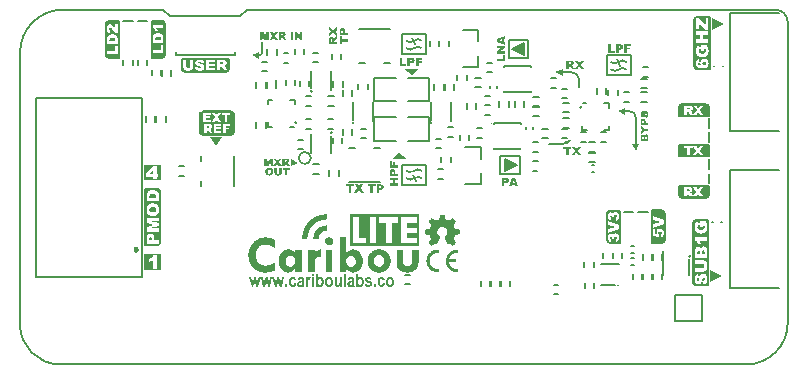
<source format=gto>
G04*
G04 #@! TF.GenerationSoftware,Altium Limited,CircuitStudio,1.5.2 (30)*
G04*
G04 Layer_Color=65535*
%FSLAX25Y25*%
%MOIN*%
G70*
G01*
G75*
%ADD46C,0.00800*%
%ADD50C,0.00400*%
%ADD51C,0.00600*%
%ADD54C,0.00500*%
%ADD95C,0.01575*%
%ADD96C,0.00394*%
%ADD97C,0.00787*%
G36*
X1143246Y725381D02*
X1142553D01*
Y729762D01*
X1143246D01*
Y725381D01*
D02*
G37*
G36*
X1145112Y728621D02*
X1145209Y728615D01*
X1145313Y728595D01*
X1145423Y728576D01*
X1145533Y728543D01*
X1145624Y728504D01*
X1145637Y728498D01*
X1145663Y728485D01*
X1145702Y728453D01*
X1145754Y728414D01*
X1145806Y728368D01*
X1145864Y728310D01*
X1145916Y728245D01*
X1145955Y728167D01*
X1145961Y728155D01*
X1145974Y728129D01*
X1145987Y728070D01*
X1146000Y728038D01*
X1146006Y727992D01*
X1146019Y727947D01*
X1146026Y727889D01*
X1146032Y727831D01*
X1146045Y727759D01*
X1146052Y727681D01*
Y727597D01*
X1146058Y727506D01*
Y727403D01*
X1146052Y726424D01*
Y726418D01*
Y726405D01*
Y726385D01*
Y726360D01*
Y726282D01*
X1146058Y726191D01*
Y726094D01*
X1146065Y725990D01*
X1146071Y725893D01*
X1146084Y725809D01*
Y725802D01*
X1146091Y725776D01*
X1146097Y725731D01*
X1146110Y725679D01*
X1146130Y725614D01*
X1146149Y725543D01*
X1146175Y725465D01*
X1146207Y725381D01*
X1145527D01*
X1145436Y725725D01*
X1145430Y725718D01*
X1145404Y725692D01*
X1145371Y725653D01*
X1145320Y725608D01*
X1145261Y725556D01*
X1145197Y725504D01*
X1145125Y725459D01*
X1145054Y725414D01*
X1145047Y725407D01*
X1145022Y725400D01*
X1144976Y725381D01*
X1144924Y725362D01*
X1144860Y725342D01*
X1144788Y725329D01*
X1144711Y725316D01*
X1144626Y725310D01*
X1144587D01*
X1144561Y725316D01*
X1144490Y725323D01*
X1144406Y725342D01*
X1144309Y725375D01*
X1144205Y725414D01*
X1144101Y725478D01*
X1144004Y725562D01*
X1143991Y725575D01*
X1143965Y725608D01*
X1143926Y725666D01*
X1143888Y725744D01*
X1143842Y725841D01*
X1143803Y725958D01*
X1143777Y726094D01*
X1143764Y726243D01*
Y726256D01*
Y726288D01*
X1143771Y726340D01*
X1143777Y726405D01*
X1143790Y726476D01*
X1143803Y726554D01*
X1143829Y726632D01*
X1143862Y726710D01*
X1143868Y726716D01*
X1143881Y726742D01*
X1143900Y726781D01*
X1143933Y726826D01*
X1143972Y726878D01*
X1144017Y726930D01*
X1144069Y726982D01*
X1144134Y727027D01*
X1144140Y727034D01*
X1144166Y727046D01*
X1144211Y727072D01*
X1144276Y727098D01*
X1144354Y727137D01*
X1144451Y727170D01*
X1144574Y727208D01*
X1144711Y727247D01*
X1144717D01*
X1144730Y727254D01*
X1144756Y727260D01*
X1144788Y727267D01*
X1144827Y727273D01*
X1144872Y727286D01*
X1144976Y727312D01*
X1145086Y727345D01*
X1145197Y727383D01*
X1145300Y727416D01*
X1145345Y727435D01*
X1145384Y727455D01*
Y727468D01*
Y727494D01*
Y727539D01*
X1145378Y727597D01*
Y727649D01*
X1145371Y727707D01*
X1145358Y727753D01*
X1145345Y727792D01*
Y727798D01*
X1145339Y727805D01*
X1145313Y727844D01*
X1145268Y727882D01*
X1145203Y727928D01*
X1145197D01*
X1145183Y727934D01*
X1145164Y727947D01*
X1145132Y727960D01*
X1145093Y727967D01*
X1145047Y727980D01*
X1144989Y727986D01*
X1144892D01*
X1144860Y727980D01*
X1144821Y727973D01*
X1144723Y727954D01*
X1144678Y727928D01*
X1144633Y727902D01*
X1144626Y727895D01*
X1144613Y727882D01*
X1144594Y727863D01*
X1144574Y727831D01*
X1144549Y727792D01*
X1144516Y727733D01*
X1144490Y727669D01*
X1144464Y727591D01*
X1143842Y727720D01*
Y727727D01*
X1143849Y727740D01*
X1143855Y727766D01*
X1143862Y727798D01*
X1143875Y727837D01*
X1143894Y727882D01*
X1143933Y727986D01*
X1143978Y728103D01*
X1144043Y728213D01*
X1144121Y728323D01*
X1144211Y728414D01*
X1144224Y728420D01*
X1144263Y728446D01*
X1144322Y728478D01*
X1144406Y728524D01*
X1144510Y728563D01*
X1144639Y728595D01*
X1144795Y728621D01*
X1144963Y728628D01*
X1145035D01*
X1145112Y728621D01*
D02*
G37*
G36*
X1132658Y725381D02*
X1131964D01*
Y728556D01*
X1132658D01*
Y725381D01*
D02*
G37*
G36*
X1123715D02*
X1123028D01*
Y726224D01*
X1123715D01*
Y725381D01*
D02*
G37*
G36*
X1128387Y728621D02*
X1128485Y728615D01*
X1128588Y728595D01*
X1128698Y728576D01*
X1128808Y728543D01*
X1128899Y728504D01*
X1128912Y728498D01*
X1128938Y728485D01*
X1128977Y728453D01*
X1129029Y728414D01*
X1129081Y728368D01*
X1129139Y728310D01*
X1129191Y728245D01*
X1129230Y728167D01*
X1129236Y728155D01*
X1129249Y728129D01*
X1129262Y728070D01*
X1129275Y728038D01*
X1129282Y727992D01*
X1129294Y727947D01*
X1129301Y727889D01*
X1129307Y727831D01*
X1129321Y727759D01*
X1129327Y727681D01*
Y727597D01*
X1129333Y727506D01*
Y727403D01*
X1129327Y726424D01*
Y726418D01*
Y726405D01*
Y726385D01*
Y726360D01*
Y726282D01*
X1129333Y726191D01*
Y726094D01*
X1129340Y725990D01*
X1129346Y725893D01*
X1129359Y725809D01*
Y725802D01*
X1129366Y725776D01*
X1129372Y725731D01*
X1129385Y725679D01*
X1129405Y725614D01*
X1129424Y725543D01*
X1129450Y725465D01*
X1129482Y725381D01*
X1128802D01*
X1128711Y725725D01*
X1128705Y725718D01*
X1128679Y725692D01*
X1128647Y725653D01*
X1128595Y725608D01*
X1128536Y725556D01*
X1128472Y725504D01*
X1128400Y725459D01*
X1128329Y725414D01*
X1128323Y725407D01*
X1128297Y725400D01*
X1128251Y725381D01*
X1128199Y725362D01*
X1128135Y725342D01*
X1128063Y725329D01*
X1127986Y725316D01*
X1127901Y725310D01*
X1127862D01*
X1127837Y725316D01*
X1127765Y725323D01*
X1127681Y725342D01*
X1127584Y725375D01*
X1127480Y725414D01*
X1127376Y725478D01*
X1127279Y725562D01*
X1127266Y725575D01*
X1127240Y725608D01*
X1127201Y725666D01*
X1127163Y725744D01*
X1127117Y725841D01*
X1127078Y725958D01*
X1127052Y726094D01*
X1127040Y726243D01*
Y726256D01*
Y726288D01*
X1127046Y726340D01*
X1127052Y726405D01*
X1127065Y726476D01*
X1127078Y726554D01*
X1127104Y726632D01*
X1127137Y726710D01*
X1127143Y726716D01*
X1127156Y726742D01*
X1127176Y726781D01*
X1127208Y726826D01*
X1127247Y726878D01*
X1127292Y726930D01*
X1127344Y726982D01*
X1127409Y727027D01*
X1127415Y727034D01*
X1127441Y727046D01*
X1127487Y727072D01*
X1127551Y727098D01*
X1127629Y727137D01*
X1127726Y727170D01*
X1127849Y727208D01*
X1127986Y727247D01*
X1127992D01*
X1128005Y727254D01*
X1128031Y727260D01*
X1128063Y727267D01*
X1128102Y727273D01*
X1128148Y727286D01*
X1128251Y727312D01*
X1128361Y727345D01*
X1128472Y727383D01*
X1128575Y727416D01*
X1128621Y727435D01*
X1128660Y727455D01*
Y727468D01*
Y727494D01*
Y727539D01*
X1128653Y727597D01*
Y727649D01*
X1128647Y727707D01*
X1128634Y727753D01*
X1128621Y727792D01*
Y727798D01*
X1128614Y727805D01*
X1128588Y727844D01*
X1128543Y727882D01*
X1128478Y727928D01*
X1128472D01*
X1128459Y727934D01*
X1128439Y727947D01*
X1128407Y727960D01*
X1128368Y727967D01*
X1128323Y727980D01*
X1128264Y727986D01*
X1128167D01*
X1128135Y727980D01*
X1128096Y727973D01*
X1127999Y727954D01*
X1127953Y727928D01*
X1127908Y727902D01*
X1127901Y727895D01*
X1127888Y727882D01*
X1127869Y727863D01*
X1127849Y727831D01*
X1127824Y727792D01*
X1127791Y727733D01*
X1127765Y727669D01*
X1127739Y727591D01*
X1127117Y727720D01*
Y727727D01*
X1127124Y727740D01*
X1127130Y727766D01*
X1127137Y727798D01*
X1127150Y727837D01*
X1127169Y727882D01*
X1127208Y727986D01*
X1127253Y728103D01*
X1127318Y728213D01*
X1127396Y728323D01*
X1127487Y728414D01*
X1127500Y728420D01*
X1127538Y728446D01*
X1127597Y728478D01*
X1127681Y728524D01*
X1127785Y728563D01*
X1127914Y728595D01*
X1128070Y728621D01*
X1128238Y728628D01*
X1128310D01*
X1128387Y728621D01*
D02*
G37*
G36*
X1153277Y725381D02*
X1152590D01*
Y726224D01*
X1153277D01*
Y725381D01*
D02*
G37*
G36*
X1121830D02*
X1121175D01*
X1120722Y727422D01*
X1120274Y725381D01*
X1119613D01*
X1118791Y728556D01*
X1119458D01*
X1119944Y726470D01*
X1120397Y728556D01*
X1121052D01*
X1121493Y726470D01*
X1121998Y728556D01*
X1122678D01*
X1121830Y725381D01*
D02*
G37*
G36*
X1125607Y728621D02*
X1125646D01*
X1125692Y728615D01*
X1125795Y728595D01*
X1125912Y728569D01*
X1126042Y728524D01*
X1126158Y728466D01*
X1126275Y728381D01*
X1126281D01*
X1126288Y728368D01*
X1126320Y728336D01*
X1126372Y728278D01*
X1126437Y728193D01*
X1126508Y728090D01*
X1126573Y727960D01*
X1126612Y727882D01*
X1126638Y727798D01*
X1126670Y727714D01*
X1126696Y727617D01*
X1126016Y727468D01*
Y727474D01*
X1126009Y727487D01*
Y727513D01*
X1125996Y727545D01*
X1125970Y727623D01*
X1125925Y727720D01*
X1125867Y727811D01*
X1125782Y727889D01*
X1125731Y727921D01*
X1125679Y727947D01*
X1125614Y727960D01*
X1125543Y727967D01*
X1125504D01*
X1125452Y727954D01*
X1125400Y727941D01*
X1125335Y727915D01*
X1125264Y727876D01*
X1125199Y727818D01*
X1125134Y727746D01*
X1125128Y727733D01*
X1125109Y727707D01*
X1125083Y727649D01*
X1125057Y727578D01*
X1125031Y727474D01*
X1125018Y727416D01*
X1125005Y727351D01*
X1124992Y727280D01*
X1124985Y727202D01*
X1124979Y727111D01*
Y727021D01*
Y727014D01*
Y726995D01*
Y726969D01*
Y726930D01*
X1124985Y726885D01*
Y726833D01*
X1124998Y726710D01*
X1125018Y726580D01*
X1125044Y726444D01*
X1125076Y726327D01*
X1125102Y726269D01*
X1125128Y726224D01*
X1125134Y726217D01*
X1125154Y726191D01*
X1125193Y726152D01*
X1125238Y726113D01*
X1125296Y726068D01*
X1125374Y726036D01*
X1125452Y726010D01*
X1125549Y725997D01*
X1125581D01*
X1125614Y726003D01*
X1125659Y726016D01*
X1125705Y726029D01*
X1125763Y726049D01*
X1125815Y726081D01*
X1125860Y726126D01*
X1125867Y726133D01*
X1125880Y726152D01*
X1125906Y726185D01*
X1125931Y726236D01*
X1125964Y726301D01*
X1125996Y726379D01*
X1126022Y726483D01*
X1126048Y726599D01*
X1126729Y726457D01*
Y726444D01*
X1126715Y726405D01*
X1126702Y726353D01*
X1126677Y726275D01*
X1126651Y726191D01*
X1126612Y726094D01*
X1126560Y725990D01*
X1126495Y725886D01*
X1126424Y725776D01*
X1126340Y725673D01*
X1126243Y725575D01*
X1126132Y725491D01*
X1126003Y725414D01*
X1125860Y725362D01*
X1125698Y725323D01*
X1125614Y725316D01*
X1125523Y725310D01*
X1125497D01*
X1125465Y725316D01*
X1125420D01*
X1125368Y725323D01*
X1125303Y725336D01*
X1125167Y725368D01*
X1125089Y725394D01*
X1125011Y725426D01*
X1124934Y725465D01*
X1124856Y725511D01*
X1124778Y725569D01*
X1124707Y725634D01*
X1124635Y725705D01*
X1124577Y725789D01*
Y725796D01*
X1124564Y725809D01*
X1124551Y725841D01*
X1124532Y725874D01*
X1124506Y725925D01*
X1124480Y725977D01*
X1124454Y726042D01*
X1124428Y726120D01*
X1124396Y726198D01*
X1124370Y726288D01*
X1124344Y726385D01*
X1124318Y726489D01*
X1124286Y726710D01*
X1124279Y726833D01*
X1124273Y726956D01*
Y726962D01*
Y726995D01*
Y727034D01*
X1124279Y727092D01*
X1124286Y727157D01*
X1124292Y727234D01*
X1124298Y727325D01*
X1124318Y727416D01*
X1124357Y727617D01*
X1124415Y727824D01*
X1124454Y727928D01*
X1124506Y728025D01*
X1124558Y728116D01*
X1124616Y728200D01*
X1124623Y728206D01*
X1124635Y728219D01*
X1124655Y728239D01*
X1124681Y728265D01*
X1124713Y728297D01*
X1124759Y728336D01*
X1124804Y728375D01*
X1124862Y728414D01*
X1124927Y728453D01*
X1124992Y728491D01*
X1125147Y728563D01*
X1125238Y728589D01*
X1125329Y728608D01*
X1125426Y728621D01*
X1125530Y728628D01*
X1125575D01*
X1125607Y728621D01*
D02*
G37*
G36*
X1117922Y725381D02*
X1117268D01*
X1116814Y727422D01*
X1116367Y725381D01*
X1115706D01*
X1114883Y728556D01*
X1115551D01*
X1116037Y726470D01*
X1116490Y728556D01*
X1117144D01*
X1117585Y726470D01*
X1118091Y728556D01*
X1118771D01*
X1117922Y725381D01*
D02*
G37*
G36*
X1141840D02*
X1141192D01*
Y725854D01*
X1141185Y725841D01*
X1141166Y725809D01*
X1141133Y725763D01*
X1141095Y725705D01*
X1141036Y725640D01*
X1140971Y725575D01*
X1140900Y725511D01*
X1140816Y725452D01*
X1140803Y725446D01*
X1140777Y725433D01*
X1140732Y725407D01*
X1140667Y725381D01*
X1140596Y725355D01*
X1140511Y725329D01*
X1140421Y725316D01*
X1140330Y725310D01*
X1140285D01*
X1140239Y725316D01*
X1140181Y725329D01*
X1140110Y725342D01*
X1140032Y725362D01*
X1139948Y725394D01*
X1139870Y725439D01*
X1139863Y725446D01*
X1139837Y725465D01*
X1139799Y725498D01*
X1139760Y725537D01*
X1139708Y725595D01*
X1139663Y725660D01*
X1139611Y725737D01*
X1139572Y725822D01*
X1139565Y725835D01*
X1139559Y725867D01*
X1139539Y725925D01*
X1139526Y726010D01*
X1139507Y726107D01*
X1139488Y726230D01*
X1139481Y726379D01*
X1139475Y726541D01*
Y728556D01*
X1140168D01*
Y727098D01*
Y727092D01*
Y727072D01*
Y727040D01*
Y726995D01*
Y726949D01*
Y726891D01*
X1140174Y726761D01*
Y726625D01*
X1140181Y726496D01*
Y726437D01*
X1140187Y726385D01*
Y726340D01*
X1140194Y726301D01*
Y726295D01*
X1140200Y726275D01*
X1140207Y726243D01*
X1140226Y726204D01*
X1140265Y726120D01*
X1140298Y726081D01*
X1140330Y726042D01*
X1140337Y726036D01*
X1140349Y726029D01*
X1140375Y726016D01*
X1140401Y725997D01*
X1140440Y725977D01*
X1140485Y725964D01*
X1140537Y725958D01*
X1140589Y725951D01*
X1140622D01*
X1140654Y725958D01*
X1140693Y725964D01*
X1140745Y725977D01*
X1140797Y726003D01*
X1140855Y726029D01*
X1140907Y726068D01*
X1140913Y726074D01*
X1140933Y726087D01*
X1140952Y726120D01*
X1140985Y726152D01*
X1141017Y726198D01*
X1141049Y726249D01*
X1141075Y726314D01*
X1141095Y726379D01*
Y726385D01*
X1141101Y726418D01*
X1141108Y726444D01*
X1141114Y726470D01*
Y726509D01*
X1141121Y726554D01*
X1141127Y726606D01*
X1141133Y726664D01*
Y726735D01*
X1141140Y726813D01*
Y726897D01*
X1141146Y726995D01*
Y727098D01*
Y727215D01*
Y728556D01*
X1141840D01*
Y725381D01*
D02*
G37*
G36*
X1114015D02*
X1113360D01*
X1112907Y727422D01*
X1112459Y725381D01*
X1111799D01*
X1110976Y728556D01*
X1111643D01*
X1112129Y726470D01*
X1112583Y728556D01*
X1113237D01*
X1113678Y726470D01*
X1114183Y728556D01*
X1114864D01*
X1114015Y725381D01*
D02*
G37*
G36*
X1243429Y776119D02*
X1243475Y776114D01*
X1243530Y776100D01*
X1243591Y776087D01*
X1243651Y776063D01*
X1243711Y776031D01*
X1243715Y776026D01*
X1243738Y776013D01*
X1243766Y775994D01*
X1243798Y775966D01*
X1243840Y775929D01*
X1243882Y775883D01*
X1243923Y775832D01*
X1243960Y775777D01*
Y775772D01*
X1243969Y775758D01*
X1243979Y775735D01*
X1243992Y775703D01*
X1244006Y775661D01*
X1244020Y775611D01*
X1244029Y775551D01*
X1244043Y775481D01*
Y775477D01*
Y775472D01*
X1244048Y775458D01*
Y775440D01*
X1244053Y775393D01*
X1244057Y775338D01*
X1244066Y775278D01*
X1244071Y775222D01*
X1244076Y775172D01*
Y775130D01*
Y773781D01*
X1241544D01*
Y775246D01*
Y775250D01*
Y775264D01*
Y775283D01*
X1241549Y775306D01*
Y775338D01*
X1241553Y775370D01*
X1241567Y775454D01*
X1241590Y775546D01*
X1241622Y775638D01*
X1241669Y775726D01*
X1241729Y775809D01*
Y775814D01*
X1241738Y775818D01*
X1241761Y775842D01*
X1241798Y775874D01*
X1241853Y775911D01*
X1241918Y775943D01*
X1241992Y775976D01*
X1242080Y775999D01*
X1242126Y776008D01*
X1242214D01*
X1242255Y775999D01*
X1242306Y775989D01*
X1242366Y775971D01*
X1242431Y775948D01*
X1242496Y775911D01*
X1242560Y775865D01*
X1242565Y775860D01*
X1242579Y775846D01*
X1242597Y775828D01*
X1242620Y775795D01*
X1242648Y775758D01*
X1242676Y775712D01*
X1242703Y775657D01*
X1242731Y775592D01*
Y775597D01*
X1242736Y775606D01*
Y775620D01*
X1242745Y775638D01*
X1242759Y775684D01*
X1242782Y775745D01*
X1242814Y775809D01*
X1242856Y775879D01*
X1242902Y775939D01*
X1242958Y775994D01*
X1242967Y775999D01*
X1242985Y776013D01*
X1243022Y776036D01*
X1243068Y776059D01*
X1243124Y776082D01*
X1243193Y776105D01*
X1243272Y776119D01*
X1243359Y776123D01*
X1243392D01*
X1243429Y776119D01*
D02*
G37*
G36*
X1243018Y778050D02*
X1244076D01*
Y777265D01*
X1243018D01*
X1241544Y776276D01*
Y777144D01*
X1242394Y777653D01*
X1241544Y778165D01*
Y779034D01*
X1243018Y778050D01*
D02*
G37*
G36*
X1200754Y758881D02*
X1199848D01*
X1199711Y759339D01*
X1198734D01*
X1198596Y758881D01*
X1197715D01*
X1198759Y761670D01*
X1199706D01*
X1200754Y758881D01*
D02*
G37*
G36*
X1220591Y770716D02*
X1221543Y769281D01*
X1220576D01*
X1220021Y770177D01*
X1219471Y769281D01*
X1218509D01*
X1219471Y770732D01*
X1218595Y772070D01*
X1219547D01*
X1220036Y771210D01*
X1220520Y772070D01*
X1221461D01*
X1220591Y770716D01*
D02*
G37*
G36*
X1196682Y761665D02*
X1196723D01*
X1196769Y761660D01*
X1196871Y761645D01*
X1196982Y761614D01*
X1197100Y761574D01*
X1197212Y761523D01*
X1197262Y761487D01*
X1197308Y761447D01*
X1197313D01*
X1197318Y761436D01*
X1197329Y761421D01*
X1197344Y761406D01*
X1197385Y761355D01*
X1197425Y761284D01*
X1197466Y761192D01*
X1197507Y761085D01*
X1197532Y760958D01*
X1197542Y760892D01*
Y760815D01*
Y760810D01*
Y760795D01*
Y760775D01*
X1197537Y760744D01*
Y760708D01*
X1197527Y760668D01*
X1197512Y760576D01*
X1197481Y760469D01*
X1197435Y760357D01*
X1197405Y760301D01*
X1197375Y760250D01*
X1197334Y760199D01*
X1197288Y760154D01*
X1197283D01*
X1197278Y760143D01*
X1197262Y760133D01*
X1197242Y760118D01*
X1197212Y760098D01*
X1197181Y760077D01*
X1197140Y760057D01*
X1197095Y760037D01*
X1197044Y760016D01*
X1196988Y759996D01*
X1196922Y759975D01*
X1196850Y759955D01*
X1196774Y759940D01*
X1196692Y759930D01*
X1196606Y759925D01*
X1196509Y759919D01*
X1196041D01*
Y758881D01*
X1195176D01*
Y761670D01*
X1196652D01*
X1196682Y761665D01*
D02*
G37*
G36*
X1242385Y781427D02*
X1242417D01*
X1242454Y781418D01*
X1242537Y781404D01*
X1242634Y781376D01*
X1242736Y781335D01*
X1242787Y781307D01*
X1242833Y781279D01*
X1242879Y781242D01*
X1242921Y781201D01*
Y781196D01*
X1242930Y781192D01*
X1242939Y781178D01*
X1242953Y781159D01*
X1242971Y781132D01*
X1242990Y781104D01*
X1243008Y781067D01*
X1243027Y781025D01*
X1243045Y780979D01*
X1243064Y780928D01*
X1243082Y780868D01*
X1243101Y780803D01*
X1243115Y780734D01*
X1243124Y780660D01*
X1243128Y780582D01*
X1243133Y780494D01*
Y780069D01*
X1244076D01*
Y779284D01*
X1241544D01*
Y780582D01*
Y780586D01*
Y780600D01*
Y780623D01*
X1241549Y780651D01*
Y780688D01*
X1241553Y780730D01*
X1241567Y780822D01*
X1241595Y780924D01*
X1241632Y781030D01*
X1241678Y781132D01*
X1241710Y781178D01*
X1241747Y781219D01*
Y781224D01*
X1241756Y781228D01*
X1241770Y781238D01*
X1241784Y781252D01*
X1241830Y781289D01*
X1241895Y781326D01*
X1241978Y781362D01*
X1242075Y781399D01*
X1242191Y781423D01*
X1242251Y781432D01*
X1242357D01*
X1242385Y781427D01*
D02*
G37*
G36*
X1147400Y728181D02*
X1147406Y728193D01*
X1147426Y728219D01*
X1147458Y728258D01*
X1147503Y728304D01*
X1147555Y728355D01*
X1147614Y728414D01*
X1147672Y728466D01*
X1147743Y728511D01*
X1147750Y728517D01*
X1147775Y728530D01*
X1147814Y728550D01*
X1147866Y728569D01*
X1147925Y728589D01*
X1147996Y728608D01*
X1148074Y728621D01*
X1148151Y728628D01*
X1148197D01*
X1148229Y728621D01*
X1148268Y728615D01*
X1148313Y728608D01*
X1148423Y728576D01*
X1148547Y728524D01*
X1148605Y728491D01*
X1148676Y728453D01*
X1148741Y728401D01*
X1148806Y728342D01*
X1148871Y728278D01*
X1148929Y728206D01*
X1148935Y728200D01*
X1148942Y728187D01*
X1148961Y728161D01*
X1148981Y728129D01*
X1149000Y728083D01*
X1149033Y728031D01*
X1149059Y727973D01*
X1149091Y727895D01*
X1149117Y727818D01*
X1149149Y727727D01*
X1149175Y727623D01*
X1149195Y727513D01*
X1149221Y727396D01*
X1149234Y727267D01*
X1149240Y727131D01*
X1149247Y726982D01*
Y726975D01*
Y726949D01*
Y726904D01*
X1149240Y726852D01*
X1149234Y726781D01*
X1149227Y726703D01*
X1149221Y726619D01*
X1149208Y726528D01*
X1149169Y726327D01*
X1149110Y726120D01*
X1149072Y726023D01*
X1149026Y725919D01*
X1148974Y725828D01*
X1148916Y725744D01*
X1148909Y725737D01*
X1148903Y725725D01*
X1148884Y725705D01*
X1148858Y725679D01*
X1148793Y725608D01*
X1148702Y725530D01*
X1148586Y725446D01*
X1148462Y725381D01*
X1148391Y725349D01*
X1148313Y725329D01*
X1148236Y725316D01*
X1148158Y725310D01*
X1148119D01*
X1148074Y725316D01*
X1148015Y725329D01*
X1147950Y725342D01*
X1147873Y725368D01*
X1147795Y725400D01*
X1147711Y725446D01*
X1147704Y725452D01*
X1147678Y725472D01*
X1147633Y725504D01*
X1147588Y725550D01*
X1147529Y725601D01*
X1147464Y725673D01*
X1147406Y725750D01*
X1147348Y725841D01*
Y725381D01*
X1146706D01*
Y729762D01*
X1147400D01*
Y728181D01*
D02*
G37*
G36*
X1158059Y728621D02*
X1158111Y728615D01*
X1158176Y728602D01*
X1158241Y728589D01*
X1158312Y728569D01*
X1158390Y728543D01*
X1158474Y728504D01*
X1158552Y728466D01*
X1158636Y728420D01*
X1158720Y728362D01*
X1158798Y728297D01*
X1158869Y728219D01*
X1158941Y728135D01*
X1158947Y728129D01*
X1158953Y728116D01*
X1158973Y728083D01*
X1158999Y728051D01*
X1159025Y727999D01*
X1159057Y727947D01*
X1159090Y727882D01*
X1159122Y727805D01*
X1159154Y727727D01*
X1159187Y727636D01*
X1159219Y727545D01*
X1159245Y727442D01*
X1159291Y727221D01*
X1159297Y727105D01*
X1159303Y726982D01*
Y726975D01*
Y726962D01*
Y726936D01*
Y726897D01*
X1159297Y726859D01*
Y726807D01*
X1159278Y726690D01*
X1159258Y726554D01*
X1159226Y726405D01*
X1159180Y726249D01*
X1159116Y726100D01*
Y726094D01*
X1159109Y726081D01*
X1159096Y726061D01*
X1159083Y726036D01*
X1159038Y725964D01*
X1158986Y725880D01*
X1158915Y725783D01*
X1158830Y725679D01*
X1158733Y725589D01*
X1158623Y725504D01*
X1158617D01*
X1158610Y725498D01*
X1158571Y725472D01*
X1158506Y725446D01*
X1158429Y725407D01*
X1158325Y725375D01*
X1158215Y725342D01*
X1158092Y725316D01*
X1157956Y725310D01*
X1157897D01*
X1157858Y725316D01*
X1157813Y725323D01*
X1157755Y725336D01*
X1157690Y725349D01*
X1157619Y725368D01*
X1157470Y725420D01*
X1157392Y725452D01*
X1157308Y725498D01*
X1157230Y725550D01*
X1157146Y725608D01*
X1157068Y725673D01*
X1156997Y725750D01*
X1156990Y725757D01*
X1156977Y725770D01*
X1156964Y725796D01*
X1156938Y725835D01*
X1156906Y725880D01*
X1156873Y725932D01*
X1156841Y725997D01*
X1156809Y726074D01*
X1156770Y726159D01*
X1156737Y726249D01*
X1156705Y726353D01*
X1156673Y726470D01*
X1156647Y726586D01*
X1156634Y726722D01*
X1156621Y726859D01*
X1156614Y727008D01*
Y727014D01*
Y727027D01*
Y727053D01*
Y727085D01*
X1156621Y727131D01*
X1156627Y727176D01*
X1156640Y727286D01*
X1156660Y727422D01*
X1156692Y727565D01*
X1156737Y727707D01*
X1156796Y727856D01*
Y727863D01*
X1156802Y727876D01*
X1156815Y727895D01*
X1156828Y727921D01*
X1156873Y727986D01*
X1156925Y728070D01*
X1156997Y728167D01*
X1157081Y728258D01*
X1157178Y728355D01*
X1157282Y728433D01*
X1157288D01*
X1157295Y728440D01*
X1157333Y728466D01*
X1157398Y728498D01*
X1157476Y728530D01*
X1157580Y728569D01*
X1157690Y728595D01*
X1157819Y728621D01*
X1157956Y728628D01*
X1158014D01*
X1158059Y728621D01*
D02*
G37*
G36*
X1137699D02*
X1137751Y728615D01*
X1137816Y728602D01*
X1137881Y728589D01*
X1137952Y728569D01*
X1138030Y728543D01*
X1138114Y728504D01*
X1138192Y728466D01*
X1138276Y728420D01*
X1138360Y728362D01*
X1138438Y728297D01*
X1138509Y728219D01*
X1138580Y728135D01*
X1138587Y728129D01*
X1138593Y728116D01*
X1138613Y728083D01*
X1138639Y728051D01*
X1138665Y727999D01*
X1138697Y727947D01*
X1138729Y727882D01*
X1138762Y727805D01*
X1138794Y727727D01*
X1138827Y727636D01*
X1138859Y727545D01*
X1138885Y727442D01*
X1138930Y727221D01*
X1138937Y727105D01*
X1138943Y726982D01*
Y726975D01*
Y726962D01*
Y726936D01*
Y726897D01*
X1138937Y726859D01*
Y726807D01*
X1138917Y726690D01*
X1138898Y726554D01*
X1138865Y726405D01*
X1138820Y726249D01*
X1138755Y726100D01*
Y726094D01*
X1138749Y726081D01*
X1138736Y726061D01*
X1138723Y726036D01*
X1138678Y725964D01*
X1138626Y725880D01*
X1138554Y725783D01*
X1138470Y725679D01*
X1138373Y725589D01*
X1138263Y725504D01*
X1138256D01*
X1138250Y725498D01*
X1138211Y725472D01*
X1138146Y725446D01*
X1138068Y725407D01*
X1137965Y725375D01*
X1137855Y725342D01*
X1137731Y725316D01*
X1137595Y725310D01*
X1137537D01*
X1137498Y725316D01*
X1137453Y725323D01*
X1137395Y725336D01*
X1137330Y725349D01*
X1137259Y725368D01*
X1137109Y725420D01*
X1137032Y725452D01*
X1136947Y725498D01*
X1136870Y725550D01*
X1136785Y725608D01*
X1136708Y725673D01*
X1136636Y725750D01*
X1136630Y725757D01*
X1136617Y725770D01*
X1136604Y725796D01*
X1136578Y725835D01*
X1136546Y725880D01*
X1136513Y725932D01*
X1136481Y725997D01*
X1136448Y726074D01*
X1136410Y726159D01*
X1136377Y726249D01*
X1136345Y726353D01*
X1136312Y726470D01*
X1136287Y726586D01*
X1136273Y726722D01*
X1136261Y726859D01*
X1136254Y727008D01*
Y727014D01*
Y727027D01*
Y727053D01*
Y727085D01*
X1136261Y727131D01*
X1136267Y727176D01*
X1136280Y727286D01*
X1136299Y727422D01*
X1136332Y727565D01*
X1136377Y727707D01*
X1136436Y727856D01*
Y727863D01*
X1136442Y727876D01*
X1136455Y727895D01*
X1136468Y727921D01*
X1136513Y727986D01*
X1136565Y728070D01*
X1136636Y728167D01*
X1136721Y728258D01*
X1136818Y728355D01*
X1136922Y728433D01*
X1136928D01*
X1136934Y728440D01*
X1136973Y728466D01*
X1137038Y728498D01*
X1137116Y728530D01*
X1137220Y728569D01*
X1137330Y728595D01*
X1137459Y728621D01*
X1137595Y728628D01*
X1137654D01*
X1137699Y728621D01*
D02*
G37*
G36*
X1243341Y783996D02*
X1243401Y783987D01*
X1243470Y783973D01*
X1243549Y783945D01*
X1243627Y783913D01*
X1243706Y783867D01*
X1243715Y783862D01*
X1243738Y783844D01*
X1243775Y783811D01*
X1243822Y783770D01*
X1243872Y783714D01*
X1243923Y783649D01*
X1243969Y783575D01*
X1244016Y783488D01*
Y783483D01*
X1244020Y783478D01*
X1244025Y783465D01*
X1244029Y783446D01*
X1244039Y783423D01*
X1244048Y783391D01*
X1244057Y783358D01*
X1244066Y783321D01*
X1244085Y783234D01*
X1244103Y783127D01*
X1244113Y783012D01*
X1244117Y782878D01*
Y782869D01*
Y782850D01*
Y782818D01*
X1244113Y782772D01*
X1244108Y782721D01*
X1244103Y782661D01*
X1244099Y782596D01*
X1244085Y782522D01*
X1244057Y782374D01*
X1244016Y782227D01*
X1243988Y782157D01*
X1243951Y782093D01*
X1243914Y782032D01*
X1243872Y781982D01*
X1243868Y781977D01*
X1243859Y781972D01*
X1243845Y781958D01*
X1243826Y781945D01*
X1243803Y781926D01*
X1243775Y781903D01*
X1243738Y781880D01*
X1243701Y781857D01*
X1243609Y781806D01*
X1243498Y781760D01*
X1243378Y781728D01*
X1243309Y781714D01*
X1243239Y781704D01*
X1243189Y782448D01*
X1243198D01*
X1243221Y782453D01*
X1243253Y782457D01*
X1243290Y782471D01*
X1243383Y782499D01*
X1243429Y782522D01*
X1243466Y782545D01*
X1243470Y782550D01*
X1243489Y782568D01*
X1243512Y782596D01*
X1243540Y782633D01*
X1243572Y782684D01*
X1243595Y782744D01*
X1243614Y782813D01*
X1243618Y782892D01*
Y782901D01*
Y782919D01*
X1243614Y782947D01*
X1243609Y782989D01*
X1243600Y783030D01*
X1243586Y783072D01*
X1243567Y783113D01*
X1243544Y783150D01*
X1243540Y783155D01*
X1243530Y783164D01*
X1243512Y783178D01*
X1243493Y783197D01*
X1243466Y783215D01*
X1243433Y783229D01*
X1243396Y783238D01*
X1243359Y783243D01*
X1243341D01*
X1243322Y783238D01*
X1243299Y783234D01*
X1243272Y783220D01*
X1243244Y783206D01*
X1243212Y783183D01*
X1243184Y783155D01*
X1243179Y783150D01*
X1243170Y783137D01*
X1243156Y783109D01*
X1243138Y783072D01*
X1243115Y783016D01*
X1243087Y782947D01*
X1243073Y782906D01*
X1243064Y782859D01*
X1243050Y782809D01*
X1243036Y782753D01*
Y782749D01*
X1243032Y782730D01*
X1243022Y782702D01*
X1243018Y782670D01*
X1243004Y782628D01*
X1242990Y782578D01*
X1242976Y782527D01*
X1242958Y782471D01*
X1242911Y782347D01*
X1242861Y782227D01*
X1242801Y782116D01*
X1242768Y782065D01*
X1242731Y782019D01*
X1242727D01*
X1242722Y782009D01*
X1242699Y781986D01*
X1242657Y781949D01*
X1242597Y781912D01*
X1242528Y781871D01*
X1242445Y781834D01*
X1242352Y781811D01*
X1242301Y781806D01*
X1242246Y781801D01*
X1242214D01*
X1242172Y781806D01*
X1242126Y781815D01*
X1242070Y781829D01*
X1242006Y781848D01*
X1241941Y781875D01*
X1241877Y781912D01*
X1241867Y781917D01*
X1241849Y781935D01*
X1241816Y781963D01*
X1241775Y782000D01*
X1241733Y782046D01*
X1241687Y782106D01*
X1241646Y782176D01*
X1241604Y782254D01*
Y782259D01*
X1241599Y782263D01*
X1241595Y782277D01*
X1241590Y782296D01*
X1241581Y782319D01*
X1241572Y782347D01*
X1241562Y782379D01*
X1241553Y782416D01*
X1241544Y782457D01*
X1241535Y782508D01*
X1241516Y782615D01*
X1241507Y782739D01*
X1241502Y782878D01*
Y782882D01*
Y782901D01*
Y782924D01*
X1241507Y782956D01*
Y782998D01*
X1241512Y783044D01*
X1241516Y783095D01*
X1241525Y783150D01*
X1241549Y783271D01*
X1241581Y783395D01*
X1241627Y783511D01*
X1241655Y783566D01*
X1241687Y783617D01*
Y783622D01*
X1241696Y783626D01*
X1241719Y783659D01*
X1241766Y783700D01*
X1241826Y783751D01*
X1241863Y783779D01*
X1241904Y783802D01*
X1241955Y783830D01*
X1242006Y783853D01*
X1242061Y783876D01*
X1242121Y783894D01*
X1242191Y783908D01*
X1242260Y783922D01*
X1242301Y783183D01*
X1242292D01*
X1242274Y783178D01*
X1242241Y783169D01*
X1242204Y783155D01*
X1242167Y783137D01*
X1242126Y783118D01*
X1242084Y783090D01*
X1242052Y783058D01*
X1242047Y783053D01*
X1242038Y783040D01*
X1242029Y783021D01*
X1242010Y782993D01*
X1241997Y782956D01*
X1241987Y782910D01*
X1241978Y782859D01*
X1241973Y782799D01*
Y782795D01*
Y782776D01*
X1241978Y782753D01*
X1241983Y782721D01*
X1241997Y782652D01*
X1242015Y782619D01*
X1242033Y782591D01*
X1242038Y782587D01*
X1242043Y782582D01*
X1242070Y782559D01*
X1242117Y782536D01*
X1242144Y782531D01*
X1242172Y782527D01*
X1242181D01*
X1242209Y782536D01*
X1242246Y782550D01*
X1242265Y782564D01*
X1242283Y782582D01*
Y782587D01*
X1242292Y782596D01*
X1242301Y782610D01*
X1242315Y782638D01*
X1242329Y782670D01*
X1242343Y782716D01*
X1242362Y782772D01*
X1242375Y782841D01*
Y782845D01*
X1242380Y782864D01*
X1242385Y782892D01*
X1242394Y782924D01*
X1242403Y782966D01*
X1242417Y783016D01*
X1242431Y783072D01*
X1242445Y783127D01*
X1242477Y783248D01*
X1242519Y783372D01*
X1242560Y783483D01*
X1242579Y783534D01*
X1242602Y783580D01*
Y783585D01*
X1242606Y783589D01*
X1242620Y783617D01*
X1242643Y783654D01*
X1242676Y783705D01*
X1242717Y783756D01*
X1242764Y783811D01*
X1242819Y783862D01*
X1242879Y783904D01*
X1242888Y783908D01*
X1242907Y783917D01*
X1242944Y783936D01*
X1242990Y783954D01*
X1243045Y783973D01*
X1243105Y783991D01*
X1243179Y784000D01*
X1243253Y784005D01*
X1243295D01*
X1243341Y783996D01*
D02*
G37*
G36*
X1134019Y728181D02*
X1134025Y728193D01*
X1134044Y728219D01*
X1134077Y728258D01*
X1134122Y728304D01*
X1134174Y728355D01*
X1134232Y728414D01*
X1134291Y728466D01*
X1134362Y728511D01*
X1134368Y728517D01*
X1134394Y728530D01*
X1134433Y728550D01*
X1134485Y728569D01*
X1134543Y728589D01*
X1134615Y728608D01*
X1134692Y728621D01*
X1134770Y728628D01*
X1134816D01*
X1134848Y728621D01*
X1134887Y728615D01*
X1134932Y728608D01*
X1135042Y728576D01*
X1135165Y728524D01*
X1135224Y728491D01*
X1135295Y728453D01*
X1135360Y728401D01*
X1135425Y728342D01*
X1135489Y728278D01*
X1135548Y728206D01*
X1135554Y728200D01*
X1135561Y728187D01*
X1135580Y728161D01*
X1135600Y728129D01*
X1135619Y728083D01*
X1135651Y728031D01*
X1135677Y727973D01*
X1135710Y727895D01*
X1135736Y727818D01*
X1135768Y727727D01*
X1135794Y727623D01*
X1135813Y727513D01*
X1135839Y727396D01*
X1135852Y727267D01*
X1135859Y727131D01*
X1135865Y726982D01*
Y726975D01*
Y726949D01*
Y726904D01*
X1135859Y726852D01*
X1135852Y726781D01*
X1135846Y726703D01*
X1135839Y726619D01*
X1135826Y726528D01*
X1135787Y726327D01*
X1135729Y726120D01*
X1135690Y726023D01*
X1135645Y725919D01*
X1135593Y725828D01*
X1135535Y725744D01*
X1135528Y725737D01*
X1135522Y725725D01*
X1135502Y725705D01*
X1135476Y725679D01*
X1135412Y725608D01*
X1135321Y725530D01*
X1135204Y725446D01*
X1135081Y725381D01*
X1135010Y725349D01*
X1134932Y725329D01*
X1134854Y725316D01*
X1134777Y725310D01*
X1134738D01*
X1134692Y725316D01*
X1134634Y725329D01*
X1134569Y725342D01*
X1134492Y725368D01*
X1134414Y725400D01*
X1134330Y725446D01*
X1134323Y725452D01*
X1134297Y725472D01*
X1134252Y725504D01*
X1134206Y725550D01*
X1134148Y725601D01*
X1134083Y725673D01*
X1134025Y725750D01*
X1133967Y725841D01*
Y725381D01*
X1133325D01*
Y729762D01*
X1134019D01*
Y728181D01*
D02*
G37*
G36*
X1151371Y731264D02*
X1151370Y731264D01*
X1151371Y731264D01*
Y731264D01*
D02*
G37*
G36*
X1171135Y731415D02*
Y731415D01*
X1171140Y731419D01*
X1171135Y731415D01*
D02*
G37*
G36*
X1157132Y731256D02*
Y731256D01*
X1157128Y731260D01*
X1157132Y731256D01*
D02*
G37*
G36*
X1166070Y730648D02*
X1166061Y730662D01*
X1166061D01*
X1166070Y730648D01*
D02*
G37*
G36*
X1166021Y730721D02*
X1166021D01*
X1166020Y730723D01*
X1166021Y730721D01*
D02*
G37*
G36*
X1157475Y731550D02*
X1157473Y731551D01*
Y731551D01*
X1157475Y731550D01*
D02*
G37*
G36*
X1157501Y731714D02*
Y731714D01*
X1157499Y731715D01*
X1157501Y731714D01*
D02*
G37*
G36*
X1178462Y732146D02*
X1178462D01*
X1178464Y732148D01*
X1178462Y732146D01*
D02*
G37*
G36*
X1157565Y731670D02*
X1157560Y731673D01*
Y731673D01*
X1157565Y731670D01*
D02*
G37*
G36*
X1151126Y731579D02*
X1151121Y731575D01*
X1151126Y731579D01*
Y731579D01*
D02*
G37*
G36*
X1157415Y731594D02*
Y731594D01*
X1157406Y731601D01*
X1157415Y731594D01*
D02*
G37*
G36*
X1132658Y728984D02*
X1131964D01*
Y729762D01*
X1132658D01*
Y728984D01*
D02*
G37*
G36*
X1141873Y807922D02*
X1143976D01*
Y807062D01*
X1141873D01*
Y806181D01*
X1141186D01*
Y808802D01*
X1141873D01*
Y807922D01*
D02*
G37*
G36*
X1131297Y728621D02*
X1131355Y728608D01*
X1131427Y728589D01*
X1131504Y728556D01*
X1131582Y728517D01*
X1131666Y728466D01*
X1131446Y727733D01*
X1131439Y727740D01*
X1131420Y727753D01*
X1131388Y727779D01*
X1131342Y727805D01*
X1131297Y727831D01*
X1131239Y727856D01*
X1131187Y727869D01*
X1131128Y727876D01*
X1131102D01*
X1131077Y727869D01*
X1131044Y727863D01*
X1131005Y727850D01*
X1130960Y727831D01*
X1130921Y727805D01*
X1130876Y727766D01*
X1130869Y727759D01*
X1130856Y727746D01*
X1130837Y727720D01*
X1130817Y727681D01*
X1130791Y727630D01*
X1130766Y727558D01*
X1130740Y727481D01*
X1130720Y727383D01*
Y727370D01*
X1130714Y727351D01*
Y727332D01*
X1130707Y727299D01*
Y727254D01*
X1130701Y727208D01*
Y727150D01*
X1130694Y727085D01*
X1130688Y727014D01*
Y726930D01*
X1130681Y726833D01*
Y726729D01*
X1130675Y726619D01*
Y726496D01*
Y726360D01*
Y725381D01*
X1129981D01*
Y728556D01*
X1130623D01*
Y728109D01*
X1130629Y728116D01*
X1130649Y728155D01*
X1130681Y728206D01*
X1130720Y728278D01*
X1130766Y728342D01*
X1130817Y728414D01*
X1130863Y728478D01*
X1130915Y728524D01*
X1130921Y728530D01*
X1130941Y728543D01*
X1130966Y728556D01*
X1130999Y728576D01*
X1131044Y728595D01*
X1131096Y728615D01*
X1131154Y728621D01*
X1131213Y728628D01*
X1131252D01*
X1131297Y728621D01*
D02*
G37*
G36*
X1155169D02*
X1155208D01*
X1155253Y728615D01*
X1155357Y728595D01*
X1155474Y728569D01*
X1155603Y728524D01*
X1155720Y728466D01*
X1155837Y728381D01*
X1155843D01*
X1155850Y728368D01*
X1155882Y728336D01*
X1155934Y728278D01*
X1155999Y728193D01*
X1156070Y728090D01*
X1156135Y727960D01*
X1156174Y727882D01*
X1156199Y727798D01*
X1156232Y727714D01*
X1156258Y727617D01*
X1155577Y727468D01*
Y727474D01*
X1155571Y727487D01*
Y727513D01*
X1155558Y727545D01*
X1155532Y727623D01*
X1155487Y727720D01*
X1155428Y727811D01*
X1155344Y727889D01*
X1155292Y727921D01*
X1155241Y727947D01*
X1155176Y727960D01*
X1155104Y727967D01*
X1155066D01*
X1155014Y727954D01*
X1154962Y727941D01*
X1154897Y727915D01*
X1154826Y727876D01*
X1154761Y727818D01*
X1154696Y727746D01*
X1154690Y727733D01*
X1154670Y727707D01*
X1154644Y727649D01*
X1154618Y727578D01*
X1154593Y727474D01*
X1154580Y727416D01*
X1154566Y727351D01*
X1154554Y727280D01*
X1154547Y727202D01*
X1154541Y727111D01*
Y727021D01*
Y727014D01*
Y726995D01*
Y726969D01*
Y726930D01*
X1154547Y726885D01*
Y726833D01*
X1154560Y726710D01*
X1154580Y726580D01*
X1154605Y726444D01*
X1154638Y726327D01*
X1154664Y726269D01*
X1154690Y726224D01*
X1154696Y726217D01*
X1154716Y726191D01*
X1154755Y726152D01*
X1154800Y726113D01*
X1154858Y726068D01*
X1154936Y726036D01*
X1155014Y726010D01*
X1155111Y725997D01*
X1155143D01*
X1155176Y726003D01*
X1155221Y726016D01*
X1155266Y726029D01*
X1155325Y726049D01*
X1155377Y726081D01*
X1155422Y726126D01*
X1155428Y726133D01*
X1155441Y726152D01*
X1155467Y726185D01*
X1155493Y726236D01*
X1155526Y726301D01*
X1155558Y726379D01*
X1155584Y726483D01*
X1155610Y726599D01*
X1156290Y726457D01*
Y726444D01*
X1156277Y726405D01*
X1156264Y726353D01*
X1156238Y726275D01*
X1156213Y726191D01*
X1156174Y726094D01*
X1156122Y725990D01*
X1156057Y725886D01*
X1155986Y725776D01*
X1155901Y725673D01*
X1155804Y725575D01*
X1155694Y725491D01*
X1155564Y725414D01*
X1155422Y725362D01*
X1155260Y725323D01*
X1155176Y725316D01*
X1155085Y725310D01*
X1155059D01*
X1155027Y725316D01*
X1154981D01*
X1154929Y725323D01*
X1154865Y725336D01*
X1154729Y725368D01*
X1154651Y725394D01*
X1154573Y725426D01*
X1154495Y725465D01*
X1154418Y725511D01*
X1154340Y725569D01*
X1154268Y725634D01*
X1154197Y725705D01*
X1154139Y725789D01*
Y725796D01*
X1154126Y725809D01*
X1154113Y725841D01*
X1154093Y725874D01*
X1154068Y725925D01*
X1154042Y725977D01*
X1154016Y726042D01*
X1153990Y726120D01*
X1153957Y726198D01*
X1153932Y726288D01*
X1153906Y726385D01*
X1153880Y726489D01*
X1153847Y726710D01*
X1153841Y726833D01*
X1153834Y726956D01*
Y726962D01*
Y726995D01*
Y727034D01*
X1153841Y727092D01*
X1153847Y727157D01*
X1153854Y727234D01*
X1153860Y727325D01*
X1153880Y727416D01*
X1153918Y727617D01*
X1153977Y727824D01*
X1154016Y727928D01*
X1154068Y728025D01*
X1154119Y728116D01*
X1154178Y728200D01*
X1154184Y728206D01*
X1154197Y728219D01*
X1154217Y728239D01*
X1154243Y728265D01*
X1154275Y728297D01*
X1154320Y728336D01*
X1154366Y728375D01*
X1154424Y728414D01*
X1154489Y728453D01*
X1154554Y728491D01*
X1154709Y728563D01*
X1154800Y728589D01*
X1154891Y728608D01*
X1154988Y728621D01*
X1155091Y728628D01*
X1155137D01*
X1155169Y728621D01*
D02*
G37*
G36*
X1150879D02*
X1150925Y728615D01*
X1151041Y728602D01*
X1151165Y728576D01*
X1151294Y728543D01*
X1151417Y728491D01*
X1151527Y728427D01*
X1151540Y728420D01*
X1151573Y728388D01*
X1151618Y728342D01*
X1151676Y728271D01*
X1151741Y728181D01*
X1151806Y728070D01*
X1151864Y727941D01*
X1151910Y727785D01*
X1151262Y727643D01*
Y727649D01*
X1151255Y727662D01*
X1151249Y727675D01*
X1151242Y727701D01*
X1151210Y727766D01*
X1151165Y727837D01*
X1151100Y727902D01*
X1151015Y727967D01*
X1150964Y727992D01*
X1150899Y728006D01*
X1150834Y728019D01*
X1150763Y728025D01*
X1150724D01*
X1150679Y728019D01*
X1150620D01*
X1150504Y727992D01*
X1150445Y727973D01*
X1150400Y727947D01*
X1150393D01*
X1150387Y727934D01*
X1150348Y727895D01*
X1150316Y727837D01*
X1150303Y727798D01*
X1150296Y727759D01*
Y727753D01*
Y727740D01*
X1150303Y727720D01*
X1150309Y727701D01*
X1150322Y727669D01*
X1150335Y727643D01*
X1150361Y727610D01*
X1150393Y727584D01*
X1150400D01*
X1150419Y727571D01*
X1150452Y727552D01*
X1150504Y727532D01*
X1150543Y727520D01*
X1150588Y727500D01*
X1150633Y727481D01*
X1150692Y727461D01*
X1150756Y727442D01*
X1150828Y727422D01*
X1150912Y727396D01*
X1151003Y727370D01*
X1151009D01*
X1151029Y727364D01*
X1151054Y727351D01*
X1151093Y727345D01*
X1151145Y727325D01*
X1151197Y727306D01*
X1151320Y727260D01*
X1151450Y727202D01*
X1151579Y727137D01*
X1151696Y727066D01*
X1151741Y727021D01*
X1151787Y726982D01*
X1151793Y726969D01*
X1151819Y726936D01*
X1151851Y726891D01*
X1151890Y726820D01*
X1151929Y726729D01*
X1151962Y726625D01*
X1151987Y726502D01*
X1151994Y726366D01*
Y726360D01*
Y726347D01*
Y726321D01*
X1151987Y726288D01*
Y726249D01*
X1151975Y726204D01*
X1151955Y726100D01*
X1151916Y725977D01*
X1151858Y725854D01*
X1151826Y725789D01*
X1151780Y725725D01*
X1151735Y725666D01*
X1151676Y725608D01*
X1151670D01*
X1151663Y725595D01*
X1151644Y725582D01*
X1151618Y725562D01*
X1151586Y725537D01*
X1151547Y725511D01*
X1151501Y725485D01*
X1151450Y725459D01*
X1151326Y725407D01*
X1151178Y725355D01*
X1151003Y725323D01*
X1150912Y725316D01*
X1150808Y725310D01*
X1150763D01*
X1150724Y725316D01*
X1150679D01*
X1150633Y725323D01*
X1150517Y725342D01*
X1150387Y725368D01*
X1150244Y725414D01*
X1150108Y725472D01*
X1149979Y725556D01*
X1149972D01*
X1149966Y725569D01*
X1149927Y725601D01*
X1149875Y725660D01*
X1149810Y725744D01*
X1149739Y725848D01*
X1149668Y725971D01*
X1149609Y726120D01*
X1149564Y726288D01*
X1150257Y726418D01*
Y726411D01*
X1150264Y726398D01*
X1150270Y726372D01*
X1150277Y726340D01*
X1150309Y726262D01*
X1150361Y726172D01*
X1150426Y726074D01*
X1150471Y726036D01*
X1150523Y725997D01*
X1150581Y725964D01*
X1150653Y725938D01*
X1150724Y725925D01*
X1150808Y725919D01*
X1150847D01*
X1150892Y725925D01*
X1150944Y725932D01*
X1151067Y725958D01*
X1151126Y725977D01*
X1151178Y726010D01*
X1151184Y726016D01*
X1151197Y726029D01*
X1151216Y726049D01*
X1151242Y726081D01*
X1151262Y726113D01*
X1151281Y726159D01*
X1151294Y726204D01*
X1151301Y726262D01*
Y726269D01*
Y726282D01*
X1151294Y726321D01*
X1151275Y726372D01*
X1151242Y726424D01*
X1151229Y726437D01*
X1151216Y726444D01*
X1151190Y726457D01*
X1151165Y726476D01*
X1151126Y726496D01*
X1151080Y726509D01*
X1151022Y726528D01*
X1151015D01*
X1150983Y726541D01*
X1150944Y726547D01*
X1150886Y726567D01*
X1150815Y726586D01*
X1150737Y726612D01*
X1150653Y726638D01*
X1150568Y726664D01*
X1150381Y726735D01*
X1150206Y726807D01*
X1150121Y726839D01*
X1150050Y726878D01*
X1149992Y726917D01*
X1149940Y726956D01*
X1149927Y726969D01*
X1149895Y727001D01*
X1149849Y727059D01*
X1149797Y727137D01*
X1149745Y727234D01*
X1149700Y727357D01*
X1149668Y727494D01*
X1149661Y727571D01*
X1149655Y727649D01*
Y727656D01*
Y727669D01*
Y727694D01*
X1149661Y727720D01*
Y727759D01*
X1149668Y727805D01*
X1149687Y727902D01*
X1149726Y728019D01*
X1149771Y728135D01*
X1149843Y728252D01*
X1149881Y728304D01*
X1149933Y728355D01*
X1149940Y728362D01*
X1149946Y728368D01*
X1149966Y728381D01*
X1149985Y728401D01*
X1150050Y728440D01*
X1150141Y728491D01*
X1150257Y728543D01*
X1150400Y728582D01*
X1150562Y728615D01*
X1150750Y728628D01*
X1150834D01*
X1150879Y728621D01*
D02*
G37*
G36*
X1142113Y811551D02*
X1142148D01*
X1142189Y811541D01*
X1142281Y811526D01*
X1142387Y811495D01*
X1142500Y811449D01*
X1142556Y811419D01*
X1142606Y811388D01*
X1142657Y811347D01*
X1142703Y811302D01*
Y811296D01*
X1142713Y811291D01*
X1142723Y811276D01*
X1142739Y811256D01*
X1142759Y811225D01*
X1142779Y811195D01*
X1142800Y811154D01*
X1142820Y811108D01*
X1142840Y811057D01*
X1142861Y811001D01*
X1142881Y810935D01*
X1142902Y810864D01*
X1142917Y810787D01*
X1142927Y810706D01*
X1142932Y810620D01*
X1142937Y810523D01*
Y810055D01*
X1143976D01*
Y809189D01*
X1141186D01*
Y810620D01*
Y810625D01*
Y810640D01*
Y810665D01*
X1141191Y810696D01*
Y810737D01*
X1141197Y810782D01*
X1141212Y810884D01*
X1141242Y810996D01*
X1141283Y811113D01*
X1141334Y811225D01*
X1141370Y811276D01*
X1141410Y811322D01*
Y811327D01*
X1141420Y811332D01*
X1141436Y811342D01*
X1141451Y811358D01*
X1141502Y811398D01*
X1141573Y811439D01*
X1141665Y811480D01*
X1141772Y811520D01*
X1141899Y811546D01*
X1141965Y811556D01*
X1142082D01*
X1142113Y811551D01*
D02*
G37*
G36*
X1138766Y730239D02*
X1136603D01*
Y737683D01*
X1138766D01*
Y730239D01*
D02*
G37*
G36*
X1165285Y730268D02*
X1165284Y730271D01*
X1165284D01*
X1165285Y730268D01*
D02*
G37*
G36*
X1146530Y730227D02*
X1146530D01*
X1146526Y730240D01*
X1146530Y730227D01*
D02*
G37*
G36*
X1268676Y728781D02*
X1264676Y726781D01*
Y730781D01*
X1268676Y728781D01*
D02*
G37*
G36*
X1146746Y730224D02*
X1146743Y730232D01*
X1146743D01*
X1146746Y730224D01*
D02*
G37*
G36*
X1196276Y800481D02*
X1193486D01*
Y801341D01*
X1195588D01*
Y802690D01*
X1196276D01*
Y800481D01*
D02*
G37*
G36*
Y804945D02*
X1194738Y803897D01*
X1196276D01*
Y803087D01*
X1193486D01*
Y803886D01*
X1195034Y804945D01*
X1193486D01*
Y805759D01*
X1196276D01*
Y804945D01*
D02*
G37*
G36*
X1264076Y725981D02*
X1259087D01*
Y747281D01*
X1264076D01*
Y725981D01*
D02*
G37*
G36*
X1264076Y782281D02*
X1254476D01*
Y786081D01*
X1264076D01*
Y782281D01*
D02*
G37*
G36*
X1264476Y797981D02*
X1259487D01*
Y814981D01*
X1264476D01*
Y797981D01*
D02*
G37*
G36*
X1196276Y808182D02*
X1195817Y808045D01*
Y807068D01*
X1196276Y806930D01*
Y806050D01*
X1193486Y807093D01*
Y808040D01*
X1196276Y809088D01*
Y808182D01*
D02*
G37*
G36*
X1162036Y799568D02*
X1163385D01*
Y798881D01*
X1161176D01*
Y801670D01*
X1162036D01*
Y799568D01*
D02*
G37*
G36*
X1165278Y801665D02*
X1165319D01*
X1165365Y801660D01*
X1165466Y801645D01*
X1165578Y801614D01*
X1165695Y801574D01*
X1165808Y801523D01*
X1165858Y801487D01*
X1165904Y801447D01*
X1165909D01*
X1165914Y801436D01*
X1165925Y801421D01*
X1165940Y801406D01*
X1165981Y801355D01*
X1166021Y801284D01*
X1166062Y801192D01*
X1166103Y801085D01*
X1166128Y800958D01*
X1166138Y800892D01*
Y800815D01*
Y800810D01*
Y800795D01*
Y800775D01*
X1166133Y800744D01*
Y800708D01*
X1166123Y800668D01*
X1166108Y800576D01*
X1166077Y800469D01*
X1166031Y800357D01*
X1166001Y800301D01*
X1165970Y800250D01*
X1165930Y800199D01*
X1165884Y800154D01*
X1165879D01*
X1165874Y800143D01*
X1165858Y800133D01*
X1165838Y800118D01*
X1165808Y800098D01*
X1165777Y800077D01*
X1165736Y800057D01*
X1165690Y800037D01*
X1165639Y800016D01*
X1165584Y799996D01*
X1165517Y799975D01*
X1165446Y799955D01*
X1165370Y799940D01*
X1165288Y799930D01*
X1165202Y799925D01*
X1165105Y799919D01*
X1164637D01*
Y798881D01*
X1163772D01*
Y801670D01*
X1165248D01*
X1165278Y801665D01*
D02*
G37*
G36*
X1238229Y805570D02*
X1236962D01*
Y805086D01*
X1238046D01*
Y804521D01*
X1236962D01*
Y803381D01*
X1236096D01*
Y806170D01*
X1238229D01*
Y805570D01*
D02*
G37*
G36*
X1231536Y804068D02*
X1232885D01*
Y803381D01*
X1230676D01*
Y806170D01*
X1231536D01*
Y804068D01*
D02*
G37*
G36*
X1234778Y806165D02*
X1234819D01*
X1234865Y806160D01*
X1234966Y806145D01*
X1235078Y806114D01*
X1235196Y806074D01*
X1235308Y806023D01*
X1235358Y805987D01*
X1235404Y805947D01*
X1235409D01*
X1235414Y805936D01*
X1235425Y805921D01*
X1235440Y805906D01*
X1235481Y805855D01*
X1235521Y805784D01*
X1235562Y805692D01*
X1235603Y805585D01*
X1235628Y805458D01*
X1235638Y805392D01*
Y805315D01*
Y805310D01*
Y805295D01*
Y805275D01*
X1235633Y805244D01*
Y805208D01*
X1235623Y805168D01*
X1235608Y805076D01*
X1235577Y804969D01*
X1235532Y804857D01*
X1235501Y804801D01*
X1235470Y804750D01*
X1235430Y804699D01*
X1235384Y804654D01*
X1235379D01*
X1235374Y804643D01*
X1235358Y804633D01*
X1235338Y804618D01*
X1235308Y804598D01*
X1235277Y804577D01*
X1235236Y804557D01*
X1235190Y804537D01*
X1235139Y804516D01*
X1235083Y804496D01*
X1235017Y804475D01*
X1234946Y804455D01*
X1234870Y804440D01*
X1234788Y804430D01*
X1234702Y804424D01*
X1234605Y804419D01*
X1234137D01*
Y803381D01*
X1233272D01*
Y806170D01*
X1234748D01*
X1234778Y806165D01*
D02*
G37*
G36*
X1067476Y801881D02*
X1063276D01*
Y813881D01*
X1067476D01*
Y801881D01*
D02*
G37*
G36*
X1082676D02*
X1078576D01*
Y813881D01*
X1082676D01*
Y801881D01*
D02*
G37*
G36*
X1081576Y730981D02*
X1076076D01*
Y736131D01*
X1081576D01*
Y730981D01*
D02*
G37*
G36*
X1105776Y779881D02*
Y776181D01*
X1094676D01*
Y779881D01*
Y783681D01*
X1105776D01*
Y779881D01*
D02*
G37*
G36*
X1081476Y760881D02*
X1076076D01*
Y766024D01*
X1081476D01*
Y760881D01*
D02*
G37*
G36*
X1104176Y797281D02*
X1088576D01*
Y801281D01*
X1104176D01*
Y797281D01*
D02*
G37*
G36*
X1263976Y755081D02*
X1254376D01*
Y758881D01*
X1263976D01*
Y755081D01*
D02*
G37*
G36*
Y768781D02*
X1254376D01*
Y772581D01*
X1263976D01*
Y768781D01*
D02*
G37*
G36*
X1249276Y740081D02*
X1245476D01*
Y750581D01*
X1249276D01*
Y740081D01*
D02*
G37*
G36*
X1081176Y739481D02*
X1076476D01*
Y757781D01*
X1081176D01*
Y739481D01*
D02*
G37*
G36*
X1234276Y740181D02*
X1230476D01*
Y750381D01*
X1234276D01*
Y740181D01*
D02*
G37*
G36*
X1123515Y768108D02*
X1123599Y768104D01*
X1123686Y768099D01*
X1123779Y768085D01*
X1123866Y768071D01*
X1123945Y768048D01*
X1123954Y768044D01*
X1123977Y768034D01*
X1124014Y768020D01*
X1124056Y767997D01*
X1124107Y767965D01*
X1124158Y767923D01*
X1124208Y767877D01*
X1124255Y767817D01*
X1124259Y767808D01*
X1124273Y767790D01*
X1124292Y767753D01*
X1124315Y767702D01*
X1124338Y767642D01*
X1124356Y767572D01*
X1124370Y767494D01*
X1124375Y767406D01*
Y767397D01*
Y767369D01*
X1124370Y767332D01*
X1124366Y767281D01*
X1124352Y767226D01*
X1124338Y767166D01*
X1124315Y767101D01*
X1124282Y767041D01*
X1124278Y767036D01*
X1124269Y767018D01*
X1124245Y766990D01*
X1124218Y766953D01*
X1124181Y766916D01*
X1124139Y766875D01*
X1124088Y766833D01*
X1124033Y766796D01*
X1124028Y766791D01*
X1124014Y766787D01*
X1123991Y766773D01*
X1123964Y766759D01*
X1123922Y766745D01*
X1123876Y766727D01*
X1123820Y766713D01*
X1123760Y766694D01*
X1123765D01*
X1123783Y766685D01*
X1123806Y766676D01*
X1123839Y766667D01*
X1123903Y766635D01*
X1123936Y766621D01*
X1123964Y766602D01*
X1123973Y766598D01*
X1123982Y766588D01*
X1123996Y766574D01*
X1124014Y766556D01*
X1124033Y766533D01*
X1124061Y766505D01*
X1124088Y766468D01*
X1124093Y766464D01*
X1124102Y766450D01*
X1124116Y766431D01*
X1124135Y766413D01*
X1124172Y766357D01*
X1124185Y766334D01*
X1124199Y766311D01*
X1124583Y765581D01*
X1123696D01*
X1123275Y766353D01*
X1123271Y766357D01*
X1123261Y766376D01*
X1123248Y766403D01*
X1123229Y766431D01*
X1123183Y766496D01*
X1123155Y766524D01*
X1123132Y766547D01*
X1123127Y766551D01*
X1123118Y766556D01*
X1123100Y766565D01*
X1123077Y766579D01*
X1123049Y766588D01*
X1123016Y766598D01*
X1122980Y766602D01*
X1122938Y766607D01*
X1122873D01*
Y765581D01*
X1122088D01*
Y768113D01*
X1123483D01*
X1123515Y768108D01*
D02*
G37*
G36*
X1118826Y765581D02*
X1118184D01*
Y767512D01*
X1117690Y765581D01*
X1117107D01*
X1116618Y767512D01*
Y765581D01*
X1115976D01*
Y768113D01*
X1117006D01*
X1117399Y766570D01*
X1117796Y768113D01*
X1118826D01*
Y765581D01*
D02*
G37*
G36*
X1119761Y808984D02*
X1120625Y807681D01*
X1119747D01*
X1119243Y808494D01*
X1118744Y807681D01*
X1117871D01*
X1118744Y808998D01*
X1117949Y810213D01*
X1118814D01*
X1119257Y809432D01*
X1119696Y810213D01*
X1120551D01*
X1119761Y808984D01*
D02*
G37*
G36*
X1117626Y807681D02*
X1116984D01*
Y809612D01*
X1116490Y807681D01*
X1115907D01*
X1115418Y809612D01*
Y807681D01*
X1114776D01*
Y810213D01*
X1115806D01*
X1116199Y808670D01*
X1116596Y810213D01*
X1117626D01*
Y807681D01*
D02*
G37*
G36*
X1128617D02*
X1127878D01*
X1126926Y809076D01*
Y807681D01*
X1126192D01*
Y810213D01*
X1126917D01*
X1127878Y808808D01*
Y810213D01*
X1128617D01*
Y807681D01*
D02*
G37*
G36*
X1120961Y766884D02*
X1121824Y765581D01*
X1120947D01*
X1120443Y766394D01*
X1119944Y765581D01*
X1119071D01*
X1119944Y766898D01*
X1119149Y768113D01*
X1120014D01*
X1120457Y767332D01*
X1120896Y768113D01*
X1121751D01*
X1120961Y766884D01*
D02*
G37*
G36*
X1221601Y799383D02*
X1222553Y797948D01*
X1221586D01*
X1221031Y798844D01*
X1220481Y797948D01*
X1218547D01*
X1218084Y798798D01*
X1218079Y798803D01*
X1218068Y798823D01*
X1218053Y798854D01*
X1218033Y798884D01*
X1217982Y798956D01*
X1217951Y798986D01*
X1217926Y799012D01*
X1217921Y799017D01*
X1217911Y799022D01*
X1217890Y799032D01*
X1217865Y799047D01*
X1217834Y799057D01*
X1217799Y799068D01*
X1217758Y799073D01*
X1217712Y799078D01*
X1217641D01*
Y797948D01*
X1216776D01*
Y800737D01*
X1218313D01*
X1218348Y800732D01*
X1218440Y800727D01*
X1218537Y800722D01*
X1218639Y800707D01*
X1218735Y800691D01*
X1218822Y800666D01*
X1218832Y800661D01*
X1218857Y800651D01*
X1218898Y800635D01*
X1218944Y800610D01*
X1219000Y800574D01*
X1219056Y800528D01*
X1219112Y800478D01*
X1219163Y800411D01*
X1219168Y800401D01*
X1219183Y800381D01*
X1219203Y800340D01*
X1219229Y800284D01*
X1219254Y800218D01*
X1219275Y800142D01*
X1219290Y800055D01*
X1219295Y799958D01*
Y799948D01*
Y799918D01*
X1219290Y799877D01*
X1219285Y799821D01*
X1219270Y799760D01*
X1219254Y799694D01*
X1219229Y799622D01*
X1219193Y799556D01*
X1219188Y799551D01*
X1219178Y799531D01*
X1219153Y799500D01*
X1219122Y799460D01*
X1219081Y799419D01*
X1219036Y799373D01*
X1218980Y799327D01*
X1218919Y799286D01*
X1218913Y799281D01*
X1218898Y799276D01*
X1218873Y799261D01*
X1218842Y799246D01*
X1218796Y799230D01*
X1218745Y799210D01*
X1218684Y799195D01*
X1218618Y799174D01*
X1218623D01*
X1218644Y799164D01*
X1218669Y799154D01*
X1218705Y799144D01*
X1218776Y799108D01*
X1218812Y799093D01*
X1218842Y799073D01*
X1218852Y799068D01*
X1218863Y799057D01*
X1218878Y799042D01*
X1218898Y799022D01*
X1218919Y798996D01*
X1218949Y798966D01*
X1218980Y798925D01*
X1218985Y798920D01*
X1218995Y798905D01*
X1219010Y798884D01*
X1219030Y798864D01*
X1219071Y798803D01*
X1219086Y798777D01*
X1219102Y798752D01*
X1219522Y797952D01*
X1220481Y799398D01*
X1219606Y800737D01*
X1220557D01*
X1221046Y799877D01*
X1221530Y800737D01*
X1222471D01*
X1221601Y799383D01*
D02*
G37*
G36*
X1218397Y771383D02*
X1217516D01*
Y769281D01*
X1216656D01*
Y771383D01*
X1215776D01*
Y772070D01*
X1218397D01*
Y771383D01*
D02*
G37*
G36*
X1121850Y763502D02*
Y763497D01*
Y763493D01*
Y763465D01*
X1121846Y763424D01*
X1121841Y763368D01*
X1121832Y763299D01*
X1121818Y763230D01*
X1121799Y763156D01*
X1121776Y763077D01*
X1121772Y763068D01*
X1121762Y763045D01*
X1121749Y763008D01*
X1121721Y762962D01*
X1121693Y762906D01*
X1121652Y762846D01*
X1121610Y762786D01*
X1121555Y762731D01*
X1121550Y762726D01*
X1121527Y762708D01*
X1121499Y762680D01*
X1121462Y762647D01*
X1121416Y762615D01*
X1121361Y762583D01*
X1121305Y762550D01*
X1121245Y762523D01*
X1121241D01*
X1121236Y762518D01*
X1121222Y762513D01*
X1121204Y762509D01*
X1121157Y762495D01*
X1121088Y762481D01*
X1121009Y762467D01*
X1120917Y762453D01*
X1120811Y762444D01*
X1120695Y762439D01*
X1120626D01*
X1120575Y762444D01*
X1120515D01*
X1120446Y762453D01*
X1120372Y762458D01*
X1120289Y762467D01*
X1120280D01*
X1120252Y762472D01*
X1120210Y762476D01*
X1120164Y762490D01*
X1120104Y762500D01*
X1120044Y762518D01*
X1119984Y762541D01*
X1119924Y762564D01*
X1119919Y762569D01*
X1119901Y762578D01*
X1119873Y762597D01*
X1119836Y762620D01*
X1119794Y762652D01*
X1119748Y762689D01*
X1119702Y762731D01*
X1119656Y762781D01*
X1119651Y762786D01*
X1119637Y762805D01*
X1119614Y762837D01*
X1119591Y762874D01*
X1119563Y762915D01*
X1119536Y762966D01*
X1119508Y763022D01*
X1119489Y763077D01*
Y763082D01*
X1119485Y763086D01*
Y763100D01*
X1119480Y763119D01*
X1119466Y763165D01*
X1119457Y763220D01*
X1119443Y763285D01*
X1119429Y763359D01*
X1119425Y763433D01*
X1119420Y763502D01*
Y765013D01*
X1120201D01*
Y763470D01*
Y763460D01*
Y763437D01*
X1120206Y763396D01*
X1120215Y763350D01*
X1120229Y763299D01*
X1120247Y763248D01*
X1120275Y763193D01*
X1120312Y763146D01*
X1120317Y763142D01*
X1120335Y763128D01*
X1120358Y763109D01*
X1120395Y763091D01*
X1120441Y763068D01*
X1120497Y763049D01*
X1120561Y763035D01*
X1120635Y763031D01*
X1120668D01*
X1120704Y763035D01*
X1120751Y763045D01*
X1120802Y763059D01*
X1120857Y763077D01*
X1120908Y763105D01*
X1120954Y763142D01*
X1120959Y763146D01*
X1120973Y763165D01*
X1120991Y763188D01*
X1121014Y763225D01*
X1121033Y763271D01*
X1121051Y763331D01*
X1121065Y763396D01*
X1121070Y763470D01*
Y765013D01*
X1121850D01*
Y763502D01*
D02*
G37*
G36*
X1117785Y765050D02*
X1117840Y765045D01*
X1117900Y765036D01*
X1117970Y765027D01*
X1118039Y765013D01*
X1118117Y764994D01*
X1118196Y764971D01*
X1118279Y764944D01*
X1118358Y764911D01*
X1118436Y764870D01*
X1118515Y764823D01*
X1118584Y764773D01*
X1118653Y764713D01*
X1118658Y764708D01*
X1118667Y764699D01*
X1118686Y764676D01*
X1118709Y764652D01*
X1118732Y764615D01*
X1118764Y764574D01*
X1118797Y764523D01*
X1118829Y764468D01*
X1118861Y764403D01*
X1118889Y764334D01*
X1118921Y764255D01*
X1118944Y764172D01*
X1118967Y764080D01*
X1118986Y763983D01*
X1118995Y763876D01*
X1119000Y763765D01*
Y763761D01*
Y763747D01*
Y763724D01*
Y763692D01*
X1118995Y763655D01*
X1118991Y763608D01*
X1118986Y763562D01*
X1118981Y763507D01*
X1118963Y763391D01*
X1118935Y763271D01*
X1118898Y763151D01*
X1118847Y763035D01*
Y763031D01*
X1118843Y763022D01*
X1118833Y763008D01*
X1118820Y762989D01*
X1118787Y762938D01*
X1118736Y762874D01*
X1118676Y762805D01*
X1118602Y762731D01*
X1118519Y762661D01*
X1118418Y762597D01*
X1118413D01*
X1118404Y762592D01*
X1118390Y762583D01*
X1118367Y762573D01*
X1118339Y762560D01*
X1118307Y762546D01*
X1118270Y762532D01*
X1118224Y762518D01*
X1118173Y762504D01*
X1118122Y762490D01*
X1118002Y762463D01*
X1117863Y762444D01*
X1117711Y762439D01*
X1117642D01*
X1117605Y762444D01*
X1117563Y762449D01*
X1117517D01*
X1117461Y762458D01*
X1117350Y762472D01*
X1117235Y762495D01*
X1117115Y762527D01*
X1117004Y762573D01*
X1116999D01*
X1116990Y762578D01*
X1116976Y762587D01*
X1116958Y762601D01*
X1116907Y762634D01*
X1116842Y762680D01*
X1116768Y762735D01*
X1116694Y762814D01*
X1116616Y762901D01*
X1116547Y763003D01*
Y763008D01*
X1116537Y763017D01*
X1116533Y763035D01*
X1116519Y763059D01*
X1116505Y763086D01*
X1116491Y763119D01*
X1116477Y763160D01*
X1116463Y763206D01*
X1116445Y763257D01*
X1116431Y763313D01*
X1116417Y763373D01*
X1116403Y763442D01*
X1116385Y763585D01*
X1116376Y763742D01*
Y763752D01*
Y763770D01*
X1116380Y763802D01*
Y763844D01*
X1116385Y763895D01*
X1116394Y763955D01*
X1116403Y764024D01*
X1116417Y764093D01*
X1116436Y764172D01*
X1116459Y764251D01*
X1116486Y764329D01*
X1116519Y764412D01*
X1116560Y764491D01*
X1116607Y764569D01*
X1116657Y764639D01*
X1116718Y764708D01*
X1116722Y764713D01*
X1116736Y764722D01*
X1116754Y764740D01*
X1116782Y764763D01*
X1116819Y764786D01*
X1116861Y764819D01*
X1116912Y764851D01*
X1116967Y764884D01*
X1117032Y764916D01*
X1117106Y764944D01*
X1117184Y764976D01*
X1117272Y764999D01*
X1117364Y765022D01*
X1117466Y765041D01*
X1117572Y765050D01*
X1117683Y765054D01*
X1117743D01*
X1117785Y765050D01*
D02*
G37*
G36*
X1124567Y764389D02*
X1123768D01*
Y762481D01*
X1122987D01*
Y764389D01*
X1122188D01*
Y765013D01*
X1124567D01*
Y764389D01*
D02*
G37*
G36*
X1158587Y765909D02*
X1159070D01*
Y766993D01*
X1159635D01*
Y765909D01*
X1160776D01*
Y765043D01*
X1157986D01*
Y767176D01*
X1158587D01*
Y765909D01*
D02*
G37*
G36*
X1145997Y758783D02*
X1145116D01*
Y756681D01*
X1144256D01*
Y758783D01*
X1143376D01*
Y759470D01*
X1145997D01*
Y758783D01*
D02*
G37*
G36*
X1158913Y764580D02*
X1158948D01*
X1158989Y764570D01*
X1159081Y764555D01*
X1159188Y764524D01*
X1159299Y764478D01*
X1159356Y764448D01*
X1159406Y764417D01*
X1159457Y764376D01*
X1159503Y764331D01*
Y764326D01*
X1159513Y764321D01*
X1159523Y764305D01*
X1159539Y764285D01*
X1159559Y764254D01*
X1159579Y764224D01*
X1159600Y764183D01*
X1159620Y764137D01*
X1159641Y764086D01*
X1159661Y764030D01*
X1159681Y763964D01*
X1159702Y763893D01*
X1159717Y763817D01*
X1159727Y763735D01*
X1159732Y763649D01*
X1159737Y763552D01*
Y763084D01*
X1160776D01*
Y762218D01*
X1157986D01*
Y763649D01*
Y763654D01*
Y763669D01*
Y763694D01*
X1157991Y763725D01*
Y763766D01*
X1157996Y763811D01*
X1158012Y763913D01*
X1158042Y764025D01*
X1158083Y764142D01*
X1158134Y764254D01*
X1158169Y764305D01*
X1158210Y764351D01*
Y764356D01*
X1158220Y764361D01*
X1158236Y764371D01*
X1158251Y764387D01*
X1158302Y764427D01*
X1158373Y764468D01*
X1158465Y764509D01*
X1158572Y764549D01*
X1158699Y764575D01*
X1158765Y764585D01*
X1158882D01*
X1158913Y764580D01*
D02*
G37*
G36*
X1168729Y801070D02*
X1167462D01*
Y800586D01*
X1168546D01*
Y800021D01*
X1167462D01*
Y798881D01*
X1166596D01*
Y801670D01*
X1168729D01*
Y801070D01*
D02*
G37*
G36*
X1160776Y760788D02*
X1159646D01*
Y759841D01*
X1160776D01*
Y758981D01*
X1157986D01*
Y759841D01*
X1158959D01*
Y760788D01*
X1157986D01*
Y761653D01*
X1160776D01*
Y760788D01*
D02*
G37*
G36*
X1153143Y758783D02*
X1152263D01*
Y756681D01*
X1151402D01*
Y758783D01*
X1150522D01*
Y759470D01*
X1153143D01*
Y758783D01*
D02*
G37*
G36*
X1122315Y810208D02*
X1122399Y810204D01*
X1122486Y810199D01*
X1122579Y810185D01*
X1122666Y810171D01*
X1122745Y810148D01*
X1122754Y810143D01*
X1122777Y810134D01*
X1122814Y810120D01*
X1122856Y810097D01*
X1122907Y810065D01*
X1122958Y810023D01*
X1123008Y809977D01*
X1123055Y809917D01*
X1123059Y809908D01*
X1123073Y809890D01*
X1123092Y809853D01*
X1123115Y809802D01*
X1123138Y809742D01*
X1123156Y809672D01*
X1123170Y809594D01*
X1123175Y809506D01*
Y809497D01*
Y809469D01*
X1123170Y809432D01*
X1123166Y809381D01*
X1123152Y809326D01*
X1123138Y809266D01*
X1123115Y809201D01*
X1123082Y809141D01*
X1123078Y809136D01*
X1123069Y809118D01*
X1123045Y809090D01*
X1123018Y809053D01*
X1122981Y809016D01*
X1122939Y808975D01*
X1122888Y808933D01*
X1122833Y808896D01*
X1122828Y808891D01*
X1122814Y808887D01*
X1122791Y808873D01*
X1122764Y808859D01*
X1122722Y808845D01*
X1122676Y808827D01*
X1122620Y808813D01*
X1122560Y808794D01*
X1122565D01*
X1122583Y808785D01*
X1122606Y808776D01*
X1122639Y808767D01*
X1122703Y808735D01*
X1122736Y808721D01*
X1122764Y808702D01*
X1122773Y808698D01*
X1122782Y808688D01*
X1122796Y808674D01*
X1122814Y808656D01*
X1122833Y808633D01*
X1122861Y808605D01*
X1122888Y808568D01*
X1122893Y808564D01*
X1122902Y808550D01*
X1122916Y808531D01*
X1122935Y808513D01*
X1122972Y808457D01*
X1122985Y808434D01*
X1122999Y808411D01*
X1123383Y807681D01*
X1122496D01*
X1122075Y808453D01*
X1122071Y808457D01*
X1122061Y808476D01*
X1122048Y808503D01*
X1122029Y808531D01*
X1121983Y808596D01*
X1121955Y808624D01*
X1121932Y808647D01*
X1121927Y808651D01*
X1121918Y808656D01*
X1121900Y808665D01*
X1121877Y808679D01*
X1121849Y808688D01*
X1121817Y808698D01*
X1121780Y808702D01*
X1121738Y808707D01*
X1121673D01*
Y807681D01*
X1120888D01*
Y810213D01*
X1122283D01*
X1122315Y810208D01*
D02*
G37*
G36*
X1125628Y807681D02*
X1124843D01*
Y810213D01*
X1125628D01*
Y807681D01*
D02*
G37*
G36*
X1140376Y810991D02*
X1139480Y810436D01*
X1140376Y809887D01*
Y808925D01*
Y807952D01*
X1139526Y807489D01*
X1139520Y807484D01*
X1139500Y807474D01*
X1139470Y807459D01*
X1139439Y807438D01*
X1139368Y807387D01*
X1139337Y807357D01*
X1139312Y807331D01*
X1139307Y807326D01*
X1139302Y807316D01*
X1139291Y807296D01*
X1139276Y807270D01*
X1139266Y807240D01*
X1139256Y807204D01*
X1139251Y807164D01*
X1139246Y807118D01*
Y807046D01*
X1140376D01*
Y806181D01*
X1137586D01*
Y807617D01*
Y807622D01*
Y807637D01*
Y807657D01*
Y807683D01*
Y807718D01*
X1137591Y807754D01*
X1137597Y807845D01*
X1137601Y807942D01*
X1137617Y808044D01*
X1137632Y808141D01*
X1137658Y808227D01*
X1137663Y808237D01*
X1137673Y808263D01*
X1137688Y808304D01*
X1137714Y808349D01*
X1137749Y808405D01*
X1137795Y808461D01*
X1137846Y808517D01*
X1137912Y808568D01*
X1137922Y808573D01*
X1137943Y808589D01*
X1137983Y808609D01*
X1138039Y808634D01*
X1138105Y808660D01*
X1138182Y808680D01*
X1138268Y808696D01*
X1138365Y808701D01*
X1138406D01*
X1138447Y808696D01*
X1138503Y808690D01*
X1138564Y808675D01*
X1138630Y808660D01*
X1138701Y808634D01*
X1138767Y808599D01*
X1138772Y808594D01*
X1138793Y808584D01*
X1138823Y808558D01*
X1138864Y808528D01*
X1138905Y808487D01*
X1138950Y808441D01*
X1138996Y808385D01*
X1139037Y808324D01*
X1139042Y808319D01*
X1139047Y808304D01*
X1139062Y808278D01*
X1139078Y808248D01*
X1139093Y808202D01*
X1139113Y808151D01*
X1139128Y808090D01*
X1139149Y808024D01*
Y808029D01*
X1139159Y808049D01*
X1139169Y808075D01*
X1139179Y808110D01*
X1139215Y808181D01*
X1139230Y808217D01*
X1139251Y808248D01*
X1139256Y808258D01*
X1139266Y808268D01*
X1139281Y808283D01*
X1139302Y808304D01*
X1139327Y808324D01*
X1139358Y808354D01*
X1139398Y808385D01*
X1139403Y808390D01*
X1139419Y808400D01*
X1139439Y808416D01*
X1139459Y808436D01*
X1139520Y808477D01*
X1139546Y808492D01*
X1139571Y808507D01*
X1140371Y808927D01*
X1138925Y809887D01*
X1137586Y809011D01*
Y809963D01*
X1138447Y810452D01*
X1137586Y810935D01*
Y811877D01*
X1138940Y811006D01*
X1140376Y811958D01*
Y810991D01*
D02*
G37*
G36*
X1155037Y759465D02*
X1155077D01*
X1155123Y759460D01*
X1155225Y759445D01*
X1155337Y759414D01*
X1155454Y759374D01*
X1155566Y759323D01*
X1155617Y759287D01*
X1155663Y759246D01*
X1155668D01*
X1155673Y759236D01*
X1155683Y759221D01*
X1155698Y759206D01*
X1155739Y759155D01*
X1155780Y759084D01*
X1155821Y758992D01*
X1155861Y758885D01*
X1155887Y758758D01*
X1155897Y758692D01*
Y758615D01*
Y758610D01*
Y758595D01*
Y758575D01*
X1155892Y758544D01*
Y758508D01*
X1155882Y758468D01*
X1155867Y758376D01*
X1155836Y758269D01*
X1155790Y758157D01*
X1155760Y758101D01*
X1155729Y758050D01*
X1155688Y757999D01*
X1155643Y757954D01*
X1155637D01*
X1155632Y757943D01*
X1155617Y757933D01*
X1155597Y757918D01*
X1155566Y757898D01*
X1155536Y757877D01*
X1155495Y757857D01*
X1155449Y757836D01*
X1155398Y757816D01*
X1155342Y757796D01*
X1155276Y757775D01*
X1155205Y757755D01*
X1155128Y757740D01*
X1155047Y757730D01*
X1154960Y757725D01*
X1154864Y757719D01*
X1154395D01*
Y756681D01*
X1153530D01*
Y759470D01*
X1155006D01*
X1155037Y759465D01*
D02*
G37*
G36*
X1148191Y758116D02*
X1149143Y756681D01*
X1148176D01*
X1147621Y757577D01*
X1147071Y756681D01*
X1146109D01*
X1147071Y758132D01*
X1146195Y759470D01*
X1147147D01*
X1147636Y758610D01*
X1148120Y759470D01*
X1149061D01*
X1148191Y758116D01*
D02*
G37*
G36*
X1136544Y741234D02*
X1136531Y741243D01*
Y741243D01*
X1136544Y741234D01*
D02*
G37*
G36*
X1136471Y741283D02*
Y741283D01*
X1136470Y741284D01*
X1136471Y741283D01*
D02*
G37*
G36*
X1138834Y739782D02*
Y739782D01*
X1138826Y739788D01*
X1138834Y739782D01*
D02*
G37*
G36*
X1136565Y739713D02*
Y739713D01*
X1136573Y739718D01*
X1136565Y739713D01*
D02*
G37*
G36*
X1138897Y739742D02*
X1138894Y739744D01*
Y739744D01*
X1138897Y739742D01*
D02*
G37*
G36*
X1116419Y741800D02*
X1116419Y741802D01*
X1116419Y741802D01*
X1116419D01*
X1116494Y741801D01*
X1116568Y741799D01*
X1116568D01*
X1116642Y741796D01*
X1116716Y741792D01*
X1116791Y741788D01*
X1116864Y741783D01*
X1116939Y741776D01*
X1117013Y741769D01*
X1117086Y741762D01*
X1117161Y741753D01*
X1117234Y741744D01*
X1117308Y741733D01*
X1117308D01*
X1117381Y741722D01*
X1117380Y741713D01*
X1117599Y741669D01*
Y741669D01*
X1118179Y741554D01*
X1118510Y741441D01*
X1118515Y741457D01*
X1118538Y741449D01*
X1118562Y741441D01*
X1118562Y741441D01*
X1118585Y741434D01*
X1118585D01*
X1118609Y741426D01*
X1118632Y741418D01*
X1118632Y741418D01*
X1118656Y741410D01*
X1118656D01*
X1118679Y741402D01*
X1118679Y741402D01*
X1118703Y741394D01*
X1118726Y741386D01*
X1118749Y741378D01*
X1118773Y741369D01*
X1118796Y741361D01*
X1118796D01*
X1118820Y741353D01*
X1118843Y741344D01*
X1118843Y741344D01*
X1118866Y741336D01*
X1118866D01*
X1118889Y741327D01*
X1118889Y741327D01*
X1118913Y741319D01*
X1118936Y741310D01*
X1118959Y741301D01*
X1118982Y741293D01*
X1118982Y741293D01*
X1119006Y741284D01*
X1119029Y741275D01*
X1119052Y741266D01*
X1119075Y741257D01*
X1119075Y741257D01*
X1119098Y741248D01*
X1119098D01*
X1119122Y741239D01*
X1119122D01*
X1119145Y741230D01*
X1119145D01*
X1119168Y741221D01*
X1119168Y741221D01*
X1119191Y741212D01*
X1119191D01*
X1119214Y741203D01*
X1119237Y741194D01*
X1119237D01*
X1119260Y741185D01*
X1119260Y741185D01*
X1119283Y741175D01*
X1119307Y741166D01*
X1119330Y741157D01*
X1119353Y741148D01*
X1119376Y741138D01*
X1119399Y741129D01*
X1119399D01*
X1119422Y741120D01*
X1119422Y741120D01*
X1119445Y741110D01*
X1119445D01*
X1119468Y741101D01*
X1119491Y741092D01*
X1119491Y741092D01*
X1119514Y741082D01*
X1119514D01*
X1119537Y741073D01*
X1119561Y741063D01*
X1119584Y741054D01*
X1119606Y741045D01*
Y738337D01*
X1119602Y738339D01*
X1119587Y738348D01*
X1119587D01*
X1119587Y738348D01*
X1119572Y738356D01*
X1119557Y738365D01*
X1119541Y738373D01*
X1119541Y738373D01*
X1119526Y738382D01*
X1119526D01*
X1119511Y738390D01*
X1119511Y738390D01*
X1119496Y738399D01*
X1119496Y738399D01*
X1119481Y738407D01*
X1119481Y738407D01*
X1119466Y738416D01*
X1119466D01*
X1119466Y738416D01*
X1119450Y738424D01*
X1119435Y738433D01*
X1119435D01*
X1119420Y738441D01*
X1119420D01*
X1119420Y738441D01*
X1119405Y738450D01*
X1119390Y738458D01*
X1119390D01*
X1119390Y738458D01*
X1119374Y738467D01*
X1119374D01*
X1119359Y738475D01*
X1119359D01*
X1119359Y738475D01*
X1119344Y738483D01*
X1119344D01*
X1119344Y738483D01*
X1119329Y738492D01*
X1119329D01*
X1119329Y738492D01*
X1119314Y738500D01*
X1119314D01*
X1119314Y738500D01*
X1119298Y738509D01*
X1119298D01*
X1119298Y738509D01*
X1119283Y738517D01*
X1119283D01*
X1119283Y738517D01*
X1119268Y738525D01*
X1119268D01*
X1119268Y738525D01*
X1119253Y738534D01*
X1119253D01*
X1119253Y738534D01*
X1119238Y738542D01*
X1119237Y738542D01*
X1119222Y738550D01*
X1119222D01*
X1119222Y738550D01*
X1119207Y738559D01*
X1119207D01*
X1119207Y738559D01*
X1119192Y738567D01*
X1119176Y738575D01*
X1119176D01*
X1119176Y738575D01*
X1119161Y738584D01*
X1119161Y738584D01*
X1119146Y738592D01*
X1119146D01*
X1119146Y738592D01*
X1119131Y738600D01*
X1119130D01*
X1119130Y738600D01*
X1119115Y738608D01*
X1119115Y738608D01*
X1119100Y738617D01*
X1119100D01*
X1119100Y738617D01*
X1119084Y738625D01*
X1119084Y738625D01*
X1119069Y738633D01*
X1119069D01*
X1119069Y738633D01*
X1119054Y738641D01*
X1119054D01*
X1119054Y738641D01*
X1119038Y738649D01*
X1119038D01*
X1119038Y738649D01*
X1119023Y738657D01*
X1119023D01*
X1119023Y738657D01*
X1119008Y738665D01*
X1119008D01*
X1119008Y738665D01*
X1118992Y738673D01*
X1118992D01*
X1118992Y738673D01*
X1118977Y738682D01*
X1118977D01*
X1118977Y738682D01*
X1118961Y738690D01*
X1118961D01*
X1118961Y738690D01*
X1118946Y738698D01*
X1118946D01*
X1118946Y738698D01*
X1118931Y738706D01*
X1118930D01*
X1118930Y738706D01*
X1118915Y738714D01*
X1118915D01*
X1118915Y738714D01*
X1118900Y738722D01*
X1118900D01*
X1118900Y738722D01*
X1118884Y738729D01*
X1118884D01*
X1118884Y738729D01*
X1118869Y738737D01*
X1118869D01*
X1118869Y738737D01*
X1118853Y738745D01*
X1118853D01*
X1118853Y738745D01*
X1118838Y738753D01*
X1118837D01*
X1118837Y738753D01*
X1118822Y738761D01*
X1118822D01*
X1118822Y738761D01*
X1118806Y738769D01*
X1118806D01*
X1118806Y738769D01*
X1118791Y738776D01*
X1118791D01*
X1118791Y738776D01*
X1118775Y738784D01*
X1118775D01*
X1118775Y738784D01*
X1118760Y738792D01*
X1118760D01*
X1118760Y738792D01*
X1118744Y738799D01*
X1118744D01*
X1118744Y738800D01*
X1118728Y738807D01*
X1118728D01*
X1118728Y738807D01*
X1118713Y738815D01*
X1118713D01*
X1118713Y738815D01*
X1118697Y738822D01*
X1118697D01*
X1118697Y738823D01*
X1118681Y738830D01*
X1118681D01*
X1118681Y738830D01*
X1118666Y738837D01*
X1118666D01*
X1118666Y738838D01*
X1118650Y738845D01*
X1118650D01*
X1118650Y738845D01*
X1118634Y738853D01*
X1118634D01*
X1118634Y738853D01*
X1118618Y738860D01*
X1118618D01*
X1118618Y738860D01*
X1118603Y738867D01*
X1118603D01*
X1118603Y738867D01*
X1118587Y738875D01*
X1118587D01*
X1118587Y738875D01*
X1118571Y738882D01*
X1118571D01*
X1118571Y738882D01*
X1118555Y738889D01*
X1118555D01*
X1118555Y738889D01*
X1118540Y738897D01*
X1118539D01*
X1118539Y738897D01*
X1118524Y738904D01*
X1118524D01*
X1118524Y738904D01*
X1118508Y738911D01*
X1118508D01*
X1118508Y738911D01*
X1118492Y738918D01*
X1118492D01*
X1118492Y738918D01*
X1118476Y738925D01*
X1118476D01*
X1118476Y738926D01*
X1118444Y738940D01*
X1118444D01*
X1118444Y738940D01*
X1118396Y738961D01*
X1118396D01*
X1118396Y738961D01*
X1118348Y738981D01*
X1118348D01*
X1118348Y738981D01*
X1118300Y739001D01*
X1118300D01*
X1118299Y739001D01*
X1118251Y739021D01*
X1118251D01*
X1118251Y739021D01*
X1118203Y739041D01*
X1118202D01*
X1118202Y739041D01*
X1118154Y739060D01*
X1118154D01*
X1118154Y739060D01*
X1118105Y739079D01*
X1118105D01*
X1118105Y739079D01*
X1118056Y739097D01*
X1118056Y739097D01*
X1118056Y739097D01*
X1118007Y739115D01*
X1118007Y739115D01*
X1118006Y739115D01*
X1117957Y739132D01*
X1117957Y739132D01*
X1117957Y739132D01*
X1117908Y739150D01*
X1117908Y739150D01*
X1117907Y739150D01*
X1117858Y739166D01*
X1117858Y739166D01*
X1117858Y739166D01*
X1117808Y739183D01*
X1117808Y739183D01*
X1117808Y739183D01*
X1117758Y739198D01*
X1117758Y739198D01*
X1117758Y739198D01*
X1117708Y739214D01*
X1117708Y739214D01*
X1117708Y739214D01*
X1117658Y739229D01*
X1117658Y739229D01*
X1117657Y739229D01*
X1117607Y739243D01*
X1117607Y739243D01*
X1117607Y739243D01*
X1117557Y739257D01*
X1117557Y739257D01*
X1117556Y739257D01*
X1117506Y739271D01*
X1117506Y739271D01*
X1117506Y739271D01*
X1117455Y739284D01*
X1117455Y739284D01*
X1117455Y739284D01*
X1117404Y739297D01*
X1117404Y739297D01*
X1117404Y739297D01*
X1117353Y739309D01*
X1117353Y739309D01*
X1117353Y739309D01*
X1117319Y739317D01*
X1117319Y739317D01*
X1117319Y739317D01*
X1117285Y739324D01*
X1117285Y739324D01*
X1117284Y739324D01*
X1117251Y739331D01*
X1117250Y739331D01*
X1117250Y739331D01*
X1117216Y739338D01*
X1117216Y739338D01*
X1117216Y739339D01*
X1117182Y739345D01*
X1117182Y739345D01*
X1117182Y739345D01*
X1117147Y739352D01*
X1117147Y739352D01*
X1117147Y739352D01*
X1117113Y739358D01*
X1117113Y739358D01*
X1117113Y739358D01*
X1117078Y739364D01*
X1117078Y739364D01*
X1117078Y739364D01*
X1117044Y739370D01*
X1117044Y739370D01*
X1117044Y739370D01*
X1117009Y739376D01*
X1117009Y739376D01*
X1117009Y739376D01*
X1116975Y739381D01*
X1116975Y739381D01*
X1116974Y739381D01*
X1116940Y739386D01*
X1116940Y739386D01*
X1116940Y739386D01*
X1116905Y739391D01*
X1116905Y739391D01*
X1116905Y739391D01*
X1116870Y739396D01*
X1116870Y739396D01*
X1116870Y739396D01*
X1116836Y739400D01*
X1116835Y739400D01*
X1116835Y739400D01*
X1116801Y739404D01*
X1116801Y739404D01*
X1116800Y739404D01*
X1116766Y739408D01*
X1116766Y739408D01*
X1116766Y739408D01*
X1116731Y739411D01*
X1116731Y739411D01*
X1116731Y739411D01*
X1116696Y739414D01*
X1116696Y739414D01*
X1116696Y739414D01*
X1116661Y739417D01*
X1116661Y739417D01*
X1116661Y739417D01*
X1116626Y739420D01*
X1116626Y739420D01*
X1116626Y739420D01*
X1116591Y739422D01*
X1116591Y739422D01*
X1116591Y739422D01*
X1116556Y739424D01*
X1116556Y739424D01*
X1116556Y739424D01*
X1116521Y739426D01*
X1116521Y739425D01*
X1116521Y739426D01*
X1116486Y739427D01*
X1116486Y739427D01*
X1116486Y739427D01*
X1116451Y739428D01*
X1116451Y739428D01*
X1116451Y739428D01*
X1116416Y739429D01*
X1116416Y739428D01*
X1116416Y739429D01*
X1116381Y739429D01*
X1116381Y739429D01*
X1116381Y739442D01*
X1116360Y739444D01*
X1116328Y739441D01*
X1116328Y739429D01*
X1116328Y739429D01*
X1116276Y739428D01*
X1116275Y739428D01*
X1116275Y739428D01*
X1116223Y739426D01*
X1116222Y739426D01*
X1116222Y739426D01*
X1116170Y739424D01*
X1116170Y739424D01*
X1116169Y739424D01*
X1116117Y739421D01*
X1116117Y739421D01*
X1116117Y739421D01*
X1116065Y739417D01*
X1116065Y739417D01*
X1116064Y739417D01*
X1116012Y739412D01*
X1116012Y739412D01*
X1116012Y739412D01*
X1115960Y739407D01*
X1115959Y739406D01*
X1115959Y739406D01*
X1115907Y739400D01*
X1115907Y739400D01*
X1115907Y739400D01*
X1115855Y739393D01*
X1115855Y739393D01*
X1115854Y739393D01*
X1115803Y739385D01*
X1115803Y739385D01*
X1115802Y739385D01*
X1115751Y739376D01*
X1115751Y739376D01*
X1115750Y739376D01*
X1115699Y739366D01*
X1115699Y739366D01*
X1115698Y739366D01*
X1115647Y739356D01*
X1115647Y739356D01*
X1115647Y739356D01*
X1115596Y739344D01*
X1115595Y739344D01*
X1115594Y739348D01*
X1115544Y739332D01*
X1115544Y739332D01*
X1115493Y739317D01*
X1115493Y739316D01*
X1115493Y739317D01*
X1115421Y739295D01*
X1115419Y739296D01*
X1115409Y739291D01*
X1115409Y739291D01*
X1115409D01*
X1115409Y739291D01*
X1115407Y739291D01*
X1115336Y739269D01*
X1115336Y739269D01*
X1115336Y739269D01*
X1115325Y739266D01*
X1115325Y739265D01*
X1115325D01*
X1115324Y739266D01*
X1115257Y739245D01*
X1115257Y739245D01*
X1115189Y739225D01*
X1115189Y739225D01*
X1115135Y739208D01*
X1115122Y739201D01*
X1115127Y739190D01*
X1115122Y739201D01*
X1115060Y739168D01*
X1115060Y739168D01*
X1115013Y739143D01*
X1115014Y739140D01*
X1115013Y739143D01*
X1114966Y739118D01*
X1114967Y739117D01*
X1114966Y739117D01*
X1114957Y739112D01*
X1114956Y739112D01*
X1114956Y739112D01*
X1114920Y739093D01*
X1114920Y739093D01*
X1114920Y739093D01*
X1114920D01*
X1114920Y739093D01*
X1114909Y739088D01*
X1114908Y739087D01*
X1114874Y739068D01*
X1114873Y739068D01*
X1114863Y739064D01*
X1114862Y739062D01*
X1114826Y739043D01*
X1114827Y739042D01*
X1114826Y739043D01*
X1114818Y739038D01*
X1114818Y739038D01*
X1114818Y739038D01*
X1114780Y739018D01*
X1114780Y739018D01*
X1114669Y738959D01*
X1114656Y738948D01*
X1114656Y738948D01*
X1114615Y738914D01*
X1114615Y738915D01*
X1114574Y738881D01*
X1114575Y738879D01*
X1114575D01*
X1114574Y738881D01*
X1114533Y738847D01*
X1114533Y738847D01*
X1114533D01*
X1114533Y738847D01*
X1114532Y738847D01*
X1114528Y738845D01*
X1114527Y738843D01*
X1114495Y738816D01*
X1114491Y738815D01*
X1114492Y738814D01*
X1114491Y738815D01*
X1114487Y738813D01*
X1114485Y738808D01*
X1114455Y738784D01*
X1114450Y738781D01*
X1114451Y738780D01*
X1114451D01*
X1114450Y738781D01*
X1114447Y738780D01*
X1114445Y738775D01*
X1114413Y738749D01*
X1114410Y738747D01*
X1114410Y738747D01*
X1114410Y738747D01*
X1114407Y738746D01*
X1114405Y738743D01*
X1114356Y738702D01*
X1114356Y738702D01*
X1114301Y738657D01*
X1114305Y738653D01*
X1114305D01*
X1114301Y738657D01*
X1114246Y738612D01*
X1114246Y738612D01*
X1114246Y738612D01*
X1114201Y738557D01*
X1114201Y738557D01*
X1114156Y738502D01*
X1114157Y738501D01*
X1114156Y738503D01*
X1114104Y738440D01*
X1114100Y738438D01*
X1114099Y738435D01*
X1114097Y738431D01*
X1114050Y738373D01*
X1114044Y738371D01*
X1114043Y738367D01*
X1114041Y738363D01*
X1113992Y738303D01*
X1113991Y738302D01*
X1113990Y738300D01*
X1113988Y738298D01*
X1113988Y738298D01*
X1113932Y738230D01*
X1113937Y738227D01*
Y738227D01*
X1113932Y738230D01*
X1113866Y738150D01*
X1113865Y738147D01*
X1113868Y738146D01*
X1113865Y738148D01*
X1113815Y738054D01*
X1113820Y738051D01*
X1113815Y738054D01*
X1113762Y737954D01*
X1113761Y737954D01*
X1113760Y737952D01*
X1113757Y737945D01*
X1113757Y737945D01*
X1113696Y737832D01*
X1113695Y737832D01*
X1113692Y737825D01*
X1113690Y737821D01*
X1113691Y737821D01*
X1113690Y737821D01*
X1113632Y737712D01*
X1113634Y737711D01*
X1113634Y737711D01*
X1113620Y737680D01*
X1113620Y737679D01*
X1113620Y737679D01*
X1113605Y737647D01*
X1113605Y737647D01*
X1113605Y737647D01*
X1113591Y737615D01*
Y737615D01*
X1113591Y737615D01*
X1113578Y737583D01*
Y737583D01*
X1113577Y737582D01*
X1113564Y737550D01*
Y737550D01*
X1113564Y737550D01*
X1113551Y737518D01*
Y737517D01*
X1113551Y737517D01*
X1113539Y737485D01*
X1113539Y737485D01*
X1113539Y737485D01*
X1113526Y737452D01*
X1113526Y737452D01*
X1113526Y737452D01*
X1113514Y737419D01*
X1113514Y737419D01*
X1113514Y737419D01*
X1113503Y737386D01*
X1113503Y737386D01*
X1113503Y737386D01*
X1113491Y737353D01*
X1113491Y737353D01*
X1113491Y737352D01*
X1113480Y737319D01*
X1113480Y737319D01*
X1113480Y737319D01*
X1113470Y737286D01*
X1113470Y737286D01*
X1113469Y737286D01*
X1113459Y737252D01*
X1113459Y737252D01*
X1113459Y737252D01*
X1113449Y737219D01*
X1113449Y737219D01*
X1113449Y737218D01*
X1113439Y737185D01*
X1113439Y737185D01*
X1113439Y737185D01*
X1113430Y737151D01*
X1113430Y737151D01*
X1113430Y737151D01*
X1113420Y737117D01*
X1113420Y737117D01*
X1113420Y737117D01*
X1113412Y737083D01*
X1113412Y737083D01*
X1113411Y737083D01*
X1113403Y737049D01*
X1113403Y737049D01*
X1113403Y737049D01*
X1113395Y737015D01*
X1113395Y737015D01*
X1113394Y737015D01*
X1113386Y736981D01*
X1113386Y736981D01*
X1113386Y736981D01*
X1113379Y736947D01*
X1113379Y736947D01*
X1113379Y736946D01*
X1113371Y736912D01*
X1113371Y736912D01*
X1113371Y736912D01*
X1113364Y736878D01*
X1113364Y736878D01*
X1113364Y736878D01*
X1113357Y736844D01*
X1113357Y736844D01*
X1113357Y736843D01*
X1113347Y736792D01*
X1113347Y736792D01*
X1113347Y736792D01*
X1113338Y736740D01*
X1113338Y736740D01*
X1113338Y736740D01*
X1113329Y736689D01*
X1113329Y736689D01*
X1113329Y736688D01*
X1113321Y736637D01*
X1113321Y736637D01*
X1113321Y736636D01*
X1113314Y736585D01*
X1113314Y736585D01*
X1113313Y736584D01*
X1113307Y736533D01*
X1113307Y736532D01*
X1113307Y736532D01*
X1113300Y736481D01*
X1113300Y736480D01*
X1113300Y736480D01*
X1113295Y736428D01*
X1113295Y736428D01*
X1113295Y736428D01*
X1113291Y736394D01*
X1113291Y736393D01*
X1113291Y736393D01*
X1113288Y736359D01*
X1113288Y736359D01*
X1113288Y736358D01*
X1113285Y736324D01*
X1113285Y736324D01*
X1113285Y736324D01*
X1113282Y736289D01*
X1113282Y736289D01*
X1113282Y736289D01*
X1113279Y736254D01*
X1113279Y736254D01*
X1113279Y736254D01*
X1113277Y736219D01*
X1113277Y736219D01*
X1113277Y736219D01*
X1113275Y736184D01*
X1113275Y736184D01*
X1113275Y736184D01*
X1113273Y736149D01*
X1113273Y736149D01*
X1113273Y736149D01*
X1113271Y736114D01*
X1113271Y736114D01*
X1113271Y736114D01*
X1113270Y736079D01*
X1113270Y736079D01*
X1113270Y736079D01*
X1113268Y736044D01*
X1113268Y736044D01*
X1113268Y736044D01*
X1113268Y736009D01*
X1113268Y736009D01*
X1113268Y736009D01*
X1113267Y735974D01*
X1113267Y735974D01*
X1113267Y735974D01*
X1113266Y735939D01*
X1113266Y735939D01*
X1113266Y735939D01*
X1113266Y735904D01*
X1113266Y735904D01*
X1113266Y735904D01*
X1113266Y735869D01*
X1113266Y735869D01*
X1113266Y735869D01*
X1113266Y735800D01*
X1113266Y735799D01*
X1113266Y735799D01*
X1113266Y735782D01*
X1113266Y735782D01*
X1113266Y735782D01*
X1113266Y735764D01*
X1113266Y735764D01*
X1113266Y735764D01*
X1113267Y735747D01*
X1113267Y735747D01*
X1113267Y735747D01*
X1113267Y735729D01*
X1113267Y735729D01*
X1113267Y735729D01*
X1113268Y735694D01*
X1113268Y735694D01*
X1113268Y735694D01*
X1113269Y735659D01*
X1113269Y735659D01*
X1113269Y735659D01*
X1113271Y735624D01*
X1113271Y735624D01*
X1113271Y735624D01*
X1113272Y735589D01*
X1113272Y735589D01*
X1113272Y735589D01*
X1113274Y735554D01*
X1113274Y735554D01*
X1113274Y735554D01*
X1113276Y735519D01*
X1113276Y735519D01*
X1113276Y735519D01*
X1113279Y735485D01*
X1113279Y735484D01*
X1113279Y735484D01*
X1113281Y735450D01*
X1113281Y735449D01*
X1113281Y735449D01*
X1113284Y735415D01*
X1113284Y735415D01*
X1113284Y735414D01*
X1113287Y735380D01*
X1113287Y735380D01*
X1113287Y735379D01*
X1113291Y735345D01*
X1113291Y735345D01*
X1113291Y735345D01*
X1113294Y735310D01*
X1113294Y735310D01*
X1113294Y735310D01*
X1113298Y735275D01*
X1113298Y735275D01*
X1113298Y735275D01*
X1113302Y735240D01*
X1113302Y735240D01*
X1113302Y735240D01*
X1113307Y735206D01*
X1113307Y735206D01*
X1113307Y735205D01*
X1113312Y735171D01*
X1113312Y735171D01*
X1113312Y735171D01*
X1113317Y735136D01*
X1113317Y735136D01*
X1113317Y735136D01*
X1113322Y735102D01*
X1113322Y735102D01*
X1113322Y735101D01*
X1113328Y735067D01*
X1113328Y735067D01*
X1113328Y735067D01*
X1113334Y735033D01*
X1113334Y735032D01*
X1113334Y735032D01*
X1113340Y734998D01*
X1113340Y734998D01*
X1113340Y734998D01*
X1113346Y734964D01*
X1113346Y734963D01*
X1113346Y734963D01*
X1113353Y734929D01*
X1113353Y734929D01*
X1113353Y734929D01*
X1113361Y734895D01*
X1113361Y734895D01*
X1113361Y734894D01*
X1113368Y734860D01*
X1113368Y734860D01*
X1113368Y734860D01*
X1113380Y734809D01*
X1113380Y734809D01*
X1113380Y734809D01*
X1113393Y734758D01*
X1113393Y734758D01*
X1113393Y734758D01*
X1113406Y734707D01*
X1113406Y734707D01*
X1113406Y734706D01*
X1113420Y734656D01*
X1113420Y734656D01*
X1113420Y734656D01*
X1113435Y734606D01*
X1113435Y734605D01*
X1113435Y734605D01*
X1113451Y734555D01*
X1113451Y734555D01*
X1113451Y734555D01*
X1113467Y734505D01*
X1113468Y734505D01*
X1113468Y734505D01*
X1113485Y734455D01*
X1113485Y734455D01*
X1113485Y734455D01*
X1113503Y734406D01*
X1113503Y734405D01*
X1113503Y734405D01*
X1113522Y734356D01*
X1113522Y734356D01*
Y734356D01*
X1113541Y734307D01*
X1113542Y734307D01*
Y734307D01*
X1113562Y734259D01*
X1113562Y734258D01*
X1113562Y734258D01*
X1113583Y734210D01*
X1113583Y734210D01*
X1113583Y734210D01*
X1113605Y734162D01*
X1113605Y734162D01*
X1113605Y734162D01*
X1113628Y734115D01*
X1113628Y734114D01*
X1113628Y734114D01*
X1113651Y734067D01*
X1113657Y734063D01*
X1113818Y733762D01*
X1113866Y733703D01*
X1113866Y733703D01*
X1114198Y733298D01*
X1114244Y733260D01*
X1114247Y733263D01*
X1114244Y733260D01*
X1114337Y733184D01*
X1114338Y733183D01*
X1114340Y733182D01*
X1114340Y733182D01*
X1114340Y733182D01*
X1114340Y733182D01*
X1114415Y733120D01*
X1114417Y733115D01*
X1114421Y733113D01*
X1114426Y733111D01*
X1114484Y733064D01*
X1114485Y733061D01*
X1114490Y733059D01*
X1114490Y733059D01*
X1114558Y733003D01*
X1114560Y733006D01*
X1114560D01*
X1114558Y733003D01*
X1114613Y732958D01*
X1114613Y732958D01*
X1114646Y732931D01*
X1114671Y732918D01*
X1114671Y732918D01*
X1114733Y732884D01*
X1114734Y732884D01*
X1114796Y732851D01*
X1114796Y732851D01*
X1114867Y732813D01*
X1114872Y732807D01*
X1114903Y732791D01*
X1114903Y732791D01*
X1114903Y732790D01*
X1114934Y732774D01*
X1114935Y732774D01*
X1114935Y732774D01*
X1114966Y732759D01*
X1114966Y732759D01*
X1114966Y732758D01*
X1114997Y732743D01*
X1114998Y732743D01*
X1114998Y732743D01*
X1115029Y732728D01*
X1115029Y732728D01*
X1115030Y732728D01*
X1115061Y732714D01*
X1115061Y732714D01*
X1115062Y732713D01*
X1115093Y732699D01*
X1115094Y732699D01*
X1115094Y732699D01*
X1115126Y732685D01*
X1115126D01*
X1115126Y732685D01*
X1115158Y732672D01*
X1115159D01*
X1115159Y732672D01*
X1115191Y732659D01*
X1115191D01*
X1115191Y732658D01*
X1115224Y732646D01*
X1115224Y732646D01*
X1115224Y732646D01*
X1115257Y732633D01*
X1115257Y732633D01*
X1115257Y732633D01*
X1115290Y732621D01*
X1115290Y732621D01*
X1115290Y732621D01*
X1115323Y732610D01*
X1115323Y732610D01*
X1115324Y732610D01*
X1115357Y732598D01*
X1115357Y732598D01*
X1115357Y732598D01*
X1115407Y732582D01*
X1115407Y732582D01*
X1115407Y732582D01*
X1115457Y732567D01*
X1115458Y732567D01*
X1115458Y732566D01*
X1115508Y732552D01*
X1115508Y732552D01*
X1115509Y732552D01*
X1115559Y732538D01*
X1115559Y732538D01*
X1115559Y732538D01*
X1115610Y732525D01*
X1115610Y732525D01*
X1115610Y732523D01*
X1115695Y732498D01*
X1115695Y732502D01*
X1115694Y732497D01*
X1115769Y732475D01*
X1115780Y732474D01*
X1115783Y732489D01*
X1115783D01*
X1115780Y732474D01*
X1115868Y732465D01*
X1115868Y732465D01*
X1115973Y732454D01*
Y732454D01*
X1116074Y732444D01*
X1116078Y732443D01*
X1116082Y732441D01*
X1116086Y732443D01*
X1116178Y732434D01*
X1116182Y732432D01*
X1116183Y732434D01*
X1116183D01*
X1116182Y732432D01*
X1116185Y732431D01*
X1116190Y732433D01*
X1116287Y732423D01*
X1116288Y732425D01*
X1116288D01*
X1116287Y732423D01*
X1116410Y732411D01*
X1116410Y732420D01*
X1116410Y732411D01*
X1116496Y732403D01*
X1116551Y732408D01*
X1116551Y732419D01*
X1116551Y732419D01*
X1116603Y732420D01*
X1116603Y732420D01*
X1116603Y732420D01*
X1116656Y732422D01*
X1116656Y732422D01*
X1116656Y732422D01*
X1116708Y732424D01*
X1116708Y732424D01*
X1116709Y732424D01*
X1116761Y732427D01*
X1116761Y732427D01*
X1116761Y732427D01*
X1116813Y732431D01*
X1116813Y732431D01*
X1116814Y732431D01*
X1116866Y732436D01*
X1116866Y732436D01*
X1116866Y732436D01*
X1116901Y732439D01*
X1116901Y732439D01*
X1116901Y732439D01*
X1116935Y732443D01*
X1116936Y732443D01*
X1116936Y732443D01*
X1116970Y732447D01*
X1116970Y732447D01*
X1116971Y732447D01*
X1117005Y732451D01*
X1117005Y732451D01*
X1117005Y732451D01*
X1117040Y732455D01*
X1117040Y732456D01*
X1117040Y732455D01*
X1117074Y732460D01*
X1117075Y732460D01*
X1117075Y732460D01*
X1117109Y732465D01*
X1117109Y732465D01*
X1117109Y732465D01*
X1117144Y732471D01*
X1117144Y732471D01*
X1117144Y732471D01*
X1117179Y732476D01*
X1117179Y732476D01*
X1117179Y732476D01*
X1117213Y732482D01*
X1117213Y732482D01*
X1117213Y732482D01*
X1117247Y732488D01*
X1117248Y732488D01*
X1117248Y732488D01*
X1117282Y732495D01*
X1117282Y732495D01*
X1117282Y732495D01*
X1117316Y732501D01*
X1117317Y732501D01*
X1117317Y732501D01*
X1117351Y732508D01*
X1117351Y732508D01*
X1117351Y732508D01*
X1117385Y732515D01*
X1117385Y732515D01*
X1117385Y732515D01*
X1117419Y732523D01*
X1117419Y732523D01*
X1117420Y732523D01*
X1117453Y732530D01*
X1117454Y732530D01*
X1117454Y732530D01*
X1117488Y732538D01*
X1117488Y732538D01*
X1117488Y732538D01*
X1117522Y732546D01*
X1117522Y732546D01*
X1117522Y732546D01*
X1117556Y732555D01*
X1117556Y732555D01*
X1117556Y732555D01*
X1117590Y732563D01*
X1117590Y732563D01*
X1117590Y732563D01*
X1117624Y732572D01*
X1117624Y732572D01*
X1117624Y732572D01*
X1117657Y732581D01*
X1117657Y732581D01*
X1117658Y732581D01*
X1117691Y732590D01*
X1117691Y732590D01*
X1117691Y732590D01*
X1117725Y732599D01*
X1117725Y732600D01*
X1117725Y732600D01*
X1117758Y732609D01*
X1117758Y732609D01*
X1117759Y732609D01*
X1117792Y732619D01*
X1117792Y732619D01*
X1117792Y732619D01*
X1117825Y732629D01*
X1117826Y732629D01*
X1117826Y732629D01*
X1117859Y732639D01*
X1117859Y732640D01*
X1117859Y732640D01*
X1117892Y732650D01*
X1117892Y732650D01*
X1117892Y732650D01*
X1117925Y732661D01*
X1117926Y732661D01*
X1117926Y732661D01*
X1117959Y732671D01*
X1117959Y732672D01*
X1117959Y732671D01*
X1117992Y732683D01*
X1117992Y732683D01*
X1117992Y732683D01*
X1118025Y732694D01*
X1118025Y732694D01*
X1118025Y732694D01*
X1118058Y732705D01*
X1118058Y732705D01*
X1118058Y732705D01*
X1118091Y732717D01*
X1118091Y732717D01*
X1118091Y732717D01*
X1118124Y732729D01*
X1118124Y732729D01*
X1118124D01*
X1118157Y732741D01*
X1118157Y732741D01*
X1118157D01*
X1118189Y732753D01*
X1118190Y732753D01*
X1118190D01*
X1118222Y732765D01*
X1118222Y732765D01*
X1118222D01*
X1118255Y732778D01*
X1118255Y732778D01*
X1118255D01*
X1118287Y732791D01*
X1118287Y732791D01*
X1118287D01*
X1118320Y732803D01*
X1118320Y732803D01*
X1118320D01*
X1118352Y732816D01*
X1118352Y732817D01*
X1118352D01*
X1118384Y732830D01*
X1118384Y732830D01*
X1118385D01*
X1118417Y732843D01*
X1118417Y732843D01*
X1118417D01*
X1118449Y732857D01*
X1118449Y732857D01*
X1118449D01*
X1118481Y732870D01*
X1118481Y732870D01*
X1118481D01*
X1118513Y732884D01*
X1118513Y732884D01*
X1118513D01*
X1118529Y732891D01*
X1118529Y732891D01*
X1118529D01*
X1118545Y732898D01*
X1118545Y732898D01*
X1118545D01*
X1118561Y732905D01*
X1118561Y732905D01*
X1118561D01*
X1118577Y732912D01*
X1118577Y732912D01*
X1118577D01*
X1118593Y732919D01*
X1118593Y732919D01*
X1118593D01*
X1118609Y732926D01*
X1118609Y732926D01*
X1118609D01*
X1118625Y732933D01*
X1118625Y732934D01*
X1118625D01*
X1118641Y732941D01*
X1118641Y732941D01*
X1118641D01*
X1118656Y732948D01*
X1118656Y732948D01*
X1118656D01*
X1118672Y732955D01*
X1118672Y732955D01*
X1118672D01*
X1118688Y732962D01*
X1118688Y732962D01*
X1118688D01*
X1118704Y732970D01*
X1118704Y732970D01*
X1118704D01*
X1118720Y732977D01*
X1118720Y732977D01*
X1118720D01*
X1118735Y732984D01*
X1118735Y732984D01*
X1118736D01*
X1118751Y732992D01*
X1118751Y732992D01*
X1118751D01*
X1118767Y732999D01*
X1118767Y732999D01*
X1118767D01*
X1118783Y733007D01*
X1118783Y733007D01*
X1118783D01*
X1118798Y733014D01*
X1118798Y733014D01*
X1118814Y733022D01*
X1118814Y733022D01*
X1118814D01*
X1118830Y733029D01*
X1118830Y733029D01*
X1118830D01*
X1118845Y733037D01*
X1118845Y733037D01*
X1118845D01*
X1118861Y733045D01*
X1118861Y733045D01*
X1118861D01*
X1118877Y733052D01*
X1118877Y733052D01*
X1118877D01*
X1118892Y733060D01*
X1118892Y733060D01*
X1118892D01*
X1118908Y733068D01*
X1118908Y733068D01*
X1118908D01*
X1118923Y733075D01*
X1118923Y733075D01*
X1118923D01*
X1118939Y733083D01*
X1118939Y733083D01*
X1118939D01*
X1118955Y733091D01*
X1118955Y733091D01*
X1118955D01*
X1118970Y733099D01*
X1118970Y733099D01*
X1118970D01*
X1118986Y733106D01*
X1118986Y733106D01*
X1118986D01*
X1119001Y733114D01*
X1119001Y733114D01*
X1119001D01*
X1119017Y733122D01*
X1119017Y733122D01*
X1119017D01*
X1119032Y733130D01*
X1119032Y733130D01*
X1119032D01*
X1119048Y733138D01*
X1119048Y733138D01*
X1119063Y733146D01*
X1119063Y733146D01*
X1119063D01*
X1119079Y733153D01*
X1119079Y733153D01*
X1119079D01*
X1119094Y733161D01*
X1119094Y733161D01*
X1119094D01*
X1119110Y733169D01*
X1119110Y733169D01*
X1119110D01*
X1119125Y733177D01*
X1119125Y733177D01*
X1119125D01*
X1119141Y733185D01*
X1119141Y733185D01*
X1119141D01*
X1119156Y733193D01*
X1119156Y733193D01*
X1119156D01*
X1119172Y733201D01*
X1119172Y733201D01*
X1119172D01*
X1119187Y733209D01*
X1119187Y733209D01*
X1119187D01*
X1119202Y733217D01*
X1119202Y733217D01*
X1119202D01*
X1119218Y733225D01*
X1119218Y733225D01*
X1119218D01*
X1119233Y733234D01*
X1119233Y733234D01*
X1119233D01*
X1119249Y733242D01*
X1119264Y733250D01*
X1119264Y733250D01*
X1119264D01*
X1119279Y733258D01*
X1119279Y733258D01*
X1119279D01*
X1119295Y733266D01*
X1119295D01*
X1119310Y733274D01*
X1119310Y733274D01*
X1119310D01*
X1119325Y733282D01*
X1119325Y733282D01*
X1119325D01*
X1119341Y733290D01*
X1119341Y733290D01*
X1119341D01*
X1119356Y733299D01*
X1119356Y733299D01*
X1119371Y733307D01*
X1119371Y733307D01*
X1119372D01*
X1119387Y733315D01*
X1119387Y733315D01*
X1119387D01*
X1119402Y733323D01*
X1119402Y733323D01*
X1119417Y733331D01*
X1119417Y733331D01*
X1119433Y733340D01*
X1119433Y733340D01*
X1119433D01*
X1119448Y733348D01*
X1119448D01*
X1119463Y733356D01*
X1119463Y733356D01*
X1119463D01*
X1119479Y733364D01*
X1119479Y733364D01*
X1119494Y733372D01*
X1119494Y733372D01*
X1119494D01*
X1119509Y733381D01*
X1119524Y733389D01*
X1119524D01*
X1119540Y733397D01*
X1119540Y733397D01*
X1119555Y733405D01*
X1119570Y733414D01*
X1119570Y733414D01*
X1119586Y733422D01*
X1119586D01*
X1119601Y733430D01*
X1119601Y733430D01*
X1119606Y733433D01*
Y730745D01*
X1119585Y730739D01*
X1119561Y730731D01*
X1119561D01*
X1119538Y730724D01*
X1119538Y730724D01*
X1119538D01*
X1119514Y730716D01*
X1119514D01*
X1119490Y730709D01*
X1119490D01*
X1119466Y730701D01*
X1119466Y730701D01*
X1119443Y730694D01*
X1119443Y730694D01*
X1119419Y730686D01*
X1119419D01*
X1119395Y730679D01*
X1119395Y730679D01*
X1119371Y730672D01*
X1119347Y730664D01*
X1119324Y730657D01*
X1119300Y730650D01*
X1119276Y730642D01*
X1119252Y730635D01*
X1119252D01*
X1119229Y730627D01*
X1119205Y730620D01*
X1119181Y730613D01*
X1119181D01*
X1119157Y730606D01*
X1119134Y730598D01*
X1119134D01*
X1119110Y730591D01*
X1119086Y730584D01*
X1119086Y730584D01*
X1119062Y730577D01*
X1119062D01*
X1119038Y730569D01*
X1119038Y730569D01*
X1119015Y730562D01*
X1118991Y730555D01*
X1118967Y730548D01*
X1118967Y730548D01*
X1118943Y730541D01*
X1118943D01*
X1118919Y730534D01*
X1118919Y730534D01*
X1118895Y730527D01*
X1118872Y730520D01*
X1118848Y730513D01*
X1118848D01*
X1118824Y730506D01*
X1118800Y730499D01*
X1118800D01*
X1118776Y730492D01*
X1118776Y730492D01*
X1118752Y730485D01*
X1118752Y730485D01*
X1118728Y730479D01*
X1118728D01*
X1118705Y730472D01*
X1118680Y730465D01*
X1118657Y730458D01*
X1118657Y730458D01*
X1118633Y730452D01*
X1118633D01*
X1118609Y730445D01*
X1118609D01*
X1118585Y730439D01*
X1118585Y730439D01*
X1118561Y730432D01*
X1118561D01*
X1118537Y730426D01*
X1118537Y730426D01*
X1118513Y730419D01*
X1118489Y730413D01*
X1118489Y730413D01*
X1118465Y730406D01*
X1118465D01*
X1118441Y730400D01*
X1118441D01*
X1118417Y730394D01*
X1118393Y730388D01*
X1118369Y730381D01*
X1118321Y730369D01*
X1118272Y730357D01*
X1118272Y730357D01*
X1118224Y730345D01*
X1118176Y730334D01*
X1118128Y730323D01*
X1118079Y730311D01*
X1118031Y730300D01*
X1118031Y730300D01*
X1117983Y730290D01*
X1117934Y730279D01*
X1117934D01*
X1117885Y730269D01*
X1117885D01*
X1117837Y730259D01*
X1117788Y730249D01*
X1117788Y730249D01*
X1117740Y730239D01*
X1117740D01*
X1117691Y730230D01*
X1117642Y730221D01*
X1117642D01*
X1117593Y730212D01*
X1117593D01*
X1117544Y730203D01*
X1117544D01*
X1117496Y730195D01*
X1117495D01*
X1117446Y730187D01*
X1117397Y730179D01*
X1117348Y730171D01*
X1117299Y730164D01*
X1117250Y730157D01*
X1117250D01*
X1117226Y730153D01*
X1117226D01*
X1117201Y730150D01*
X1117176Y730147D01*
X1117176D01*
X1117152Y730143D01*
X1117152D01*
X1117127Y730140D01*
X1117127D01*
X1117103Y730137D01*
X1117103Y730137D01*
X1117078Y730134D01*
X1117078D01*
X1117053Y730131D01*
X1117053Y730131D01*
X1117029Y730128D01*
X1117029Y730128D01*
X1117004Y730125D01*
X1117004D01*
X1116980Y730123D01*
X1116979D01*
X1116955Y730120D01*
X1116955Y730120D01*
X1116930Y730118D01*
X1116905Y730115D01*
X1116905D01*
X1116881Y730113D01*
X1116856Y730110D01*
X1116831Y730108D01*
X1116807Y730106D01*
X1116807D01*
X1116782Y730104D01*
X1116757Y730102D01*
X1116733Y730100D01*
X1116708Y730098D01*
X1116683Y730096D01*
X1116658Y730095D01*
X1116634Y730093D01*
X1116634Y730093D01*
X1116609Y730092D01*
X1116584Y730090D01*
X1116584D01*
X1116560Y730089D01*
X1116535Y730088D01*
X1116535Y730088D01*
X1116510Y730087D01*
X1116461Y730085D01*
X1116411Y730083D01*
X1116362Y730082D01*
X1116362D01*
X1116312Y730082D01*
X1116263Y730081D01*
X1116263Y730081D01*
X1116263Y730081D01*
X1116262D01*
X1116262Y730081D01*
X1116255Y730081D01*
X1116114Y730092D01*
X1116114Y730083D01*
X1116114D01*
X1116114Y730092D01*
X1115991Y730101D01*
X1115990Y730087D01*
X1115991Y730101D01*
X1115867Y730111D01*
X1115744Y730121D01*
X1115742Y730103D01*
X1115744Y730121D01*
X1115645Y730129D01*
Y730129D01*
X1115547Y730136D01*
X1115545Y730124D01*
X1115547Y730136D01*
X1115448Y730144D01*
X1115448Y730144D01*
X1115378Y730150D01*
X1115349Y730157D01*
X1115349Y730157D01*
X1115253Y730180D01*
X1115251Y730169D01*
X1115253Y730180D01*
X1115156Y730203D01*
X1115153Y730188D01*
X1115156Y730203D01*
X1115060Y730227D01*
X1114964Y730250D01*
X1114960Y730231D01*
X1114960D01*
X1114964Y730250D01*
X1114868Y730273D01*
X1114868Y730273D01*
X1114594Y730338D01*
X1114145Y730524D01*
X1114137Y730507D01*
X1114137Y730507D01*
X1114145Y730524D01*
X1113860Y730643D01*
X1113406Y730921D01*
X1113397Y730908D01*
X1113335Y730949D01*
X1113335D01*
X1113274Y730991D01*
X1113213Y731034D01*
X1113153Y731077D01*
X1113093Y731121D01*
X1113034Y731167D01*
X1113034D01*
X1112976Y731212D01*
Y731212D01*
X1112918Y731259D01*
X1112861Y731307D01*
X1112804Y731355D01*
X1112748Y731404D01*
X1112693Y731454D01*
X1112638Y731504D01*
X1112584Y731555D01*
X1112530Y731607D01*
X1112530D01*
X1112477Y731660D01*
X1112425Y731713D01*
X1112373Y731766D01*
X1112379Y731772D01*
X1112298Y731866D01*
X1112288Y731857D01*
X1112222Y731931D01*
X1112156Y732006D01*
X1112093Y732081D01*
X1112030Y732158D01*
X1111968Y732236D01*
X1111908Y732315D01*
X1111849Y732395D01*
Y732395D01*
X1111791Y732476D01*
X1111735Y732558D01*
X1111735D01*
X1111680Y732640D01*
X1111693Y732648D01*
X1111641Y732733D01*
X1111590Y732817D01*
X1111573Y732807D01*
X1111590Y732817D01*
X1111538Y732901D01*
X1111538Y732901D01*
X1111486Y732985D01*
X1111396Y733134D01*
X1111392Y733132D01*
X1111396Y733133D01*
X1111391Y733142D01*
X1111318Y733316D01*
X1111305Y733310D01*
X1111318Y733316D01*
X1111233Y733522D01*
X1111233Y733522D01*
X1111119Y733796D01*
X1111107Y733792D01*
Y733792D01*
X1111119Y733796D01*
X1111054Y733953D01*
X1110949Y734391D01*
X1110933Y734387D01*
X1110916Y734459D01*
X1110900Y734532D01*
X1110885Y734605D01*
X1110871Y734677D01*
X1110857Y734751D01*
X1110845Y734824D01*
X1110834Y734897D01*
X1110823Y734971D01*
X1110814Y735045D01*
Y735045D01*
X1110805Y735119D01*
X1110797Y735192D01*
Y735192D01*
X1110790Y735267D01*
X1110783Y735341D01*
Y735341D01*
X1110778Y735415D01*
X1110773Y735490D01*
X1110770Y735564D01*
X1110767Y735639D01*
Y735639D01*
X1110764Y735713D01*
X1110763Y735787D01*
Y735787D01*
X1110762Y735862D01*
X1110766Y735862D01*
X1110763Y735897D01*
X1110771Y736011D01*
X1110763Y736011D01*
X1110764Y736086D01*
X1110767Y736160D01*
X1110770Y736235D01*
X1110774Y736309D01*
Y736309D01*
X1110778Y736384D01*
X1110784Y736458D01*
Y736458D01*
X1110790Y736532D01*
X1110790Y736532D01*
X1110797Y736606D01*
Y736606D01*
X1110805Y736680D01*
X1110814Y736754D01*
X1110824Y736828D01*
X1110834Y736901D01*
Y736901D01*
X1110846Y736975D01*
Y736975D01*
X1110858Y737048D01*
X1110858Y737048D01*
X1110871Y737122D01*
Y737122D01*
X1110885Y737194D01*
X1110900Y737267D01*
X1110916Y737340D01*
X1110932Y737412D01*
X1110949Y737408D01*
X1111030Y737745D01*
X1111030Y737745D01*
X1111059Y737865D01*
X1111154Y738095D01*
X1111139Y738101D01*
Y738101D01*
X1111154Y738095D01*
X1111249Y738324D01*
X1111325Y738507D01*
X1111311Y738513D01*
X1111325Y738507D01*
X1111391Y738667D01*
X1111391Y738667D01*
X1111400Y738689D01*
X1111479Y738817D01*
X1111479Y738817D01*
X1111569Y738965D01*
X1111569Y738965D01*
X1111621Y739049D01*
X1111672Y739133D01*
X1111659Y739142D01*
X1111712Y739225D01*
X1111767Y739307D01*
X1111824Y739389D01*
X1111882Y739469D01*
X1111942Y739549D01*
X1112002Y739627D01*
X1112064Y739705D01*
X1112064D01*
X1112127Y739782D01*
X1112192Y739857D01*
X1112257Y739932D01*
X1112324Y740006D01*
X1112392Y740078D01*
X1112461Y740149D01*
X1112513Y740203D01*
X1112567Y740255D01*
X1112620Y740307D01*
X1112675Y740358D01*
X1112729Y740408D01*
X1112785Y740458D01*
X1112841Y740507D01*
X1112898Y740555D01*
X1112955Y740602D01*
X1113013Y740649D01*
X1113071Y740695D01*
X1113071Y740695D01*
X1113130Y740740D01*
X1113130D01*
X1113190Y740785D01*
X1113250Y740828D01*
X1113311Y740871D01*
X1113372Y740913D01*
X1113434Y740954D01*
X1113496Y740994D01*
X1113496D01*
X1113560Y741034D01*
X1113569Y741019D01*
X1113913Y741230D01*
X1114660Y741539D01*
X1115046Y741632D01*
Y741632D01*
X1115142Y741655D01*
X1115138Y741673D01*
X1115142Y741655D01*
X1115238Y741678D01*
X1115235Y741694D01*
X1115238Y741678D01*
X1115335Y741702D01*
X1115335Y741702D01*
X1115431Y741725D01*
X1115431Y741729D01*
X1115431Y741725D01*
X1115460Y741732D01*
X1115530Y741737D01*
X1115530Y741737D01*
X1115629Y741745D01*
X1115627Y741757D01*
X1115627D01*
X1115629Y741745D01*
X1115727Y741753D01*
X1115726Y741767D01*
X1115825Y741777D01*
X1115923Y741786D01*
X1116023Y741792D01*
X1116121Y741797D01*
X1116221Y741800D01*
X1116320Y741802D01*
X1116320Y741800D01*
X1116369Y741804D01*
X1116419Y741800D01*
D02*
G37*
G36*
X1134867Y743020D02*
X1134860Y743026D01*
Y743026D01*
X1134867Y743020D01*
D02*
G37*
G36*
X1135161Y743309D02*
X1135153Y743319D01*
X1135153Y743319D01*
X1135161Y743309D01*
D02*
G37*
G36*
X1173932Y742958D02*
Y742958D01*
X1173944Y742964D01*
X1173932Y742958D01*
D02*
G37*
G36*
X1137351Y741818D02*
X1137349Y741829D01*
X1137349D01*
X1137351Y741818D01*
D02*
G37*
G36*
X1137663Y741858D02*
X1137675Y741860D01*
X1137706Y741856D01*
X1137706Y741863D01*
X1137732Y741863D01*
X1137758Y741861D01*
X1137757Y741849D01*
X1137782Y741845D01*
X1137783Y741860D01*
X1137800Y741858D01*
X1137800D01*
X1137818Y741857D01*
X1137835Y741855D01*
X1137851Y741853D01*
X1137868Y741851D01*
X1137886Y741849D01*
X1137903Y741846D01*
X1137903D01*
X1137920Y741843D01*
X1137936Y741840D01*
X1137953Y741837D01*
X1137970Y741834D01*
X1137986Y741830D01*
X1137984Y741819D01*
X1138009Y741815D01*
X1138009Y741815D01*
X1138033Y741812D01*
X1138035Y741811D01*
Y741811D01*
X1138090Y741789D01*
X1138094Y741804D01*
X1138090Y741789D01*
X1138175Y741753D01*
X1138183Y741772D01*
X1138175Y741753D01*
X1138339Y741685D01*
X1138367Y741664D01*
X1138372Y741673D01*
X1138387Y741664D01*
X1138401Y741654D01*
X1138416Y741645D01*
X1138416D01*
X1138430Y741635D01*
X1138444Y741625D01*
X1138444D01*
X1138457Y741616D01*
X1138472Y741605D01*
X1138485Y741595D01*
X1138498Y741585D01*
X1138498Y741585D01*
X1138512Y741574D01*
X1138525Y741563D01*
X1138539Y741552D01*
X1138552Y741541D01*
X1138564Y741530D01*
X1138577Y741518D01*
X1138590Y741507D01*
X1138603Y741495D01*
X1138615Y741483D01*
X1138627Y741471D01*
X1138628Y741471D01*
X1138624Y741468D01*
X1138634Y741460D01*
X1138653Y741436D01*
X1138658Y741441D01*
X1138670Y741428D01*
X1138682Y741416D01*
X1138693Y741403D01*
X1138693Y741403D01*
X1138704Y741390D01*
X1138704Y741390D01*
X1138716Y741377D01*
X1138716D01*
X1138727Y741364D01*
Y741364D01*
X1138738Y741351D01*
Y741351D01*
X1138749Y741338D01*
X1138759Y741324D01*
X1138770Y741311D01*
X1138780Y741297D01*
Y741297D01*
X1138790Y741283D01*
X1138790D01*
X1138800Y741269D01*
Y741269D01*
X1138810Y741255D01*
X1138820Y741241D01*
X1138829Y741227D01*
X1138838Y741213D01*
Y741213D01*
X1138847Y741198D01*
X1138856Y741183D01*
X1138849Y741179D01*
X1138860Y741164D01*
X1138937Y740978D01*
X1138937D01*
X1138963Y740915D01*
X1138978Y740920D01*
X1138963Y740915D01*
X1138983Y740868D01*
X1138983Y740868D01*
X1138986Y740861D01*
X1138989Y740835D01*
X1138999Y740837D01*
X1139003Y740820D01*
X1139003Y740820D01*
X1139006Y740804D01*
X1139010Y740787D01*
X1139013Y740770D01*
X1139016Y740753D01*
X1139019Y740736D01*
X1139022Y740720D01*
X1139024Y740703D01*
X1139026Y740686D01*
X1139028Y740669D01*
X1139030Y740652D01*
Y740652D01*
X1139032Y740635D01*
Y740635D01*
X1139033Y740617D01*
X1139034Y740600D01*
X1139035Y740583D01*
X1139036Y740566D01*
X1139037Y740549D01*
X1139037Y740532D01*
X1139037Y740506D01*
X1139037Y740480D01*
X1139036Y740454D01*
X1139035Y740429D01*
X1139023Y740429D01*
X1139020Y740404D01*
X1139020D01*
X1139016Y740379D01*
X1139033Y740377D01*
Y740377D01*
X1139016Y740379D01*
X1139013Y740353D01*
X1139031Y740352D01*
X1139013Y740353D01*
X1139010Y740328D01*
X1139006Y740303D01*
X1139003Y740278D01*
X1139005Y740278D01*
X1139003Y740278D01*
X1139000Y740253D01*
X1139017Y740250D01*
X1139000Y740253D01*
X1138996Y740228D01*
X1138996Y740228D01*
X1138993Y740202D01*
X1138993Y740202D01*
X1138990Y740177D01*
X1138990Y740177D01*
X1138986Y740152D01*
X1138995Y740149D01*
Y740149D01*
X1138986Y740152D01*
X1138985Y740145D01*
X1138958Y740080D01*
X1138966Y740078D01*
X1138958Y740080D01*
X1138858Y739837D01*
X1138837Y739811D01*
X1138837Y739810D01*
X1138822Y739790D01*
X1138822Y739790D01*
X1138807Y739770D01*
X1138818Y739762D01*
X1138809Y739748D01*
X1138799Y739734D01*
X1138799Y739734D01*
X1138789Y739720D01*
X1138779Y739706D01*
X1138769Y739693D01*
X1138758Y739679D01*
Y739679D01*
X1138748Y739666D01*
X1138748Y739666D01*
X1138737Y739652D01*
X1138726Y739639D01*
X1138715Y739626D01*
X1138703Y739613D01*
X1138686Y739594D01*
X1138669Y739574D01*
X1138651Y739556D01*
X1138646Y739561D01*
X1138633Y739543D01*
X1138603Y739520D01*
X1138608Y739514D01*
X1138589Y739496D01*
X1138570Y739478D01*
X1138558Y739467D01*
X1138544Y739456D01*
X1138544D01*
X1138531Y739445D01*
X1138518Y739434D01*
X1138505Y739424D01*
X1138491Y739413D01*
X1138478Y739403D01*
X1138463Y739392D01*
X1138450Y739382D01*
X1138436Y739372D01*
X1138422Y739363D01*
Y739363D01*
X1138408Y739354D01*
X1138393Y739344D01*
X1138386Y739355D01*
X1138366Y739339D01*
X1138366Y739339D01*
X1138346Y739324D01*
X1138351Y739315D01*
X1138351D01*
X1138346Y739324D01*
X1138339Y739319D01*
X1138104Y739221D01*
X1138104Y739221D01*
X1138049Y739198D01*
X1138049Y739198D01*
X1138033Y739192D01*
X1138000Y739187D01*
X1138002Y739175D01*
X1138002D01*
X1138000Y739187D01*
X1137974Y739184D01*
X1137977Y739172D01*
X1137961Y739168D01*
X1137943Y739165D01*
X1137927Y739162D01*
X1137910Y739159D01*
X1137893Y739156D01*
X1137876Y739154D01*
X1137859Y739151D01*
X1137842Y739149D01*
X1137825Y739148D01*
X1137808Y739146D01*
X1137791Y739144D01*
X1137774Y739143D01*
X1137773Y739157D01*
X1137747Y739154D01*
X1137748Y739142D01*
X1137722Y739141D01*
X1137696Y739140D01*
X1137696Y739147D01*
X1137675Y739144D01*
X1137636Y739149D01*
X1137636Y739141D01*
X1137611Y739142D01*
X1137585Y739143D01*
X1137568Y739144D01*
X1137551Y739145D01*
X1137533Y739147D01*
X1137533D01*
X1137516Y739149D01*
X1137500Y739150D01*
X1137483Y739153D01*
X1137465Y739155D01*
X1137449Y739158D01*
X1137431Y739160D01*
X1137431D01*
X1137415Y739163D01*
X1137398Y739166D01*
X1137381Y739170D01*
X1137364Y739174D01*
X1137348Y739178D01*
X1137350Y739187D01*
X1137325Y739191D01*
X1137325Y739191D01*
X1137318Y739192D01*
X1137262Y739215D01*
X1137257Y739200D01*
X1137257D01*
X1137261Y739215D01*
X1137191Y739244D01*
X1137012Y739319D01*
X1136991Y739335D01*
X1136985Y739325D01*
X1136991Y739334D01*
X1136970Y739350D01*
X1136970Y739350D01*
X1136950Y739365D01*
X1136947Y739361D01*
X1136950Y739365D01*
X1136930Y739381D01*
X1136920Y739367D01*
X1136930Y739381D01*
X1136910Y739396D01*
X1136907Y739393D01*
X1136910Y739396D01*
X1136890Y739412D01*
X1136878Y739397D01*
X1136878D01*
X1136890Y739412D01*
X1136870Y739427D01*
Y739427D01*
X1136849Y739443D01*
X1136829Y739458D01*
X1136818Y739445D01*
X1136818D01*
X1136829Y739458D01*
X1136809Y739474D01*
X1136799Y739463D01*
X1136780Y739479D01*
X1136761Y739497D01*
X1136742Y739514D01*
X1136724Y739532D01*
X1136727Y739536D01*
X1136719Y739542D01*
X1136689Y739582D01*
X1136682Y739575D01*
X1136664Y739594D01*
Y739594D01*
X1136647Y739614D01*
X1136630Y739633D01*
X1136614Y739653D01*
X1136627Y739663D01*
X1136611Y739683D01*
X1136596Y739704D01*
X1136592Y739701D01*
X1136596Y739704D01*
X1136580Y739724D01*
X1136580D01*
X1136565Y739744D01*
X1136565Y739744D01*
X1136544Y739771D01*
X1136531Y739762D01*
X1136544Y739771D01*
X1136523Y739798D01*
X1136524Y739798D01*
X1136503Y739825D01*
X1136503Y739825D01*
X1136490Y739842D01*
X1136488Y739846D01*
X1136483Y739843D01*
X1136474Y739858D01*
X1136466Y739873D01*
X1136458Y739888D01*
X1136450Y739904D01*
X1136443Y739919D01*
X1136435Y739935D01*
X1136428Y739950D01*
X1136428Y739950D01*
X1136421Y739965D01*
X1136414Y739982D01*
X1136408Y739997D01*
X1136401Y740013D01*
X1136395Y740029D01*
X1136390Y740045D01*
X1136384Y740061D01*
X1136379Y740077D01*
Y740077D01*
X1136374Y740093D01*
X1136369Y740109D01*
X1136364Y740126D01*
X1136360Y740142D01*
X1136356Y740159D01*
X1136354Y740167D01*
X1136352Y740175D01*
X1136351Y740183D01*
X1136349Y740192D01*
X1136347Y740200D01*
X1136346Y740208D01*
X1136344Y740217D01*
X1136344Y740217D01*
X1136343Y740225D01*
X1136341Y740233D01*
Y740233D01*
X1136340Y740242D01*
X1136340Y740242D01*
X1136338Y740250D01*
X1136337Y740259D01*
Y740259D01*
X1136336Y740267D01*
Y740267D01*
X1136335Y740276D01*
X1136333Y740284D01*
X1136333Y740293D01*
X1136333Y740293D01*
X1136331Y740301D01*
X1136330Y740310D01*
X1136330Y740310D01*
X1136329Y740318D01*
X1136328Y740327D01*
Y740327D01*
X1136327Y740335D01*
X1136327Y740344D01*
X1136327Y740344D01*
X1136326Y740353D01*
X1136326Y740353D01*
X1136325Y740361D01*
X1136324Y740370D01*
X1136323Y740379D01*
X1136323Y740387D01*
Y740387D01*
X1136322Y740396D01*
X1136321Y740405D01*
Y740405D01*
X1136320Y740413D01*
Y740413D01*
X1136320Y740422D01*
X1136320Y740422D01*
X1136319Y740431D01*
Y740431D01*
X1136318Y740440D01*
Y740440D01*
X1136318Y740448D01*
X1136318Y740448D01*
X1136317Y740457D01*
Y740457D01*
X1136317Y740466D01*
Y740466D01*
X1136316Y740475D01*
X1136315Y740483D01*
X1136316Y740483D01*
X1136315Y740492D01*
Y740492D01*
X1136314Y740501D01*
X1136314Y740501D01*
X1136314Y740501D01*
X1136314Y740507D01*
X1136315Y740522D01*
Y740522D01*
X1136316Y740531D01*
Y740531D01*
X1136316Y740540D01*
Y740540D01*
X1136317Y740549D01*
X1136317Y740557D01*
Y740557D01*
X1136318Y740566D01*
X1136319Y740575D01*
Y740575D01*
X1136319Y740584D01*
X1136319Y740584D01*
X1136320Y740592D01*
Y740592D01*
X1136321Y740601D01*
X1136321Y740610D01*
Y740610D01*
X1136322Y740618D01*
X1136323Y740627D01*
Y740627D01*
X1136324Y740636D01*
Y740636D01*
X1136324Y740644D01*
X1136324Y740644D01*
X1136325Y740653D01*
Y740653D01*
X1136326Y740662D01*
Y740662D01*
X1136327Y740670D01*
Y740670D01*
X1136328Y740679D01*
Y740679D01*
X1136329Y740687D01*
X1136330Y740696D01*
X1136331Y740704D01*
X1136331Y740704D01*
X1136332Y740713D01*
Y740713D01*
X1136333Y740722D01*
X1136334Y740730D01*
X1136335Y740738D01*
X1136335Y740738D01*
X1136337Y740747D01*
X1136338Y740755D01*
X1136339Y740764D01*
X1136340Y740772D01*
X1136342Y740781D01*
Y740781D01*
X1136343Y740789D01*
X1136343Y740789D01*
X1136345Y740798D01*
X1136347Y740806D01*
X1136348Y740814D01*
Y740814D01*
X1136350Y740822D01*
Y740822D01*
X1136351Y740830D01*
X1136353Y740839D01*
X1136355Y740847D01*
X1136357Y740855D01*
Y740856D01*
X1136359Y740863D01*
X1136359Y740863D01*
X1136364Y740880D01*
X1136368Y740896D01*
X1136373Y740912D01*
X1136378Y740928D01*
X1136378Y740928D01*
X1136383Y740944D01*
X1136389Y740961D01*
X1136395Y740977D01*
X1136401Y740993D01*
X1136407Y741008D01*
X1136413Y741024D01*
X1136420Y741040D01*
X1136427Y741055D01*
X1136434Y741071D01*
X1136442Y741087D01*
Y741087D01*
X1136450Y741102D01*
X1136450Y741102D01*
X1136458Y741117D01*
X1136466Y741132D01*
X1136474Y741147D01*
X1136482Y741162D01*
X1136491Y741177D01*
X1136498Y741173D01*
X1136513Y741193D01*
X1136511Y741195D01*
X1136513Y741193D01*
X1136529Y741214D01*
X1136520Y741220D01*
X1136529Y741214D01*
X1136544Y741234D01*
X1136544Y741234D01*
X1136560Y741254D01*
X1136560D01*
X1136575Y741274D01*
X1136560Y741285D01*
Y741285D01*
X1136575Y741274D01*
X1136591Y741294D01*
X1136576Y741306D01*
X1136591Y741294D01*
X1136606Y741315D01*
X1136592Y741326D01*
Y741326D01*
X1136606Y741315D01*
X1136622Y741335D01*
X1136609Y741345D01*
X1136625Y741365D01*
X1136642Y741385D01*
X1136659Y741404D01*
X1136677Y741423D01*
X1136694Y741441D01*
X1136712Y741460D01*
X1136730Y741478D01*
X1136749Y741496D01*
X1136762Y741508D01*
Y741508D01*
X1136774Y741519D01*
X1136787Y741531D01*
X1136800Y741542D01*
X1136813Y741553D01*
X1136827Y741564D01*
X1136827Y741564D01*
X1136840Y741575D01*
X1136853Y741585D01*
X1136867Y741596D01*
X1136881Y741606D01*
X1136894Y741616D01*
X1136894D01*
X1136909Y741626D01*
X1136909Y741626D01*
X1136922Y741636D01*
X1136936Y741645D01*
X1136950Y741655D01*
X1136965Y741664D01*
X1136979Y741673D01*
X1136994Y741682D01*
X1136998Y741675D01*
X1137012Y741685D01*
X1137239Y741779D01*
X1137239Y741779D01*
X1137302Y741805D01*
X1137302Y741805D01*
X1137318Y741812D01*
X1137352Y741816D01*
X1137352Y741816D01*
X1137377Y741820D01*
X1137374Y741832D01*
X1137391Y741836D01*
X1137408Y741839D01*
X1137424Y741842D01*
X1137441Y741845D01*
X1137458Y741848D01*
X1137475Y741850D01*
X1137492Y741852D01*
X1137509Y741854D01*
X1137526Y741856D01*
X1137543Y741858D01*
X1137560Y741859D01*
X1137561Y741844D01*
X1137587Y741848D01*
X1137586Y741861D01*
X1137611Y741862D01*
X1137638Y741863D01*
X1137663Y741864D01*
X1137663Y741858D01*
D02*
G37*
G36*
X1138052Y739188D02*
X1138052D01*
X1138050Y739195D01*
X1138052Y739188D01*
D02*
G37*
G36*
X1180496Y737750D02*
X1180497Y737750D01*
X1180497Y737750D01*
X1180497D01*
X1180497Y737750D01*
X1180498Y737750D01*
X1180498Y737750D01*
X1180498Y737749D01*
X1180499Y737749D01*
X1180499Y737749D01*
X1180499Y737749D01*
X1180499Y737749D01*
X1180499D01*
X1180499Y737749D01*
X1180500Y737749D01*
X1180500Y737749D01*
X1180500Y737749D01*
X1180501Y737749D01*
X1180501Y737749D01*
X1180501Y737749D01*
X1180502Y737749D01*
X1180502D01*
X1180502Y737749D01*
X1180502Y737749D01*
X1180502Y737749D01*
X1180503Y737749D01*
X1180503Y737749D01*
X1180503Y737749D01*
X1180503Y737749D01*
X1180504Y737749D01*
X1180504Y737749D01*
X1180504Y737749D01*
X1180505Y737749D01*
X1180505Y737749D01*
X1180505Y737749D01*
X1180506Y737748D01*
X1180506Y737748D01*
X1180506Y737748D01*
X1180507Y737748D01*
X1180507Y737748D01*
X1180507Y737748D01*
X1180509Y737732D01*
X1180509Y737732D01*
X1180509Y737732D01*
X1180511Y737732D01*
X1180511Y737732D01*
X1180512Y737733D01*
X1180512Y737733D01*
X1180514Y737734D01*
X1180514Y737734D01*
X1180518Y737735D01*
Y737735D01*
X1180524Y737738D01*
Y737738D01*
X1180535Y737742D01*
X1180535Y737742D01*
X1180542Y737745D01*
X1180543Y737745D01*
X1180543D01*
X1180544Y737745D01*
X1180544Y737745D01*
X1180544Y737745D01*
X1180545Y737745D01*
X1180546Y737745D01*
X1180546Y737745D01*
X1180547Y737745D01*
X1180547Y737745D01*
X1180548Y737745D01*
X1180548Y737745D01*
X1180549Y737745D01*
X1180550Y737745D01*
X1180551Y737745D01*
X1180552Y737745D01*
X1180552Y737745D01*
X1180552Y737745D01*
X1180553Y737745D01*
X1180554Y737745D01*
X1180554Y737745D01*
X1180554Y737745D01*
X1180555Y737745D01*
X1180556Y737745D01*
X1180556Y737745D01*
X1180556Y737745D01*
X1180557Y737745D01*
X1180558Y737745D01*
X1180559Y737745D01*
X1180559Y737745D01*
X1180560Y737744D01*
X1180560Y737744D01*
X1180561Y737744D01*
X1180562Y737744D01*
X1180562Y737744D01*
X1180562Y737744D01*
X1180562Y737744D01*
X1180563Y737744D01*
X1180563D01*
X1180564Y737744D01*
X1180564Y737744D01*
X1180565Y737744D01*
X1180566Y737744D01*
X1180566Y737744D01*
X1180566Y737744D01*
X1180566D01*
X1180566Y737744D01*
X1180566D01*
X1180566Y737744D01*
X1180566Y737744D01*
X1180566D01*
X1180567Y737744D01*
X1180567Y737744D01*
X1180567Y737744D01*
X1180567Y737744D01*
X1180567Y737744D01*
X1180567Y737744D01*
X1180567Y737744D01*
X1180567Y737744D01*
X1180568Y737744D01*
X1180568Y737744D01*
X1180568D01*
X1180568Y737744D01*
X1180568Y737744D01*
X1180569Y737744D01*
X1180569Y737744D01*
X1180569Y737744D01*
X1180569Y737744D01*
X1180569Y737744D01*
X1180570Y737744D01*
X1180570D01*
X1180570Y737744D01*
X1180570D01*
X1180570Y737744D01*
X1180570Y737744D01*
X1180570Y737744D01*
X1180571Y737744D01*
X1180571Y737744D01*
X1180571Y737744D01*
X1180571Y737744D01*
X1180571Y737744D01*
X1180571Y737744D01*
X1180571Y737744D01*
X1180572Y737744D01*
X1180572Y737744D01*
X1180572D01*
X1180572Y737744D01*
X1180572D01*
X1180572Y737744D01*
X1180573Y737744D01*
X1180573D01*
X1180573Y737743D01*
X1180573Y737744D01*
X1180573Y737743D01*
X1180573Y737743D01*
X1180573Y737743D01*
X1180573Y737743D01*
X1180573Y737743D01*
X1180574Y737743D01*
X1180574Y737743D01*
X1180574Y737743D01*
X1180574Y737743D01*
X1180574D01*
X1180574Y737743D01*
X1180574Y737743D01*
X1180574Y737743D01*
X1180574Y737743D01*
X1180575Y737743D01*
X1180575Y737743D01*
X1180575Y737743D01*
X1180575Y737743D01*
X1180575D01*
X1180575Y737743D01*
X1180575Y737743D01*
X1180575Y737743D01*
X1180575Y737743D01*
X1180575Y737743D01*
X1180575Y737743D01*
X1180576Y737743D01*
X1180576D01*
X1180576Y737743D01*
X1180576Y737743D01*
X1180576Y737743D01*
X1180576D01*
X1180576Y737743D01*
X1180576Y737743D01*
X1180576Y737743D01*
X1180577Y737743D01*
X1180577Y737743D01*
X1180577D01*
X1180577Y737743D01*
X1180577Y737743D01*
X1180577Y737743D01*
X1180577D01*
X1180577Y737743D01*
X1180577Y737743D01*
X1180577Y737743D01*
X1180577Y737743D01*
X1180578Y737743D01*
X1180578Y737743D01*
X1180578Y737743D01*
X1180578Y737743D01*
X1180578D01*
X1180578Y737743D01*
X1180578Y737743D01*
X1180578Y737743D01*
X1180578Y737743D01*
X1180579Y737743D01*
X1180579Y737743D01*
X1180579Y737743D01*
X1180579D01*
X1180579Y737743D01*
X1180579Y737743D01*
X1180579Y737743D01*
X1180579Y737743D01*
X1180579Y737743D01*
X1180579Y737743D01*
X1180580Y737743D01*
X1180580Y737743D01*
X1180580D01*
X1180580Y737743D01*
X1180580Y737743D01*
X1180580Y737743D01*
X1180580Y737743D01*
X1180580D01*
X1180580Y737743D01*
X1180581Y737743D01*
X1180581Y737743D01*
X1180581Y737743D01*
X1180581Y737743D01*
X1180581Y737743D01*
X1180581Y737743D01*
X1180581Y737743D01*
X1180582Y737743D01*
X1180582D01*
X1180582Y737743D01*
X1180582Y737743D01*
X1180582Y737743D01*
X1180582Y737743D01*
X1180582D01*
X1180582Y737743D01*
X1180582Y737743D01*
X1180583Y737743D01*
X1180583Y737743D01*
X1180583Y737743D01*
X1180583Y737743D01*
X1180583Y737743D01*
X1180583D01*
X1180583Y737743D01*
X1180583Y737743D01*
X1180583D01*
X1180583Y737743D01*
X1180583Y737742D01*
X1180584Y737742D01*
X1180584D01*
X1180584Y737742D01*
X1180584Y737742D01*
X1180584Y737743D01*
X1180584Y737742D01*
X1180584Y737742D01*
X1180584D01*
X1180584Y737742D01*
X1180585Y737742D01*
X1180585Y737742D01*
X1180585D01*
X1180585Y737742D01*
X1180585Y737742D01*
X1180585Y737742D01*
X1180585Y737742D01*
X1180585Y737742D01*
X1180585Y737742D01*
X1180585Y737742D01*
X1180586Y737742D01*
X1180586Y737742D01*
X1180586Y737742D01*
X1180586Y737742D01*
X1180586Y737742D01*
X1180586Y737742D01*
X1180586Y737742D01*
X1180586Y737742D01*
X1180586D01*
X1180587Y737742D01*
X1180587Y737742D01*
X1180587Y737742D01*
X1180587Y737742D01*
X1180587Y737742D01*
X1180587Y737742D01*
X1180587Y737742D01*
X1180587Y737742D01*
X1180587D01*
X1180587Y737742D01*
X1180588Y737742D01*
X1180588Y737742D01*
X1180588Y737742D01*
X1180588D01*
X1180588Y737742D01*
X1180588Y737742D01*
X1180588D01*
X1180588Y737742D01*
X1180588Y737742D01*
X1180589Y737742D01*
X1180589D01*
X1180589Y737742D01*
X1180589Y737742D01*
X1180589Y737742D01*
X1180589Y737742D01*
X1180589Y737742D01*
X1180589D01*
X1180589Y737742D01*
X1180589Y737742D01*
X1180589Y737742D01*
X1180589D01*
X1180590Y737742D01*
X1180590Y737742D01*
X1180590Y737742D01*
X1180590Y737742D01*
X1180590Y737742D01*
X1180590Y737742D01*
X1180590Y737742D01*
X1180591Y737742D01*
X1180591D01*
X1180591Y737742D01*
X1180591Y737742D01*
X1180591Y737742D01*
X1180591Y737742D01*
X1180591Y737742D01*
X1180591Y737742D01*
X1180591Y737742D01*
X1180591D01*
X1180591Y737742D01*
X1180591Y737742D01*
X1180592Y737742D01*
X1180592Y737742D01*
X1180592Y737742D01*
X1180592Y737742D01*
X1180592Y737742D01*
X1180592Y737742D01*
X1180592D01*
X1180592Y737742D01*
X1180592Y737742D01*
X1180593Y737742D01*
X1180593Y737742D01*
X1180593D01*
X1180593Y737742D01*
X1180593Y737742D01*
X1180593Y737742D01*
X1180593Y737742D01*
X1180593Y737742D01*
X1180594Y737742D01*
X1180594Y737742D01*
X1180594Y737742D01*
X1180594Y737742D01*
X1180594D01*
X1180594Y737742D01*
X1180594Y737741D01*
X1180594Y737741D01*
X1180595Y737741D01*
X1180595Y737741D01*
X1180595Y737741D01*
X1180595Y737741D01*
X1180595Y737741D01*
X1180595Y737741D01*
X1180595Y737741D01*
X1180595D01*
X1180595Y737741D01*
X1180595D01*
X1180596Y737741D01*
X1180596Y737741D01*
X1180596Y737741D01*
X1180596Y737741D01*
X1180596Y737741D01*
X1180596Y737741D01*
X1180596Y737741D01*
X1180597Y737741D01*
X1180597Y737741D01*
X1180597Y737741D01*
X1180597D01*
X1180597Y737741D01*
X1180597Y737741D01*
X1180597D01*
X1180597Y737741D01*
X1180597Y737741D01*
X1180597Y737741D01*
X1180597D01*
X1180598Y737741D01*
X1180598Y737741D01*
X1180598Y737741D01*
X1180598Y737741D01*
X1180598Y737741D01*
X1180598D01*
X1180598Y737741D01*
X1180598Y737741D01*
X1180598Y737741D01*
X1180598Y737732D01*
X1180601Y737731D01*
X1180602Y737741D01*
X1180602Y737741D01*
X1180603Y737741D01*
X1180603Y737741D01*
X1180603Y737741D01*
X1180603D01*
X1180603Y737741D01*
X1180603Y737741D01*
X1180603Y737741D01*
X1180603Y737741D01*
X1180603D01*
X1180604Y737741D01*
X1180604Y737741D01*
X1180604Y737741D01*
X1180604Y737741D01*
X1180604Y737741D01*
X1180604Y737741D01*
X1180604Y737741D01*
X1180604Y737741D01*
X1180605Y737741D01*
X1180605D01*
X1180605Y737741D01*
X1180605Y737741D01*
X1180605Y737740D01*
X1180605D01*
X1180605Y737741D01*
X1180605Y737740D01*
X1180605Y737740D01*
X1180606Y737740D01*
X1180606Y737740D01*
X1180606Y737740D01*
X1180606Y737740D01*
X1180606Y737740D01*
X1180606D01*
X1180606Y737740D01*
X1180606Y737740D01*
X1180606Y737740D01*
X1180606Y737740D01*
X1180606Y737740D01*
X1180607Y737740D01*
X1180607Y737740D01*
X1180607Y737740D01*
X1180607Y737740D01*
X1180607Y737740D01*
X1180607D01*
X1180607Y737740D01*
X1180607Y737740D01*
X1180608Y737740D01*
X1180608Y737740D01*
X1180608Y737740D01*
X1180608D01*
X1180608Y737740D01*
X1180608Y737740D01*
X1180608Y737740D01*
X1180608Y737740D01*
X1180608D01*
X1180608Y737740D01*
X1180609Y737740D01*
X1180609Y737740D01*
X1180609Y737740D01*
X1180609Y737740D01*
X1180609Y737740D01*
X1180609Y737740D01*
X1180609D01*
X1180609Y737740D01*
X1180610Y737740D01*
X1180610D01*
X1180610Y737740D01*
X1180610Y737740D01*
X1180610Y737740D01*
X1180610Y737740D01*
X1180610Y737740D01*
X1180610Y737740D01*
X1180610Y737740D01*
X1180610Y737740D01*
X1180610D01*
X1180611Y737740D01*
X1180611Y737740D01*
X1180611Y737740D01*
X1180611Y737740D01*
X1180611D01*
X1180611Y737740D01*
X1180611Y737740D01*
X1180612Y737740D01*
X1180612Y737740D01*
X1180612Y737740D01*
X1180612Y737740D01*
X1180612D01*
X1180612Y737740D01*
X1180612Y737740D01*
X1180612Y737740D01*
X1180612Y737740D01*
X1180613Y737740D01*
X1180613Y737740D01*
X1180613D01*
X1180613Y737740D01*
X1180613D01*
X1180613Y737740D01*
X1180614Y737740D01*
X1180614D01*
X1180614Y737740D01*
X1180614Y737740D01*
X1180614D01*
X1180614Y737740D01*
X1180614Y737740D01*
X1180614Y737740D01*
X1180614Y737740D01*
X1180615Y737740D01*
X1180615Y737740D01*
X1180615Y737740D01*
X1180615Y737740D01*
X1180615Y737740D01*
X1180616Y737740D01*
X1180616Y737740D01*
X1180616Y737740D01*
X1180616D01*
X1180616Y737739D01*
X1180616Y737739D01*
X1180617Y737739D01*
X1180617D01*
X1180617Y737739D01*
X1180617D01*
X1180617Y737739D01*
X1180617Y737739D01*
X1180617D01*
X1180617Y737739D01*
X1180617Y737739D01*
X1180617Y737739D01*
X1180617Y737739D01*
X1180618Y737739D01*
X1180618Y737739D01*
X1180618Y737739D01*
X1180618Y737739D01*
X1180618Y737739D01*
X1180619Y737739D01*
X1180619Y737739D01*
X1180619Y737739D01*
X1180619Y737739D01*
X1180619Y737739D01*
X1180619Y737739D01*
X1180619D01*
X1180620Y737739D01*
X1180620Y737739D01*
X1180620Y737739D01*
X1180620Y737739D01*
X1180621Y737739D01*
X1180621Y737739D01*
X1180621D01*
X1180621Y737739D01*
X1180622Y737739D01*
X1180622Y737739D01*
X1180623Y737739D01*
X1180623Y737739D01*
X1180623Y737739D01*
X1180623Y737739D01*
X1180624Y737739D01*
X1180624Y737739D01*
X1180625Y737739D01*
X1180625Y737739D01*
X1180625Y737739D01*
X1180626Y737738D01*
X1180627Y737738D01*
X1180627Y737738D01*
X1180627Y737738D01*
X1180628Y737738D01*
X1180628Y737738D01*
X1180629Y737738D01*
X1180629Y737738D01*
X1180629Y737738D01*
X1180630Y737737D01*
X1180630D01*
X1180631Y737737D01*
X1180631Y737737D01*
X1180631Y737737D01*
X1180632Y737737D01*
X1180632Y737737D01*
X1180632Y737737D01*
X1180633Y737737D01*
X1180633Y737737D01*
X1180634Y737736D01*
X1180635Y737736D01*
X1180635Y737736D01*
X1180635Y737736D01*
X1180637Y737736D01*
X1180637Y737736D01*
X1180637Y737736D01*
X1180638Y737736D01*
X1180638Y737736D01*
X1180639Y737735D01*
X1180639Y737735D01*
X1180639Y737735D01*
X1180640Y737735D01*
X1180640D01*
X1180641Y737735D01*
X1180641Y737735D01*
X1180641Y737735D01*
X1180643Y737734D01*
X1180643D01*
X1180644Y737734D01*
X1180644Y737734D01*
X1180644Y737734D01*
X1180645Y737734D01*
X1180646Y737734D01*
X1180647Y737733D01*
X1180647D01*
X1180649Y737733D01*
X1180650Y737733D01*
X1180650Y737733D01*
X1180650Y737733D01*
X1180651Y737732D01*
X1180651Y737732D01*
X1180652Y737732D01*
X1180654Y737732D01*
X1180654Y737732D01*
X1180654Y737732D01*
X1180655Y737732D01*
X1180655D01*
X1180656Y737731D01*
X1180656Y737731D01*
X1180656Y737731D01*
X1180657Y737731D01*
X1180657Y737731D01*
X1180658Y737731D01*
Y736674D01*
X1180654Y736674D01*
X1180654Y736674D01*
X1180654Y736674D01*
X1180646Y736675D01*
X1180646Y736675D01*
X1180646Y736675D01*
X1180638Y736677D01*
X1180638Y736676D01*
X1180638Y736677D01*
X1180630Y736678D01*
X1180630Y736677D01*
X1180630Y736678D01*
X1180622Y736678D01*
X1180622Y736678D01*
X1180622Y736678D01*
X1180614Y736679D01*
X1180614Y736679D01*
X1180614Y736679D01*
X1180610Y736680D01*
X1180610D01*
X1180606Y736680D01*
X1180606Y736680D01*
X1180606Y736680D01*
X1180602Y736681D01*
X1180602Y736681D01*
X1180602Y736681D01*
X1180598Y736681D01*
X1180597Y736681D01*
X1180597Y736681D01*
X1180593Y736681D01*
X1180593Y736681D01*
X1180593Y736681D01*
X1180589Y736682D01*
X1180585Y736682D01*
X1180585Y736682D01*
X1180585Y736682D01*
X1180581Y736683D01*
X1180581Y736683D01*
X1180581Y736683D01*
X1180577Y736683D01*
X1180577Y736683D01*
X1180577Y736683D01*
X1180573Y736683D01*
X1180569Y736684D01*
X1180569Y736684D01*
X1180569Y736684D01*
X1180565Y736684D01*
X1180565Y736684D01*
X1180565Y736684D01*
X1180561Y736684D01*
X1180557Y736684D01*
X1180557Y736684D01*
X1180557Y736685D01*
X1180553Y736685D01*
X1180549Y736685D01*
X1180549Y736685D01*
X1180549Y736685D01*
X1180545Y736685D01*
X1180545Y736685D01*
X1180545Y736685D01*
X1180541Y736686D01*
X1180541Y736686D01*
X1180541Y736686D01*
X1180537Y736686D01*
X1180537Y736686D01*
X1180537Y736686D01*
X1180533Y736686D01*
X1180533Y736686D01*
X1180533Y736686D01*
X1180529Y736686D01*
X1180525Y736687D01*
X1180525Y736687D01*
X1180525Y736687D01*
X1180521Y736687D01*
X1180517Y736687D01*
X1180517Y736687D01*
X1180517Y736687D01*
X1180513Y736687D01*
X1180509Y736687D01*
X1180509Y736687D01*
X1180509Y736687D01*
X1180505Y736688D01*
X1180505D01*
X1180501Y736688D01*
X1180501Y736688D01*
X1180500Y736688D01*
X1180497Y736688D01*
X1180496Y736688D01*
X1180496Y736688D01*
X1180492Y736688D01*
X1180492Y736688D01*
X1180492Y736688D01*
X1180488Y736688D01*
X1180484Y736688D01*
X1180484Y736688D01*
X1180484Y736688D01*
X1180480Y736689D01*
X1180480Y736689D01*
X1180480Y736689D01*
X1180476Y736689D01*
X1180472Y736689D01*
X1180472Y736689D01*
X1180472Y736689D01*
X1180468Y736689D01*
X1180468Y736689D01*
X1180468Y736689D01*
X1180464Y736689D01*
X1180460Y736689D01*
X1180460Y736689D01*
X1180460Y736689D01*
X1180456Y736689D01*
X1180456Y736689D01*
X1180456Y736689D01*
X1180452Y736689D01*
X1180448Y736689D01*
X1180448Y736689D01*
X1180448Y736689D01*
X1180444Y736690D01*
X1180444Y736690D01*
X1180444Y736690D01*
X1180440Y736690D01*
X1180436Y736690D01*
X1180436Y736690D01*
X1180436Y736690D01*
X1180432Y736690D01*
X1180428Y736690D01*
X1180428Y736690D01*
X1180428Y736690D01*
X1180424Y736690D01*
X1180424Y736690D01*
X1180424Y736690D01*
X1180420Y736690D01*
X1180416Y736690D01*
X1180412Y736690D01*
X1180412Y736690D01*
X1180412Y736690D01*
X1180408Y736690D01*
X1180408Y736690D01*
X1180408Y736690D01*
X1180404Y736690D01*
X1180400Y736690D01*
X1180400Y736690D01*
X1180400Y736690D01*
X1180396Y736690D01*
X1180392Y736690D01*
X1180388Y736690D01*
X1180388Y736690D01*
X1180387Y736690D01*
X1180387Y736704D01*
X1180386Y736704D01*
X1180383Y736704D01*
X1180383Y736690D01*
X1180383Y736690D01*
X1180383Y736690D01*
X1180379Y736690D01*
X1180375Y736690D01*
X1180371Y736690D01*
X1180371Y736690D01*
X1180371Y736690D01*
X1180367Y736690D01*
X1180363Y736690D01*
X1180359Y736690D01*
X1180359Y736690D01*
X1180359Y736690D01*
X1180355Y736690D01*
X1180355Y736690D01*
X1180355Y736690D01*
X1180351Y736690D01*
X1180347Y736690D01*
X1180347Y736690D01*
X1180347Y736690D01*
X1180343Y736690D01*
X1180343Y736690D01*
X1180343Y736690D01*
X1180339Y736690D01*
X1180335Y736690D01*
X1180335Y736690D01*
X1180335Y736690D01*
X1180331Y736690D01*
X1180331Y736690D01*
X1180331Y736690D01*
X1180327Y736690D01*
X1180323Y736690D01*
X1180323Y736690D01*
X1180323Y736690D01*
X1180319Y736690D01*
X1180319Y736690D01*
X1180319Y736690D01*
X1180311Y736689D01*
X1180311Y736689D01*
X1180311Y736689D01*
X1180307Y736689D01*
X1180303Y736689D01*
X1180299Y736689D01*
X1180299Y736689D01*
X1180299Y736689D01*
X1180295Y736689D01*
X1180291Y736689D01*
X1180287Y736689D01*
X1180287Y736689D01*
X1180287Y736689D01*
X1180283Y736689D01*
X1180279Y736689D01*
X1180275Y736689D01*
X1180271Y736689D01*
X1180271Y736689D01*
X1180271Y736689D01*
X1180267Y736688D01*
X1180263Y736688D01*
X1180263Y736688D01*
X1180263Y736688D01*
X1180259Y736688D01*
X1180255Y736688D01*
X1180251Y736688D01*
X1180251Y736688D01*
X1180251Y736688D01*
X1180247Y736688D01*
X1180243Y736688D01*
X1180239Y736688D01*
X1180239Y736688D01*
X1180239Y736688D01*
X1180235Y736688D01*
X1180235D01*
X1180231Y736687D01*
X1180231Y736687D01*
X1180231Y736687D01*
X1180227Y736687D01*
X1180223Y736687D01*
X1180219Y736687D01*
X1180219Y736687D01*
X1180219Y736687D01*
X1180215Y736687D01*
X1180215D01*
X1180211Y736687D01*
X1180211Y736687D01*
X1180211Y736687D01*
X1180207Y736687D01*
X1180207D01*
X1180203Y736686D01*
X1180203D01*
X1180199Y736686D01*
X1180199Y736686D01*
X1180199Y736686D01*
X1180195Y736686D01*
X1180195Y736686D01*
X1180195Y736686D01*
X1180191Y736686D01*
X1180191D01*
X1180187Y736686D01*
X1180187D01*
X1180183Y736685D01*
X1180183Y736685D01*
X1180183Y736685D01*
X1180179Y736685D01*
X1180175Y736685D01*
X1180171Y736685D01*
X1180171Y736685D01*
X1180171Y736685D01*
X1180167Y736685D01*
X1180167Y736685D01*
X1180167Y736685D01*
X1180163Y736685D01*
X1180159Y736684D01*
X1180159Y736684D01*
X1180159Y736684D01*
X1180155Y736684D01*
X1180151Y736684D01*
X1180147Y736684D01*
X1180147Y736684D01*
X1180147Y736684D01*
X1180143Y736683D01*
X1180143D01*
X1180139Y736683D01*
X1180139Y736683D01*
X1180139Y736683D01*
X1180135Y736683D01*
X1180135Y736683D01*
X1180135Y736683D01*
X1180131Y736683D01*
X1180127Y736682D01*
X1180127Y736682D01*
X1180127Y736682D01*
X1180123Y736682D01*
X1180119Y736682D01*
X1180119Y736682D01*
X1180119Y736682D01*
X1180115Y736682D01*
X1180111Y736681D01*
X1180111Y736681D01*
X1180111Y736681D01*
X1180107Y736681D01*
X1180107Y736681D01*
X1180107Y736681D01*
X1180099Y736680D01*
X1180099Y736680D01*
X1180099Y736680D01*
X1180091Y736680D01*
X1180091Y736680D01*
X1180091Y736680D01*
X1180083Y736679D01*
X1180083Y736679D01*
X1180083Y736679D01*
X1180075Y736679D01*
X1180075Y736679D01*
X1180075Y736679D01*
X1180067Y736678D01*
X1180067Y736678D01*
X1180066Y736678D01*
X1180059Y736677D01*
X1180058Y736677D01*
X1180058Y736677D01*
X1180051Y736676D01*
X1180050Y736676D01*
X1180050Y736676D01*
X1180042Y736676D01*
X1180042Y736676D01*
X1180042Y736676D01*
X1180035Y736675D01*
X1180035Y736675D01*
X1180034Y736675D01*
X1180027Y736674D01*
X1180026Y736674D01*
X1180026Y736674D01*
X1180019Y736673D01*
X1180018Y736673D01*
X1180018Y736673D01*
X1180011Y736672D01*
X1180010Y736672D01*
X1180010Y736672D01*
X1180002Y736671D01*
X1180002Y736671D01*
X1180002Y736671D01*
X1179994Y736670D01*
X1179994Y736670D01*
X1179994Y736670D01*
X1179986Y736670D01*
X1179986Y736669D01*
X1179986Y736670D01*
X1179978Y736669D01*
X1179978Y736668D01*
X1179978Y736669D01*
X1179970Y736668D01*
X1179970Y736667D01*
X1179970Y736668D01*
X1179955Y736665D01*
X1179954Y736665D01*
X1179954Y736665D01*
X1179943Y736664D01*
X1179942Y736664D01*
X1179942Y736664D01*
X1179930Y736662D01*
X1179930Y736662D01*
X1179930Y736662D01*
X1179918Y736660D01*
X1179918Y736660D01*
X1179918Y736660D01*
X1179906Y736658D01*
X1179906Y736658D01*
X1179906Y736658D01*
X1179895Y736657D01*
X1179895Y736656D01*
X1179894Y736657D01*
X1179883Y736655D01*
X1179883Y736654D01*
X1179882Y736655D01*
X1179871Y736652D01*
X1179871Y736652D01*
X1179871Y736652D01*
X1179859Y736650D01*
X1179859Y736650D01*
X1179859Y736650D01*
X1179847Y736648D01*
X1179847Y736648D01*
X1179847Y736648D01*
X1179835Y736646D01*
X1179835Y736646D01*
X1179835Y736646D01*
X1179823Y736644D01*
X1179823Y736644D01*
X1179823Y736644D01*
X1179811Y736641D01*
X1179811Y736641D01*
X1179811Y736641D01*
X1179799Y736639D01*
X1179799Y736639D01*
X1179799Y736639D01*
X1179788Y736636D01*
X1179787Y736636D01*
X1179787Y736636D01*
X1179776Y736634D01*
X1179776Y736634D01*
X1179776Y736634D01*
X1179764Y736631D01*
X1179764Y736631D01*
X1179764Y736631D01*
X1179752Y736629D01*
X1179752Y736628D01*
X1179752Y736628D01*
X1179740Y736626D01*
X1179740Y736626D01*
X1179740Y736626D01*
X1179729Y736623D01*
X1179728Y736623D01*
X1179728Y736623D01*
X1179717Y736620D01*
X1179717Y736620D01*
X1179716Y736620D01*
X1179705Y736618D01*
X1179705Y736617D01*
X1179705Y736617D01*
X1179693Y736615D01*
X1179693Y736615D01*
X1179693Y736615D01*
X1179681Y736612D01*
X1179681Y736612D01*
X1179681Y736612D01*
X1179670Y736609D01*
X1179670Y736609D01*
X1179670Y736609D01*
X1179658Y736606D01*
X1179658Y736606D01*
X1179658Y736606D01*
X1179646Y736602D01*
X1179646Y736602D01*
X1179646Y736602D01*
X1179635Y736599D01*
X1179635Y736599D01*
X1179634Y736599D01*
X1179623Y736596D01*
X1179619Y736593D01*
X1179558Y736574D01*
X1179557Y736575D01*
X1179546Y736571D01*
Y736571D01*
X1179545Y736570D01*
X1179489Y736553D01*
X1179488Y736553D01*
X1179486Y736552D01*
X1179477Y736550D01*
X1179477Y736549D01*
X1179477Y736550D01*
X1179411Y736530D01*
X1179411Y736530D01*
X1179353Y736512D01*
X1179353Y736512D01*
X1179299Y736495D01*
X1179300Y736492D01*
X1179299Y736495D01*
X1179275Y736488D01*
X1179247Y736473D01*
X1179251Y736463D01*
X1179251D01*
X1179247Y736473D01*
X1179200Y736448D01*
X1179203Y736442D01*
X1179200Y736448D01*
X1179154Y736423D01*
X1179154Y736423D01*
X1179107Y736398D01*
X1179065Y736376D01*
X1179065Y736375D01*
X1179065D01*
X1179065Y736376D01*
X1179064Y736375D01*
X1179054Y736371D01*
X1179053Y736370D01*
X1179023Y736353D01*
X1179022Y736353D01*
X1179022Y736353D01*
X1179022Y736353D01*
X1179012Y736349D01*
X1179011Y736347D01*
X1178979Y736330D01*
X1178975Y736328D01*
X1178970Y736326D01*
X1178969Y736325D01*
X1178936Y736307D01*
X1178936Y736307D01*
X1178893Y736284D01*
X1178896Y736280D01*
X1178893Y736284D01*
X1178851Y736261D01*
X1178854Y736255D01*
X1178854Y736255D01*
X1178851Y736261D01*
X1178803Y736236D01*
X1178406Y735910D01*
X1178229Y735694D01*
X1178224Y735692D01*
X1178222Y735688D01*
X1178222Y735688D01*
X1178221Y735684D01*
X1178192Y735649D01*
X1178189Y735647D01*
X1178165Y735615D01*
X1178165Y735615D01*
X1178164Y735615D01*
X1178139Y735579D01*
X1178138Y735579D01*
X1178138Y735579D01*
X1178113Y735543D01*
X1178113Y735543D01*
X1178113Y735542D01*
X1178088Y735506D01*
X1178088Y735506D01*
X1178088Y735506D01*
X1178063Y735469D01*
X1178063Y735469D01*
X1178063Y735469D01*
X1178040Y735431D01*
X1178040Y735431D01*
X1178039Y735431D01*
X1178016Y735393D01*
X1178016Y735393D01*
X1178016Y735393D01*
X1177992Y735352D01*
X1177992Y735351D01*
X1177992Y735351D01*
X1177968Y735310D01*
X1177967Y735302D01*
X1177951Y735273D01*
X1177950Y735272D01*
X1177945Y735262D01*
X1177945Y735262D01*
X1177945Y735262D01*
X1177945Y735260D01*
X1177927Y735226D01*
X1177926Y735226D01*
X1177923Y735220D01*
X1177921Y735216D01*
X1177921Y735215D01*
X1177921Y735216D01*
X1177894Y735166D01*
X1177896Y735165D01*
X1177894Y735166D01*
X1177865Y735112D01*
X1177865Y735112D01*
X1177835Y735055D01*
X1177835Y735055D01*
X1177812Y735012D01*
X1177805Y734989D01*
X1177816Y734984D01*
X1177805Y734989D01*
X1177783Y734919D01*
X1177787Y734918D01*
X1177787Y734918D01*
X1177786Y734914D01*
Y734914D01*
X1177784Y734910D01*
Y734910D01*
X1177784Y734910D01*
X1177783Y734906D01*
Y734906D01*
X1177783Y734906D01*
X1177781Y734903D01*
Y734903D01*
X1177781Y734903D01*
X1177780Y734899D01*
Y734899D01*
X1177780Y734899D01*
X1177779Y734895D01*
Y734895D01*
X1177779Y734895D01*
X1177777Y734891D01*
Y734891D01*
X1177777Y734891D01*
X1177776Y734888D01*
Y734888D01*
X1177776Y734888D01*
X1177774Y734884D01*
Y734884D01*
X1177774Y734884D01*
X1177773Y734880D01*
X1177772Y734876D01*
X1177772Y734876D01*
X1177772Y734876D01*
X1177770Y734872D01*
X1177769Y734869D01*
Y734868D01*
X1177769Y734868D01*
X1177768Y734865D01*
Y734865D01*
X1177768Y734865D01*
X1177766Y734861D01*
Y734861D01*
X1177766Y734861D01*
X1177765Y734857D01*
Y734857D01*
X1177765Y734857D01*
X1177764Y734853D01*
X1177762Y734850D01*
Y734850D01*
X1177762Y734850D01*
X1177761Y734846D01*
Y734846D01*
X1177761Y734846D01*
X1177760Y734842D01*
Y734842D01*
X1177760Y734842D01*
X1177758Y734838D01*
X1177758Y734838D01*
X1177758Y734838D01*
X1177757Y734834D01*
Y734834D01*
X1177757Y734834D01*
X1177756Y734830D01*
Y734830D01*
X1177756Y734830D01*
X1177755Y734827D01*
Y734827D01*
X1177755Y734827D01*
X1177753Y734823D01*
X1177753Y734823D01*
X1177753Y734823D01*
X1177752Y734819D01*
X1177751Y734815D01*
X1177751Y734815D01*
X1177751Y734815D01*
X1177750Y734811D01*
Y734811D01*
X1177750Y734811D01*
X1177748Y734807D01*
X1177747Y734803D01*
X1177747Y734803D01*
X1177747Y734803D01*
X1177746Y734800D01*
Y734799D01*
X1177746Y734799D01*
X1177745Y734796D01*
Y734796D01*
X1177745Y734796D01*
X1177743Y734792D01*
X1177742Y734788D01*
X1177742Y734788D01*
X1177742Y734788D01*
X1177741Y734784D01*
X1177741Y734784D01*
X1177741Y734784D01*
X1177740Y734780D01*
X1177739Y734776D01*
X1177739Y734776D01*
X1177739Y734776D01*
X1177738Y734773D01*
X1177738Y734772D01*
X1177738Y734772D01*
X1177736Y734769D01*
X1177735Y734765D01*
Y734765D01*
X1177735Y734765D01*
X1177734Y734761D01*
Y734761D01*
X1177734Y734761D01*
X1177733Y734757D01*
Y734757D01*
X1177733Y734757D01*
X1177732Y734753D01*
Y734753D01*
X1177732Y734753D01*
X1177731Y734750D01*
X1177731Y734750D01*
X1177730Y734746D01*
X1177730Y734746D01*
X1177730Y734746D01*
X1177728Y734742D01*
Y734742D01*
X1177727Y734738D01*
Y734738D01*
X1177727Y734738D01*
X1177726Y734734D01*
Y734734D01*
X1177725Y734730D01*
Y734730D01*
X1177725Y734730D01*
X1177724Y734726D01*
Y734726D01*
X1177724Y734726D01*
X1177723Y734723D01*
Y734723D01*
X1177723Y734723D01*
X1177722Y734719D01*
X1177722Y734719D01*
X1177721Y734715D01*
Y734715D01*
X1177719Y734711D01*
Y734711D01*
X1177719Y734711D01*
X1177718Y734707D01*
Y734707D01*
X1177718Y734707D01*
X1177717Y734704D01*
X1177717Y734704D01*
X1177716Y734700D01*
Y734700D01*
X1177715Y734696D01*
Y734696D01*
X1177715Y734696D01*
X1177714Y734692D01*
X1177713Y734688D01*
Y734688D01*
X1177712Y734685D01*
Y734685D01*
X1177712Y734685D01*
X1177711Y734681D01*
Y734681D01*
X1177709Y734677D01*
X1177708Y734673D01*
Y734673D01*
X1177708Y734673D01*
X1177707Y734669D01*
X1177706Y734666D01*
X1177705Y734662D01*
X1177704Y734658D01*
X1177704Y734658D01*
X1177703Y734654D01*
X1177703Y734654D01*
X1177703Y734654D01*
X1177702Y734651D01*
X1177702Y734651D01*
X1177701Y734647D01*
X1177699Y734643D01*
Y734643D01*
X1177699Y734643D01*
X1177698Y734639D01*
X1177697Y734635D01*
Y734635D01*
X1177697Y734635D01*
X1177696Y734631D01*
X1177695Y734628D01*
Y734628D01*
X1177695Y734628D01*
X1177694Y734624D01*
X1177693Y734620D01*
Y734620D01*
X1177691Y734616D01*
Y734616D01*
X1177691Y734616D01*
X1177690Y734613D01*
X1177689Y734609D01*
Y734609D01*
X1177688Y734605D01*
Y734605D01*
X1177688Y734605D01*
X1177687Y734601D01*
Y734601D01*
X1177686Y734597D01*
X1177686Y734597D01*
X1177686Y734597D01*
X1177685Y734593D01*
Y734593D01*
X1177684Y734590D01*
X1177682Y734586D01*
Y734586D01*
X1177682Y734586D01*
X1177681Y734582D01*
Y734582D01*
X1177680Y734578D01*
Y734578D01*
X1177679Y734575D01*
X1177680Y734569D01*
X1177678Y734564D01*
X1177681Y734555D01*
X1177682Y734546D01*
X1177686Y734542D01*
X1177689Y734537D01*
X1177697Y734533D01*
X1177704Y734527D01*
X1177710Y734528D01*
X1177715Y734526D01*
X1179895D01*
Y733462D01*
X1177719D01*
X1177715Y733460D01*
X1177709Y733460D01*
X1177702Y733454D01*
X1177693Y733451D01*
X1177691Y733446D01*
X1177686Y733442D01*
X1177685Y733433D01*
X1177682Y733424D01*
X1177684Y733419D01*
X1177683Y733414D01*
X1177685Y733406D01*
X1177686Y733402D01*
X1177686Y733402D01*
X1177686Y733402D01*
X1177687Y733398D01*
X1177688Y733394D01*
Y733394D01*
X1177689Y733391D01*
Y733391D01*
X1177690Y733387D01*
X1177690Y733387D01*
Y733387D01*
X1177691Y733383D01*
X1177692Y733379D01*
Y733379D01*
X1177693Y733375D01*
Y733375D01*
X1177694Y733372D01*
X1177694Y733371D01*
X1177694Y733371D01*
X1177695Y733368D01*
X1177697Y733364D01*
Y733364D01*
X1177697Y733360D01*
X1177698Y733360D01*
X1177699Y733356D01*
Y733356D01*
X1177700Y733352D01*
Y733352D01*
X1177701Y733349D01*
Y733349D01*
X1177702Y733345D01*
Y733345D01*
X1177703Y733341D01*
Y733341D01*
X1177704Y733337D01*
X1177704Y733337D01*
X1177704Y733337D01*
X1177705Y733333D01*
X1177706Y733329D01*
Y733329D01*
X1177707Y733326D01*
Y733326D01*
X1177708Y733322D01*
X1177708Y733322D01*
Y733322D01*
X1177709Y733318D01*
Y733318D01*
X1177710Y733314D01*
Y733314D01*
X1177711Y733310D01*
Y733310D01*
X1177712Y733307D01*
X1177712Y733307D01*
X1177712Y733306D01*
X1177713Y733303D01*
X1177714Y733299D01*
Y733299D01*
X1177715Y733295D01*
X1177715Y733295D01*
X1177715Y733295D01*
X1177717Y733291D01*
Y733291D01*
X1177717Y733287D01*
X1177717Y733287D01*
Y733287D01*
X1177719Y733283D01*
X1177720Y733280D01*
X1177720Y733280D01*
Y733280D01*
X1177721Y733276D01*
X1177721Y733276D01*
Y733276D01*
X1177722Y733272D01*
Y733272D01*
X1177723Y733268D01*
X1177723Y733268D01*
X1177724Y733264D01*
Y733264D01*
X1177725Y733260D01*
X1177725Y733260D01*
X1177725Y733260D01*
X1177726Y733256D01*
X1177727Y733253D01*
X1177728Y733249D01*
X1177728Y733249D01*
X1177728Y733249D01*
X1177729Y733245D01*
X1177730Y733241D01*
X1177730Y733241D01*
X1177730Y733241D01*
X1177732Y733237D01*
X1177733Y733233D01*
X1177733Y733233D01*
Y733233D01*
X1177734Y733229D01*
X1177734Y733229D01*
X1177734Y733229D01*
X1177735Y733226D01*
X1177735Y733226D01*
Y733225D01*
X1177736Y733222D01*
X1177737Y733218D01*
X1177738Y733214D01*
X1177738Y733214D01*
X1177738Y733214D01*
X1177740Y733210D01*
X1177740Y733210D01*
X1177740Y733210D01*
X1177741Y733206D01*
Y733206D01*
X1177742Y733203D01*
X1177743Y733199D01*
X1177743Y733199D01*
X1177743Y733199D01*
X1177744Y733195D01*
X1177744Y733195D01*
X1177744Y733195D01*
X1177745Y733191D01*
Y733191D01*
X1177746Y733187D01*
X1177748Y733183D01*
X1177748Y733183D01*
X1177748Y733183D01*
X1177749Y733179D01*
X1177749Y733179D01*
X1177750Y733176D01*
X1177750Y733176D01*
X1177750Y733176D01*
X1177751Y733172D01*
X1177752Y733168D01*
X1177754Y733164D01*
X1177754Y733164D01*
Y733164D01*
X1177755Y733160D01*
X1177755Y733160D01*
Y733160D01*
X1177756Y733156D01*
X1177760Y733151D01*
X1177779Y733091D01*
X1177781Y733092D01*
X1177779Y733091D01*
X1177794Y733041D01*
X1177794Y733041D01*
X1177809Y732991D01*
X1177817Y732994D01*
X1177809Y732991D01*
X1177819Y732956D01*
X1177829Y732938D01*
X1177839Y732942D01*
Y732942D01*
X1177829Y732938D01*
X1177858Y732884D01*
X1177859Y732885D01*
X1177858Y732884D01*
X1177888Y732827D01*
X1177890Y732828D01*
X1177888Y732827D01*
X1177921Y732766D01*
X1177921Y732766D01*
X1177921Y732766D01*
X1177922Y732764D01*
X1177925Y732756D01*
X1177927Y732755D01*
X1177957Y732699D01*
X1177957Y732699D01*
X1177961Y732689D01*
X1177962Y732688D01*
X1177999Y732620D01*
X1178067Y732492D01*
X1178160Y732379D01*
X1178162Y732380D01*
X1178162Y732380D01*
X1178160Y732379D01*
X1178164Y732375D01*
X1178164Y732374D01*
X1178164Y732374D01*
X1178226Y732298D01*
X1178228Y732294D01*
X1178230Y732294D01*
X1178230Y732294D01*
X1178228Y732294D01*
X1178230Y732290D01*
X1178235Y732288D01*
X1178290Y732221D01*
X1178291Y732219D01*
X1178292Y732217D01*
X1178294Y732216D01*
X1178347Y732151D01*
X1178347Y732151D01*
X1178399Y732087D01*
X1178402Y732085D01*
X1178409Y732092D01*
X1178409D01*
X1178402Y732086D01*
X1178480Y732021D01*
X1178481Y732022D01*
X1178480Y732021D01*
X1178515Y731993D01*
X1178516Y731991D01*
X1178518Y731990D01*
X1178518Y731990D01*
X1178550Y731964D01*
X1178552Y731960D01*
X1178555Y731959D01*
X1178555Y731959D01*
X1178558Y731957D01*
X1178589Y731932D01*
X1178591Y731927D01*
X1178595Y731925D01*
X1178595Y731925D01*
X1178600Y731923D01*
X1178630Y731899D01*
X1178631Y731894D01*
X1178636Y731892D01*
X1178636Y731892D01*
X1178639Y731891D01*
X1178672Y731864D01*
X1178672Y731862D01*
X1178675Y731861D01*
X1178677Y731860D01*
X1178677Y731860D01*
X1178721Y731824D01*
X1178723Y731827D01*
X1178723D01*
X1178720Y731824D01*
X1178764Y731788D01*
X1178764Y731788D01*
X1178810Y731750D01*
X1178812Y731749D01*
X1178815Y731754D01*
X1178812Y731749D01*
X1178869Y731719D01*
X1178869Y731719D01*
X1178930Y731686D01*
X1178931Y731689D01*
X1178930Y731686D01*
X1178997Y731650D01*
X1179000Y731646D01*
X1179031Y731629D01*
X1179031Y731629D01*
X1179032Y731629D01*
X1179063Y731612D01*
X1179063Y731612D01*
X1179064Y731611D01*
X1179095Y731595D01*
X1179095Y731595D01*
X1179096Y731595D01*
X1179128Y731578D01*
X1179128Y731578D01*
X1179128Y731578D01*
X1179160Y731562D01*
X1179160Y731562D01*
X1179161Y731562D01*
X1179193Y731547D01*
X1179193Y731547D01*
X1179193Y731547D01*
X1179226Y731532D01*
X1179226Y731532D01*
X1179226Y731532D01*
X1179259Y731517D01*
X1179259Y731517D01*
X1179260Y731517D01*
X1179293Y731503D01*
X1179293D01*
X1179293Y731503D01*
X1179326Y731489D01*
X1179327D01*
X1179327Y731489D01*
X1179360Y731476D01*
X1179360Y731476D01*
X1179360Y731476D01*
X1179394Y731463D01*
X1179394Y731463D01*
X1179394Y731462D01*
X1179509Y731427D01*
X1179510Y731427D01*
X1179520Y731422D01*
X1179522Y731423D01*
X1179559Y731412D01*
X1179560Y731412D01*
X1179570Y731407D01*
X1179571Y731408D01*
X1179610Y731396D01*
X1179610Y731397D01*
X1179610Y731396D01*
X1179619Y731393D01*
X1179619Y731393D01*
X1179619Y731393D01*
X1179664Y731380D01*
X1179665Y731383D01*
X1179665D01*
X1179664Y731380D01*
X1179718Y731363D01*
X1179718Y731363D01*
X1179776Y731346D01*
X1179776Y731346D01*
X1179782Y731344D01*
X1179841Y731338D01*
X1179842Y731345D01*
X1179841Y731338D01*
X1179909Y731331D01*
X1179909Y731331D01*
X1180010Y731321D01*
X1180014Y731320D01*
X1180014Y731321D01*
X1180014Y731320D01*
X1180018Y731318D01*
X1180023Y731320D01*
X1180145Y731308D01*
X1180146Y731308D01*
Y731308D01*
X1180149Y731307D01*
X1180151Y731308D01*
X1180326Y731290D01*
X1180355Y731293D01*
Y731293D01*
X1180440Y731301D01*
X1180440Y731303D01*
X1180440D01*
X1180444Y731304D01*
X1180444Y731304D01*
X1180444Y731304D01*
X1180448Y731304D01*
X1180448Y731304D01*
X1180448Y731304D01*
X1180452Y731304D01*
X1180456Y731304D01*
X1180456Y731304D01*
X1180456Y731304D01*
X1180460Y731304D01*
X1180464Y731304D01*
X1180464Y731304D01*
X1180464Y731304D01*
X1180468Y731305D01*
X1180472Y731305D01*
X1180472Y731305D01*
X1180472Y731305D01*
X1180476Y731305D01*
X1180476D01*
X1180480Y731305D01*
X1180480Y731305D01*
X1180480Y731305D01*
X1180484Y731306D01*
X1180488Y731306D01*
X1180488Y731306D01*
X1180488Y731306D01*
X1180492Y731306D01*
X1180496Y731306D01*
X1180496Y731306D01*
X1180496Y731306D01*
X1180504Y731307D01*
X1180504Y731307D01*
X1180504Y731307D01*
X1180512Y731307D01*
X1180512Y731307D01*
X1180513Y731307D01*
X1180521Y731308D01*
X1180521Y731308D01*
X1180521Y731308D01*
X1180525Y731308D01*
X1180525Y731308D01*
X1180525Y731308D01*
X1180529Y731308D01*
X1180532Y731309D01*
X1180533Y731309D01*
X1180533Y731309D01*
X1180537Y731309D01*
X1180537Y731309D01*
X1180540Y731309D01*
X1180541Y731309D01*
X1180541Y731309D01*
X1180544Y731310D01*
X1180548Y731310D01*
X1180549Y731310D01*
X1180549Y731310D01*
X1180553Y731310D01*
X1180553D01*
X1180556Y731311D01*
X1180557Y731311D01*
X1180557Y731311D01*
X1180561Y731311D01*
X1180561D01*
X1180564Y731311D01*
X1180565Y731311D01*
X1180565Y731311D01*
X1180569Y731312D01*
X1180569D01*
X1180573Y731312D01*
X1180577Y731312D01*
X1180577D01*
X1180580Y731313D01*
X1180581Y731313D01*
X1180581Y731313D01*
X1180584Y731313D01*
X1180588Y731314D01*
X1180588Y731314D01*
X1180588Y731314D01*
X1180592Y731314D01*
X1180596Y731314D01*
X1180596Y731314D01*
X1180596Y731314D01*
X1180600Y731315D01*
X1180604Y731315D01*
X1180604Y731315D01*
X1180604Y731315D01*
X1180608Y731315D01*
X1180612Y731316D01*
X1180616Y731316D01*
X1180616D01*
X1180620Y731316D01*
X1180624Y731317D01*
X1180624D01*
X1180628Y731317D01*
X1180628Y731317D01*
X1180628Y731317D01*
X1180632Y731317D01*
X1180636Y731318D01*
X1180636Y731318D01*
X1180636Y731318D01*
X1180640Y731318D01*
X1180644Y731318D01*
X1180644D01*
X1180648Y731319D01*
X1180651Y731319D01*
X1180651D01*
X1180655Y731319D01*
X1180655Y731319D01*
X1180655Y731319D01*
X1180658Y731320D01*
Y730258D01*
X1180658Y730258D01*
X1180658D01*
X1180657Y730257D01*
X1180657Y730257D01*
X1180656Y730257D01*
X1180655Y730257D01*
X1180655D01*
X1180654Y730257D01*
X1180654Y730257D01*
X1180653Y730257D01*
X1180653Y730256D01*
X1180653Y730257D01*
X1180651Y730256D01*
X1180650Y730256D01*
X1180649Y730256D01*
X1180649Y730256D01*
X1180649Y730256D01*
X1180648Y730255D01*
X1180648Y730255D01*
X1180648Y730255D01*
X1180647Y730255D01*
X1180647D01*
X1180646Y730255D01*
X1180645Y730255D01*
X1180645Y730255D01*
X1180644Y730255D01*
X1180644Y730254D01*
X1180644Y730254D01*
X1180643Y730254D01*
X1180642Y730254D01*
X1180641Y730254D01*
X1180641Y730254D01*
X1180641Y730254D01*
X1180639Y730253D01*
X1180639D01*
X1180638Y730253D01*
X1180638D01*
X1180637Y730253D01*
X1180637D01*
X1180636Y730253D01*
X1180636Y730253D01*
X1180636Y730253D01*
X1180634Y730252D01*
X1180634Y730252D01*
X1180634Y730252D01*
X1180634Y730252D01*
X1180632Y730252D01*
X1180632Y730252D01*
X1180632Y730252D01*
X1180631Y730251D01*
X1180631Y730251D01*
X1180630Y730251D01*
X1180629Y730251D01*
X1180629Y730251D01*
X1180629Y730251D01*
X1180628Y730251D01*
X1180628Y730251D01*
X1180627Y730251D01*
X1180627Y730251D01*
X1180627Y730251D01*
X1180626Y730250D01*
X1180625Y730250D01*
X1180625Y730250D01*
X1180625Y730250D01*
X1180625Y730250D01*
X1180624Y730250D01*
X1180624D01*
X1180624Y730250D01*
X1180624Y730250D01*
X1180624Y730250D01*
X1180624Y730250D01*
X1180623Y730250D01*
X1180623Y730250D01*
X1180623Y730250D01*
X1180623Y730250D01*
X1180622Y730250D01*
X1180622Y730250D01*
X1180622Y730250D01*
X1180622Y730250D01*
X1180622D01*
X1180622Y730250D01*
X1180622Y730250D01*
X1180622Y730250D01*
X1180621Y730250D01*
X1180621D01*
X1180621Y730250D01*
X1180621Y730250D01*
X1180621Y730250D01*
X1180620Y730250D01*
X1180620Y730250D01*
X1180620Y730250D01*
X1180620Y730250D01*
X1180620Y730250D01*
X1180619Y730250D01*
X1180619Y730250D01*
X1180619Y730250D01*
X1180619D01*
X1180619Y730250D01*
X1180619Y730250D01*
X1180619Y730250D01*
X1180619Y730250D01*
X1180619D01*
X1180618Y730249D01*
X1180618Y730249D01*
X1180618Y730249D01*
X1180618D01*
X1180616Y730250D01*
X1180616Y730249D01*
X1180616D01*
X1180615Y730249D01*
X1180615Y730249D01*
X1180615Y730249D01*
X1180615Y730249D01*
X1180615D01*
X1180615Y730249D01*
X1180615Y730249D01*
X1180614Y730249D01*
X1180614Y730249D01*
X1180614Y730249D01*
X1180614Y730249D01*
X1180614Y730249D01*
X1180614Y730249D01*
X1180613Y730249D01*
X1180613Y730249D01*
X1180613Y730249D01*
X1180613Y730249D01*
X1180612Y730249D01*
X1180612Y730249D01*
X1180612Y730249D01*
X1180612D01*
X1180612Y730249D01*
X1180612Y730249D01*
X1180612Y730249D01*
X1180611Y730249D01*
X1180611Y730249D01*
X1180611D01*
X1180611Y730249D01*
X1180611Y730249D01*
X1180611Y730249D01*
X1180611Y730249D01*
X1180610Y730249D01*
X1180610Y730249D01*
X1180610Y730249D01*
X1180610Y730249D01*
X1180610Y730249D01*
X1180610D01*
X1180610Y730249D01*
X1180610Y730249D01*
X1180610Y730249D01*
X1180610D01*
X1180610Y730249D01*
X1180609Y730249D01*
X1180609Y730249D01*
X1180609Y730249D01*
X1180609D01*
X1180609Y730249D01*
X1180609Y730249D01*
X1180609Y730248D01*
X1180609Y730249D01*
X1180609Y730249D01*
X1180609Y730249D01*
X1180608Y730248D01*
X1180608Y730248D01*
X1180608Y730248D01*
X1180608D01*
X1180608Y730248D01*
X1180608Y730248D01*
X1180608Y730248D01*
X1180608D01*
X1180608Y730248D01*
X1180608Y730248D01*
X1180608Y730248D01*
X1180607Y730248D01*
X1180607D01*
X1180607Y730248D01*
X1180607Y730248D01*
X1180607Y730248D01*
X1180607Y730248D01*
X1180607Y730248D01*
X1180607D01*
X1180607Y730248D01*
X1180607Y730248D01*
X1180606Y730248D01*
X1180606D01*
X1180606Y730248D01*
X1180606Y730248D01*
X1180606Y730248D01*
X1180606Y730248D01*
X1180606Y730248D01*
X1180606Y730248D01*
X1180606Y730248D01*
X1180606Y730248D01*
X1180606Y730248D01*
X1180606D01*
X1180605Y730248D01*
X1180605Y730248D01*
X1180605Y730248D01*
X1180605Y730248D01*
X1180605Y730248D01*
X1180605Y730248D01*
X1180605Y730248D01*
X1180605Y730248D01*
X1180605D01*
X1180605Y730248D01*
X1180604Y730248D01*
X1180604Y730248D01*
X1180604Y730248D01*
X1180604D01*
X1180604Y730248D01*
X1180604Y730248D01*
X1180604Y730248D01*
X1180604Y730248D01*
X1180604Y730248D01*
X1180604Y730248D01*
X1180604D01*
X1180604Y730248D01*
X1180604Y730248D01*
X1180603Y730248D01*
X1180603Y730248D01*
X1180603D01*
X1180602Y730258D01*
X1180599Y730257D01*
X1180599Y730255D01*
X1180596Y730254D01*
X1180597Y730247D01*
X1180597D01*
X1180597Y730247D01*
X1180597Y730247D01*
X1180597D01*
X1180597Y730247D01*
X1180597Y730247D01*
X1180596Y730247D01*
X1180596Y730247D01*
X1180596Y730247D01*
X1180596Y730247D01*
X1180596Y730247D01*
X1180596Y730247D01*
X1180596Y730247D01*
X1180596D01*
X1180596Y730247D01*
X1180596Y730247D01*
X1180595Y730247D01*
X1180595Y730247D01*
X1180595Y730247D01*
X1180595Y730247D01*
X1180595Y730247D01*
X1180595Y730247D01*
X1180595D01*
X1180595Y730247D01*
X1180595Y730247D01*
X1180595Y730247D01*
X1180595Y730247D01*
X1180594Y730247D01*
X1180594D01*
X1180594Y730247D01*
X1180594Y730247D01*
X1180594Y730247D01*
X1180594Y730247D01*
X1180594D01*
X1180594Y730247D01*
X1180594Y730247D01*
X1180594Y730247D01*
X1180594Y730247D01*
X1180594D01*
X1180593Y730247D01*
X1180593Y730247D01*
X1180593Y730247D01*
X1180593Y730247D01*
X1180593Y730247D01*
X1180593Y730247D01*
X1180593D01*
X1180593Y730247D01*
X1180593Y730247D01*
X1180593Y730247D01*
X1180593Y730247D01*
X1180593D01*
X1180593Y730247D01*
X1180592Y730247D01*
X1180592Y730247D01*
X1180592D01*
X1180592Y730247D01*
X1180592Y730247D01*
X1180592Y730247D01*
X1180592Y730247D01*
X1180592D01*
X1180592Y730247D01*
X1180592Y730247D01*
X1180592Y730247D01*
X1180591Y730247D01*
X1180591Y730247D01*
X1180591Y730247D01*
X1180591Y730247D01*
X1180591Y730247D01*
X1180591Y730247D01*
X1180591D01*
X1180591Y730247D01*
X1180591Y730247D01*
X1180591Y730247D01*
X1180591Y730247D01*
X1180590Y730247D01*
X1180590Y730247D01*
X1180590Y730247D01*
X1180590Y730247D01*
X1180590Y730247D01*
X1180590D01*
X1180590Y730247D01*
X1180590Y730247D01*
X1180590Y730247D01*
X1180589Y730247D01*
X1180589Y730247D01*
X1180589Y730247D01*
X1180589Y730247D01*
X1180589Y730247D01*
X1180589D01*
X1180589Y730247D01*
X1180589Y730247D01*
X1180589Y730247D01*
X1180589Y730247D01*
X1180589D01*
X1180589Y730247D01*
X1180589Y730247D01*
X1180588Y730247D01*
X1180588Y730247D01*
X1180588Y730247D01*
X1180588Y730247D01*
X1180588D01*
X1180588Y730247D01*
X1180588Y730247D01*
X1180588Y730247D01*
X1180588Y730247D01*
X1180588D01*
X1180588Y730247D01*
X1180588Y730247D01*
X1180587Y730247D01*
X1180587D01*
X1180587Y730247D01*
X1180587Y730247D01*
X1180587Y730246D01*
X1180587Y730247D01*
X1180587Y730247D01*
X1180587D01*
X1180587Y730246D01*
X1180587Y730246D01*
X1180587Y730246D01*
X1180587D01*
X1180586Y730246D01*
X1180586Y730246D01*
X1180586Y730246D01*
X1180586Y730246D01*
X1180586D01*
X1180586Y730246D01*
X1180586Y730246D01*
X1180586Y730246D01*
X1180586Y730246D01*
X1180585Y730246D01*
X1180585Y730246D01*
X1180585D01*
X1180585Y730246D01*
X1180585Y730246D01*
X1180585Y730246D01*
X1180585D01*
X1180585Y730246D01*
X1180585Y730246D01*
X1180585Y730246D01*
X1180585Y730246D01*
X1180585Y730246D01*
X1180584Y730246D01*
X1180584Y730246D01*
X1180584Y730246D01*
X1180584D01*
X1180584Y730246D01*
X1180584Y730246D01*
X1180584Y730246D01*
X1180584Y730246D01*
X1180584Y730246D01*
X1180584D01*
X1180583Y730246D01*
X1180583Y730246D01*
X1180583Y730246D01*
X1180583Y730246D01*
X1180583D01*
X1180583Y730246D01*
X1180583Y730246D01*
X1180583Y730246D01*
X1180583Y730246D01*
X1180583D01*
X1180583Y730246D01*
X1180583Y730246D01*
X1180583Y730246D01*
X1180583Y730246D01*
X1180582Y730246D01*
X1180582Y730246D01*
X1180582D01*
X1180582Y730246D01*
X1180582Y730246D01*
X1180582Y730246D01*
X1180582Y730246D01*
X1180582D01*
X1180582Y730246D01*
X1180582Y730246D01*
X1180582Y730246D01*
X1180582D01*
X1180582Y730246D01*
X1180581Y730246D01*
X1180581Y730246D01*
X1180581Y730246D01*
X1180581D01*
X1180581Y730246D01*
X1180581Y730246D01*
X1180581Y730246D01*
X1180581Y730246D01*
X1180581Y730246D01*
X1180581Y730246D01*
X1180580Y730246D01*
X1180580Y730246D01*
X1180580Y730246D01*
X1180580D01*
X1180580Y730246D01*
X1180580Y730246D01*
X1180580Y730246D01*
X1180580Y730246D01*
X1180580Y730246D01*
X1180580Y730246D01*
X1180579Y730246D01*
X1180579Y730246D01*
X1180579Y730246D01*
X1180579D01*
X1180579Y730246D01*
X1180579Y730246D01*
X1180579Y730246D01*
X1180579Y730246D01*
X1180579Y730246D01*
X1180579Y730246D01*
X1180579Y730246D01*
X1180578Y730246D01*
X1180578D01*
X1180578Y730246D01*
X1180578Y730246D01*
X1180578Y730246D01*
X1180578Y730246D01*
X1180578D01*
X1180578Y730246D01*
X1180578Y730246D01*
X1180578Y730246D01*
X1180578Y730246D01*
X1180577Y730246D01*
X1180577Y730246D01*
X1180577D01*
X1180577Y730246D01*
X1180577Y730246D01*
X1180577Y730246D01*
X1180577Y730246D01*
X1180577D01*
X1180577Y730246D01*
X1180577Y730246D01*
X1180577Y730246D01*
X1180577Y730246D01*
X1180577Y730246D01*
X1180577Y730246D01*
X1180576Y730246D01*
X1180576Y730246D01*
X1180576Y730246D01*
X1180576D01*
X1180576Y730246D01*
X1180576Y730245D01*
X1180576Y730245D01*
X1180576Y730245D01*
X1180576Y730245D01*
X1180575Y730245D01*
X1180575Y730245D01*
X1180575Y730245D01*
X1180575D01*
X1180575Y730245D01*
X1180575Y730245D01*
X1180575Y730245D01*
X1180575D01*
X1180575Y730245D01*
X1180575Y730245D01*
X1180575Y730245D01*
X1180575Y730245D01*
X1180574Y730245D01*
X1180574D01*
X1180574Y730245D01*
X1180574Y730245D01*
X1180574Y730245D01*
X1180574D01*
X1180574Y730245D01*
X1180574Y730245D01*
X1180574Y730245D01*
X1180574Y730245D01*
X1180574D01*
X1180573Y730245D01*
X1180573Y730245D01*
X1180573Y730245D01*
X1180573Y730245D01*
X1180573Y730245D01*
X1180573Y730245D01*
X1180573Y730245D01*
X1180573Y730245D01*
X1180573D01*
X1180573Y730245D01*
X1180572Y730245D01*
X1180572Y730245D01*
X1180572Y730245D01*
X1180572Y730245D01*
X1180572Y730245D01*
X1180571Y730245D01*
X1180571Y730245D01*
X1180571Y730245D01*
X1180571D01*
X1180571Y730245D01*
X1180571Y730245D01*
X1180571Y730245D01*
X1180571Y730245D01*
X1180571D01*
X1180570Y730245D01*
X1180570Y730245D01*
X1180570Y730245D01*
X1180570Y730245D01*
X1180570D01*
X1180569Y730245D01*
X1180569Y730245D01*
X1180569Y730245D01*
X1180569Y730245D01*
X1180569Y730245D01*
X1180569Y730245D01*
X1180568Y730245D01*
X1180568D01*
X1180568Y730245D01*
X1180568Y730245D01*
X1180568D01*
X1180567Y730245D01*
X1180567Y730245D01*
X1180567Y730245D01*
X1180567Y730245D01*
X1180567D01*
X1180567Y730245D01*
X1180567Y730245D01*
X1180567Y730245D01*
X1180566Y730245D01*
X1180566Y730245D01*
X1180566Y730245D01*
X1180566Y730245D01*
X1180565Y730245D01*
X1180565Y730245D01*
X1180565Y730244D01*
X1180565Y730244D01*
X1180565Y730244D01*
X1180564Y730244D01*
X1180564Y730244D01*
X1180564Y730244D01*
X1180564D01*
X1180564Y730244D01*
X1180564Y730244D01*
X1180564Y730244D01*
X1180564Y730244D01*
X1180564D01*
X1180563Y730244D01*
X1180563D01*
X1180563Y730244D01*
X1180563Y730244D01*
X1180562Y730244D01*
X1180562D01*
X1180562Y730244D01*
X1180562Y730244D01*
X1180561Y730244D01*
X1180560Y730244D01*
X1180560D01*
X1180560Y730244D01*
X1180560Y730244D01*
X1180560Y730244D01*
X1180560Y730244D01*
X1180560D01*
X1180559Y730244D01*
X1180558Y730244D01*
X1180558Y730244D01*
X1180558Y730244D01*
X1180557Y730244D01*
X1180556Y730244D01*
X1180556Y730244D01*
X1180555Y730244D01*
X1180555Y730244D01*
X1180554Y730244D01*
X1180554Y730244D01*
X1180554Y730244D01*
X1180553Y730244D01*
X1180553Y730244D01*
X1180552Y730244D01*
X1180551Y730244D01*
X1180550Y730244D01*
X1180549Y730244D01*
X1180548Y730244D01*
X1180548Y730243D01*
X1180548Y730244D01*
X1180547Y730243D01*
X1180546Y730243D01*
X1180546Y730243D01*
X1180546Y730243D01*
X1180544Y730243D01*
X1180544Y730243D01*
X1180542Y730243D01*
X1180542Y730243D01*
X1180542Y730243D01*
X1180542Y730243D01*
X1180534Y730246D01*
X1180524Y730251D01*
X1180518Y730253D01*
Y730253D01*
X1180515Y730255D01*
X1180515Y730255D01*
X1180512Y730256D01*
X1180512Y730256D01*
X1180511Y730256D01*
X1180511Y730256D01*
X1180509Y730257D01*
X1180509Y730256D01*
X1180509Y730257D01*
X1180507Y730240D01*
X1180506Y730240D01*
X1180506Y730240D01*
X1180505Y730240D01*
X1180505Y730240D01*
X1180505Y730240D01*
X1180505Y730240D01*
X1180504Y730240D01*
X1180504D01*
X1180504Y730240D01*
X1180504Y730240D01*
X1180503Y730240D01*
X1180503Y730240D01*
X1180503Y730240D01*
X1180502Y730240D01*
X1180502Y730239D01*
X1180501Y730240D01*
X1180501Y730240D01*
X1180501D01*
X1180501Y730240D01*
X1180501Y730239D01*
X1180500Y730239D01*
X1180500Y730239D01*
X1180500Y730239D01*
X1180500Y730239D01*
X1180499Y730239D01*
X1180499Y730239D01*
X1180499Y730239D01*
X1180499Y730239D01*
X1180498Y730239D01*
X1180498Y730239D01*
X1180498Y730239D01*
X1180497Y730239D01*
X1180497Y730239D01*
X1180497Y730239D01*
X1180497Y730239D01*
X1180497Y730239D01*
X1180496Y730239D01*
X1180496D01*
X1180496Y730239D01*
X1180496Y730239D01*
X1180140D01*
X1180118Y730241D01*
X1180118D01*
X1180107Y730242D01*
X1180095Y730243D01*
X1180095Y730243D01*
X1180084Y730244D01*
X1180084D01*
X1180084Y730244D01*
X1180073Y730245D01*
X1180073D01*
X1180061Y730246D01*
X1180050Y730247D01*
X1180050D01*
X1180038Y730249D01*
X1180038D01*
X1180027Y730250D01*
X1180015Y730251D01*
X1180015Y730251D01*
X1180004Y730252D01*
X1180004Y730252D01*
X1180004Y730252D01*
X1179993Y730253D01*
X1179992D01*
X1179981Y730254D01*
X1179970Y730256D01*
X1179970D01*
X1179958Y730257D01*
X1179958D01*
X1179947Y730258D01*
X1179947Y730258D01*
X1179936Y730259D01*
X1179924Y730260D01*
X1179924D01*
X1179913Y730262D01*
X1179901Y730263D01*
X1179901D01*
X1179890Y730264D01*
X1179890D01*
X1179856Y730268D01*
X1179822Y730272D01*
X1179788Y730277D01*
X1179788D01*
X1179754Y730282D01*
X1179754D01*
X1179720Y730287D01*
X1179687Y730292D01*
X1179687D01*
X1179653Y730298D01*
X1179653D01*
X1179619Y730304D01*
X1179586Y730310D01*
X1179552Y730317D01*
X1179519Y730324D01*
X1179485Y730331D01*
X1179451Y730339D01*
X1179453Y730347D01*
X1179388Y730367D01*
X1179388Y730367D01*
X1179323Y730387D01*
X1179318Y730369D01*
X1179318D01*
X1179323Y730387D01*
X1179258Y730407D01*
X1179193Y730426D01*
X1179187Y730410D01*
X1179133Y730428D01*
X1179079Y730446D01*
X1179026Y730465D01*
X1178994Y730477D01*
X1178962Y730489D01*
X1178930Y730502D01*
X1178930D01*
X1178898Y730515D01*
X1178898D01*
X1178878Y730524D01*
X1178856Y730533D01*
X1178856D01*
X1178836Y730542D01*
X1178836Y730542D01*
X1178815Y730551D01*
X1178794Y730560D01*
X1178794Y730560D01*
X1178773Y730570D01*
X1178752Y730580D01*
X1178732Y730589D01*
X1178711Y730599D01*
X1178711D01*
X1178691Y730609D01*
X1178670Y730619D01*
X1178670Y730619D01*
X1178650Y730629D01*
X1178629Y730640D01*
X1178629D01*
X1178609Y730650D01*
X1178617Y730665D01*
X1178496Y730729D01*
X1178395Y730783D01*
X1178395Y730783D01*
X1178305Y730832D01*
X1178305Y730832D01*
X1178224Y730875D01*
X1178224Y730875D01*
X1178218Y730878D01*
X1178152Y730933D01*
X1178152Y730933D01*
X1178082Y730991D01*
X1178082Y730991D01*
X1178020Y731041D01*
X1178020Y731041D01*
X1177958Y731092D01*
X1177958Y731092D01*
X1177897Y731143D01*
X1177835Y731193D01*
X1177824Y731181D01*
X1177824D01*
X1177835Y731193D01*
X1177773Y731244D01*
X1177773Y731244D01*
X1177646Y731348D01*
X1177200Y731892D01*
X1177200Y731892D01*
X1177192Y731902D01*
X1177026Y732213D01*
X1177008Y732203D01*
X1177026Y732213D01*
X1176967Y732323D01*
X1176967Y732323D01*
X1176908Y732434D01*
X1176908Y732434D01*
X1176852Y732537D01*
X1176846Y732556D01*
X1176843Y732555D01*
X1176846Y732556D01*
X1176803Y732699D01*
X1176789Y732694D01*
X1176803Y732699D01*
X1176753Y732863D01*
X1176753Y732863D01*
X1176632Y733260D01*
X1176581Y733781D01*
X1176565Y733941D01*
X1176566D01*
X1176559Y734011D01*
X1176565Y734079D01*
X1176560Y734079D01*
X1176565Y734079D01*
X1176578Y734204D01*
X1176578D01*
X1176589Y734318D01*
X1176571Y734319D01*
X1176589Y734318D01*
X1176600Y734431D01*
X1176600D01*
X1176618Y734613D01*
X1176607Y734615D01*
Y734615D01*
X1176618Y734613D01*
X1176630Y734730D01*
X1176666Y734849D01*
X1176666Y734849D01*
X1176841Y735428D01*
X1177117Y735944D01*
X1177117Y735944D01*
X1177186Y736073D01*
X1177210Y736103D01*
X1177210Y736103D01*
X1177392Y736324D01*
X1177378Y736336D01*
X1177392Y736324D01*
X1177660Y736651D01*
X1177891Y736841D01*
X1177891Y736841D01*
X1178147Y737050D01*
X1178145Y737053D01*
X1178147Y737050D01*
X1178233Y737121D01*
X1178757Y737401D01*
X1178752Y737413D01*
X1178757Y737401D01*
X1178881Y737467D01*
X1178933Y737483D01*
X1178933Y737483D01*
X1179108Y737536D01*
X1179103Y737550D01*
X1179135Y737561D01*
X1179168Y737572D01*
X1179201Y737582D01*
X1179233Y737592D01*
X1179266Y737602D01*
X1179266D01*
X1179299Y737611D01*
X1179332Y737621D01*
X1179365Y737630D01*
X1179399Y737638D01*
X1179431Y737646D01*
X1179465Y737654D01*
X1179498Y737661D01*
X1179531Y737668D01*
X1179531D01*
X1179565Y737675D01*
X1179565Y737675D01*
X1179599Y737681D01*
X1179599D01*
X1179632Y737687D01*
X1179666Y737693D01*
X1179677Y737695D01*
X1179677D01*
X1179688Y737697D01*
X1179688D01*
X1179700Y737698D01*
X1179700D01*
X1179711Y737700D01*
X1179711Y737700D01*
X1179722Y737702D01*
X1179734Y737703D01*
X1179734D01*
X1179745Y737705D01*
X1179756Y737707D01*
X1179767Y737708D01*
X1179767D01*
X1179779Y737710D01*
X1179779Y737710D01*
X1179790Y737711D01*
X1179790D01*
X1179801Y737712D01*
X1179801D01*
X1179813Y737714D01*
X1179824Y737715D01*
X1179824Y737715D01*
X1179835Y737716D01*
X1179847Y737718D01*
X1179847Y737718D01*
X1179858Y737719D01*
X1179858Y737719D01*
X1179869Y737720D01*
X1179881Y737721D01*
X1179892Y737723D01*
X1179892D01*
X1179903Y737724D01*
X1179903Y737724D01*
X1179915Y737725D01*
X1179915D01*
X1179926Y737726D01*
X1179926D01*
X1179937Y737727D01*
X1179949Y737728D01*
X1179960Y737729D01*
X1179960D01*
X1179972Y737730D01*
X1179983Y737731D01*
X1179983Y737731D01*
X1179983Y737731D01*
X1179995Y737732D01*
X1179995Y737732D01*
X1179995Y737732D01*
X1180006Y737733D01*
X1180006Y737733D01*
X1180007Y737733D01*
X1180018Y737734D01*
X1180018Y737734D01*
X1180018Y737734D01*
X1180030Y737735D01*
X1180030Y737735D01*
X1180030Y737735D01*
X1180041Y737736D01*
X1180042Y737736D01*
X1180042Y737736D01*
X1180053Y737738D01*
X1180054Y737738D01*
X1180054Y737738D01*
X1180065Y737739D01*
X1180065Y737739D01*
X1180066Y737739D01*
X1180077Y737741D01*
X1180077Y737741D01*
X1180077Y737741D01*
X1180089Y737743D01*
X1180089Y737743D01*
X1180089Y737743D01*
X1180101Y737745D01*
X1180101Y737745D01*
X1180101Y737745D01*
X1180112Y737747D01*
X1180124Y737748D01*
X1180124Y737748D01*
X1180132Y737750D01*
X1180496D01*
X1180496Y737750D01*
X1180496Y737750D01*
X1180496D01*
X1180496Y737750D01*
D02*
G37*
G36*
X1174045Y737750D02*
X1174045Y737750D01*
X1174045Y737750D01*
X1174045Y737750D01*
X1174046Y737750D01*
X1174046Y737750D01*
X1174046D01*
X1174046Y737750D01*
X1174046Y737750D01*
X1174046Y737750D01*
X1174046D01*
X1174046Y737750D01*
X1174046Y737750D01*
X1174047Y737750D01*
X1174047D01*
X1174047Y737750D01*
X1174047Y737750D01*
X1174047Y737750D01*
X1174047Y737750D01*
X1174047Y737750D01*
X1174047Y737750D01*
X1174048Y737750D01*
X1174048D01*
X1174048Y737750D01*
X1174048Y737750D01*
X1174048Y737750D01*
X1174048D01*
X1174048Y737750D01*
X1174048Y737750D01*
X1174048Y737750D01*
X1174048D01*
X1174049Y737750D01*
X1174049Y737750D01*
X1174049Y737750D01*
X1174049Y737750D01*
X1174049Y737750D01*
X1174049Y737750D01*
X1174049Y737750D01*
X1174049D01*
X1174049Y737750D01*
X1174049Y737750D01*
X1174050Y737750D01*
X1174050D01*
X1174050Y737750D01*
X1174050Y737750D01*
X1174050Y737750D01*
X1174050Y737750D01*
X1174050Y737750D01*
X1174051Y737750D01*
X1174051Y737750D01*
X1174051D01*
X1174051Y737750D01*
X1174051Y737750D01*
X1174051Y737750D01*
X1174051D01*
X1174051Y737750D01*
X1174051Y737750D01*
X1174051Y737750D01*
X1174051D01*
X1174052Y737750D01*
X1174052Y737750D01*
X1174052Y737750D01*
X1174052Y737749D01*
X1174052Y737750D01*
X1174052Y737749D01*
X1174052Y737749D01*
X1174052D01*
X1174053Y737749D01*
X1174053Y737749D01*
X1174053Y737749D01*
X1174053Y737749D01*
X1174053Y737749D01*
X1174053Y737749D01*
X1174053D01*
X1174053Y737749D01*
X1174053Y737749D01*
X1174054Y737749D01*
X1174054Y737749D01*
X1174054Y737749D01*
X1174054Y737749D01*
X1174054Y737749D01*
X1174054D01*
X1174054Y737749D01*
X1174054Y737749D01*
X1174055Y737749D01*
X1174055D01*
X1174055Y737749D01*
X1174055Y737749D01*
X1174055Y737749D01*
X1174055Y737749D01*
X1174055Y737749D01*
X1174055Y737749D01*
X1174055Y737749D01*
X1174056D01*
X1174056Y737749D01*
X1174056Y737749D01*
X1174056Y737749D01*
X1174056D01*
X1174056Y737749D01*
X1174056Y737749D01*
X1174056Y737749D01*
X1174056D01*
X1174056Y737749D01*
X1174057Y737749D01*
X1174057Y737749D01*
X1174057Y737749D01*
X1174057Y737749D01*
X1174057Y737749D01*
X1174057Y737749D01*
X1174057D01*
X1174057Y737749D01*
X1174057Y737749D01*
X1174058Y737749D01*
X1174058D01*
X1174058Y737749D01*
X1174058Y737749D01*
X1174058Y737749D01*
X1174058D01*
X1174058Y737749D01*
X1174058Y737749D01*
X1174059Y737749D01*
X1174059Y737749D01*
X1174059Y737749D01*
X1174059Y737749D01*
X1174059Y737749D01*
X1174059D01*
X1174059Y737749D01*
X1174059Y737749D01*
X1174059Y737749D01*
X1174059D01*
X1174059Y737749D01*
X1174060Y737749D01*
X1174060Y737749D01*
X1174060D01*
X1174060Y737749D01*
X1174060Y737749D01*
X1174060Y737749D01*
X1174060Y737749D01*
X1174061Y737749D01*
X1174061Y737749D01*
X1174061Y737749D01*
X1174061Y737749D01*
X1174061Y737749D01*
X1174061Y737749D01*
X1174061D01*
X1174061Y737749D01*
X1174061Y737749D01*
X1174062Y737748D01*
X1174062Y737748D01*
X1174062Y737749D01*
X1174062Y737748D01*
X1174062Y737748D01*
X1174062D01*
X1174062Y737748D01*
X1174062Y737748D01*
X1174063Y737748D01*
X1174063D01*
X1174063Y737748D01*
X1174063D01*
X1174063Y737748D01*
X1174063D01*
X1174064Y737748D01*
X1174064D01*
X1174064Y737748D01*
X1174064D01*
X1174065Y737748D01*
X1174065D01*
X1174065Y737748D01*
X1174065Y737748D01*
X1174065Y737748D01*
X1174065Y737748D01*
X1174066Y737748D01*
X1174066D01*
X1174066Y737748D01*
X1174066D01*
X1174067Y737748D01*
X1174067D01*
X1174067Y737748D01*
X1174067D01*
X1174067Y737748D01*
X1174067D01*
X1174068Y737748D01*
X1174068D01*
X1174068Y737748D01*
X1174068Y737748D01*
X1174068Y737748D01*
X1174069Y737748D01*
X1174069Y737748D01*
X1174069Y737748D01*
X1174069D01*
X1174069Y737748D01*
X1174069Y737748D01*
X1174070Y737748D01*
X1174070Y737748D01*
X1174070D01*
X1174070Y737748D01*
X1174070D01*
X1174071Y737748D01*
X1174071D01*
X1174071Y737747D01*
X1174071D01*
X1174072Y737747D01*
X1174072Y737747D01*
X1174072Y737747D01*
X1174072Y737747D01*
X1174072Y737747D01*
X1174072D01*
X1174073Y737747D01*
X1174073D01*
X1174073Y737747D01*
X1174073D01*
X1174074Y737747D01*
X1174074D01*
X1174074Y737747D01*
X1174074D01*
X1174074Y737747D01*
X1174074D01*
X1174075Y737747D01*
X1174075Y737747D01*
X1174075Y737747D01*
X1174075Y737747D01*
X1174076Y737747D01*
X1174076D01*
X1174076Y737747D01*
X1174076D01*
X1174076Y737747D01*
X1174076D01*
X1174077Y737747D01*
X1174077D01*
X1174077Y737747D01*
X1174077D01*
X1174077Y737747D01*
X1174077Y737747D01*
X1174077D01*
X1174078Y737747D01*
X1174078Y737747D01*
X1174078Y737747D01*
X1174079Y737747D01*
X1174079D01*
X1174079Y737747D01*
X1174079D01*
X1174079Y737747D01*
X1174079D01*
X1174080Y737747D01*
X1174080D01*
X1174080Y737747D01*
X1174080D01*
X1174080Y737747D01*
X1174080D01*
X1174081Y737746D01*
X1174081D01*
X1174081Y737746D01*
X1174082Y737746D01*
X1174082Y737746D01*
X1174082Y737746D01*
X1174082Y737746D01*
X1174082D01*
X1174083Y737746D01*
X1174083Y737746D01*
X1174083Y737746D01*
X1174084Y737746D01*
X1174084Y737746D01*
X1174084D01*
X1174085Y737746D01*
X1174085Y737746D01*
X1174085Y737746D01*
X1174085Y737746D01*
X1174086Y737746D01*
X1174086D01*
X1174086Y737746D01*
X1174086Y737746D01*
X1174087Y737746D01*
X1174087Y737746D01*
X1174088Y737746D01*
X1174088Y737746D01*
X1174089Y737746D01*
X1174089Y737746D01*
X1174089Y737746D01*
X1174089Y737746D01*
X1174089D01*
X1174090Y737746D01*
X1174090Y737746D01*
X1174090Y737746D01*
X1174090Y737746D01*
X1174091Y737746D01*
X1174091D01*
X1174092Y737745D01*
X1174092Y737745D01*
X1174092Y737745D01*
X1174092Y737745D01*
X1174093Y737745D01*
X1174093D01*
X1174093Y737745D01*
X1174094Y737745D01*
X1174094Y737745D01*
X1174094Y737745D01*
X1174095Y737745D01*
X1174095D01*
X1174095Y737745D01*
X1174096Y737745D01*
X1174096Y737745D01*
X1174096Y737745D01*
X1174096Y737745D01*
X1174096D01*
X1174096Y737745D01*
X1174097Y737745D01*
X1174097D01*
X1174097Y737745D01*
X1174097Y737745D01*
X1174098Y737745D01*
X1174098Y737745D01*
X1174098Y737745D01*
X1174099Y737745D01*
X1174099D01*
X1174099Y737745D01*
X1174100Y737745D01*
X1174100Y737745D01*
X1174100Y737745D01*
X1174100Y737745D01*
X1174100D01*
X1174101Y737745D01*
X1174102Y737744D01*
X1174102Y737744D01*
X1174102Y737744D01*
X1174102Y737744D01*
X1174102D01*
X1174103Y737744D01*
X1174103D01*
X1174104Y737744D01*
X1174104Y737744D01*
X1174105Y737744D01*
X1174105Y737744D01*
X1174105Y737744D01*
X1174105Y737744D01*
X1174105D01*
X1174106Y737744D01*
X1174106D01*
X1174107Y737744D01*
X1174107D01*
X1174107Y737744D01*
X1174107Y737744D01*
X1174107D01*
X1174108Y737744D01*
X1174108Y737744D01*
X1174108Y737744D01*
X1174109Y737744D01*
X1174109D01*
X1174109Y737744D01*
X1174109D01*
X1174109Y737744D01*
X1174109D01*
X1174110Y737744D01*
X1174110D01*
X1174110Y737744D01*
X1174110D01*
X1174111Y737744D01*
X1174111D01*
X1174111Y737743D01*
X1174111Y737743D01*
X1174111Y737743D01*
X1174111Y737743D01*
X1174112Y737743D01*
X1174112D01*
X1174112Y737743D01*
X1174112D01*
X1174112Y737743D01*
X1174112D01*
X1174113Y737743D01*
X1174113D01*
X1174113Y737743D01*
X1174113D01*
X1174114Y737743D01*
X1174114D01*
X1174114Y737743D01*
X1174114D01*
X1174114Y737743D01*
X1174115Y737743D01*
X1174115Y737743D01*
X1174115Y737743D01*
X1174115Y737743D01*
X1174115D01*
X1174115Y737743D01*
X1174115D01*
X1174116Y737743D01*
X1174116D01*
X1174116Y737743D01*
X1174116D01*
X1174117Y737743D01*
X1174117D01*
X1174117Y737743D01*
X1174117D01*
X1174117Y737743D01*
X1174118Y737743D01*
X1174118Y737743D01*
X1174118Y737743D01*
X1174118Y737743D01*
X1174118D01*
X1174119Y737743D01*
X1174119D01*
X1174119Y737743D01*
X1174119D01*
X1174119Y737743D01*
X1174119D01*
X1174120Y737743D01*
X1174120D01*
X1174120Y737743D01*
X1174120Y737743D01*
X1174121Y737742D01*
X1174121Y737742D01*
X1174121Y737742D01*
X1174121Y737742D01*
X1174121Y737742D01*
X1174122Y737742D01*
X1174122D01*
X1174122Y737742D01*
X1174122D01*
X1174123Y737742D01*
X1174123D01*
X1174123Y737742D01*
X1174123D01*
X1174123Y737742D01*
X1174123D01*
X1174124Y737742D01*
X1174124D01*
X1174124Y737742D01*
X1174124D01*
X1174124Y737742D01*
X1174124D01*
X1174125Y737742D01*
X1174126Y737742D01*
X1174126Y737742D01*
X1174126Y737742D01*
X1174126Y737742D01*
X1174127Y737742D01*
X1174127D01*
X1174127Y737742D01*
X1174128Y737742D01*
X1174128Y737742D01*
X1174128Y737742D01*
X1174129Y737742D01*
X1174129D01*
X1174129Y737742D01*
X1174130Y737742D01*
X1174130Y737742D01*
X1174130Y737742D01*
X1174130Y737741D01*
X1174130D01*
X1174131Y737741D01*
X1174131Y737741D01*
X1174131Y737741D01*
X1174131Y737741D01*
X1174132Y737741D01*
X1174132D01*
X1174133Y737741D01*
X1174133Y737741D01*
X1174133Y737741D01*
X1174133Y737741D01*
X1174134Y737741D01*
X1174134D01*
X1174134Y737741D01*
X1174135Y737741D01*
X1174135Y737741D01*
X1174135Y737741D01*
X1174136Y737741D01*
X1174136D01*
X1174136Y737741D01*
X1174137Y737741D01*
X1174137Y737741D01*
X1174137Y737741D01*
X1174137Y737741D01*
X1174137D01*
X1174138Y737741D01*
X1174138Y737741D01*
X1174139D01*
X1174139Y737741D01*
X1174139Y737741D01*
X1174139Y737741D01*
X1174139D01*
X1174139Y737741D01*
X1174139Y737741D01*
X1174140Y737740D01*
X1174140Y737740D01*
X1174140Y737740D01*
X1174140Y737740D01*
X1174141Y737740D01*
X1174141D01*
X1174141Y737740D01*
X1174142Y737740D01*
X1174142Y737740D01*
X1174142Y737740D01*
X1174143Y737740D01*
X1174143D01*
X1174143Y737740D01*
X1174144Y737740D01*
X1174144Y737740D01*
X1174144Y737740D01*
X1174144Y737740D01*
X1174144D01*
X1174145Y737740D01*
X1174145D01*
X1174146Y737740D01*
X1174146Y737740D01*
X1174147Y737740D01*
X1174147Y737740D01*
X1174147Y737740D01*
X1174148Y737740D01*
X1174148D01*
X1174148Y737740D01*
X1174148D01*
X1174149Y737740D01*
X1174149Y737740D01*
X1174150Y737739D01*
X1174150Y737739D01*
X1174150Y737739D01*
X1174151Y737739D01*
X1174151D01*
X1174152Y737739D01*
X1174152D01*
X1174152Y737739D01*
X1174152D01*
X1174153Y737739D01*
X1174153Y737739D01*
X1174154Y737739D01*
X1174154Y737739D01*
X1174154Y737739D01*
X1174155Y737739D01*
X1174155D01*
X1174155Y737739D01*
X1174155D01*
X1174156Y737739D01*
X1174156Y737739D01*
X1174157Y737739D01*
X1174157Y737739D01*
X1174157Y737739D01*
X1174158Y737739D01*
X1174158D01*
X1174158Y737739D01*
X1174158D01*
X1174159Y737738D01*
X1174159D01*
X1174160Y737738D01*
X1174160Y737738D01*
X1174160Y737738D01*
X1174161Y737738D01*
X1174162Y737738D01*
X1174162D01*
X1174162Y737738D01*
X1174162D01*
X1174163Y737738D01*
X1174164Y737738D01*
X1174165Y737738D01*
X1174166Y737738D01*
X1174166Y737738D01*
X1174166Y737738D01*
X1174167Y737738D01*
X1174167D01*
X1174168Y737738D01*
X1174169Y737737D01*
X1174170Y737737D01*
X1174171Y737737D01*
X1174173Y737737D01*
X1174173D01*
X1174174Y737737D01*
X1174174D01*
X1174174Y737737D01*
X1174174D01*
X1174175Y737737D01*
X1174175D01*
X1174176Y737737D01*
X1174176Y737737D01*
X1174176Y737737D01*
X1174177Y737737D01*
X1174177Y737737D01*
X1174177D01*
X1174178Y737737D01*
X1174178D01*
X1174179Y737736D01*
X1174179D01*
X1174179Y737736D01*
X1174180Y737736D01*
X1174180Y737736D01*
X1174180Y737736D01*
X1174181Y737736D01*
X1174181D01*
X1174181Y737736D01*
X1174182Y737736D01*
X1174182Y737736D01*
X1174182Y737736D01*
X1174182Y737736D01*
X1174183D01*
X1174183Y737736D01*
X1174183Y737736D01*
X1174184Y737736D01*
X1174184Y737736D01*
X1174184Y737736D01*
X1174184D01*
X1174185Y737736D01*
X1174185Y737736D01*
X1174185Y737736D01*
X1174186Y737736D01*
X1174186D01*
X1174187Y737736D01*
X1174187Y737736D01*
X1174187Y737736D01*
X1174187Y737736D01*
X1174188Y737736D01*
X1174188D01*
X1174188Y737736D01*
X1174189Y737735D01*
X1174189Y737735D01*
X1174189Y737735D01*
X1174189Y737735D01*
X1174189D01*
X1174190Y737735D01*
X1174191Y737735D01*
X1174191Y737735D01*
X1174191Y737735D01*
X1174191Y737735D01*
X1174191D01*
X1174192Y737735D01*
X1174192Y737735D01*
X1174192Y737735D01*
X1174193Y737735D01*
X1174193D01*
X1174193Y737735D01*
X1174194Y737735D01*
X1174194Y737735D01*
X1174194Y737735D01*
X1174195Y737735D01*
X1174195D01*
X1174195Y737735D01*
X1174196Y737735D01*
X1174196Y737735D01*
X1174196Y737735D01*
X1174196Y737735D01*
X1174197D01*
X1174197Y737735D01*
X1174197Y737735D01*
X1174198Y737735D01*
X1174198Y737735D01*
X1174198Y737735D01*
X1174199Y737735D01*
X1174199Y737734D01*
X1174199D01*
X1174199Y737734D01*
X1174199Y737734D01*
X1174199Y737734D01*
X1174199D01*
X1174200Y737734D01*
X1174200D01*
X1174200Y737734D01*
X1174200D01*
X1174201Y737734D01*
X1174201Y737734D01*
X1174201Y737734D01*
X1174201Y737734D01*
X1174201Y737734D01*
X1174201D01*
X1174202Y737734D01*
X1174202D01*
X1174202Y737734D01*
X1174202D01*
X1174203Y737734D01*
X1174203D01*
X1174203Y737734D01*
X1174203D01*
X1174203Y737734D01*
Y736673D01*
X1174197Y736673D01*
X1174197Y736673D01*
X1174197Y736673D01*
X1174188Y736673D01*
X1174188D01*
X1174179Y736673D01*
X1174170Y736674D01*
X1174170Y736674D01*
X1174170Y736674D01*
X1174160Y736674D01*
X1174151Y736674D01*
X1174151Y736674D01*
X1174151Y736674D01*
X1174142Y736674D01*
X1174142Y736674D01*
X1174133Y736675D01*
X1174133D01*
X1174133Y736675D01*
X1174124Y736675D01*
X1174124Y736675D01*
X1174124Y736675D01*
X1174115Y736675D01*
X1174106Y736675D01*
X1174106Y736675D01*
X1174106Y736675D01*
X1174097Y736676D01*
X1174088Y736676D01*
X1174088Y736676D01*
X1174088Y736676D01*
X1174078Y736676D01*
X1174078D01*
X1174069Y736676D01*
X1174069Y736676D01*
X1174069Y736676D01*
X1174060Y736677D01*
X1174051Y736677D01*
X1174051Y736677D01*
X1174051Y736677D01*
X1174042Y736677D01*
X1174033Y736677D01*
X1174033Y736677D01*
X1174033Y736677D01*
X1174024Y736677D01*
X1174015Y736677D01*
X1174015Y736677D01*
X1174015Y736677D01*
X1174006Y736678D01*
X1174006D01*
X1173997Y736678D01*
X1173997Y736678D01*
X1173997Y736678D01*
X1173987Y736678D01*
X1173987Y736678D01*
X1173987Y736678D01*
X1173978Y736678D01*
X1173969Y736678D01*
X1173969Y736678D01*
X1173969Y736678D01*
X1173960Y736678D01*
X1173960Y736678D01*
X1173960Y736678D01*
X1173951Y736678D01*
X1173951Y736678D01*
X1173951Y736678D01*
X1173942Y736678D01*
X1173942Y736678D01*
X1173942Y736678D01*
X1173933Y736679D01*
X1173933Y736678D01*
X1173933Y736679D01*
X1173924Y736679D01*
X1173924Y736679D01*
X1173923Y736679D01*
X1173915Y736679D01*
X1173915Y736679D01*
X1173914Y736679D01*
X1173905Y736679D01*
X1173905Y736679D01*
X1173905Y736679D01*
X1173896Y736679D01*
X1173896D01*
X1173896Y736693D01*
X1173892Y736693D01*
X1173887Y736693D01*
X1173887Y736679D01*
X1173887D01*
X1173878Y736679D01*
X1173878Y736679D01*
X1173878Y736679D01*
X1173869Y736679D01*
X1173869Y736679D01*
X1173869Y736679D01*
X1173860Y736679D01*
X1173860Y736679D01*
X1173860Y736679D01*
X1173851Y736678D01*
X1173851Y736678D01*
X1173851Y736678D01*
X1173841Y736678D01*
X1173841Y736678D01*
X1173841Y736678D01*
X1173833Y736678D01*
X1173832Y736678D01*
X1173832Y736678D01*
X1173823Y736678D01*
X1173823Y736678D01*
X1173823Y736678D01*
X1173814Y736678D01*
X1173814Y736678D01*
X1173814Y736678D01*
X1173805Y736678D01*
X1173805Y736678D01*
X1173805Y736678D01*
X1173796Y736678D01*
X1173796Y736678D01*
X1173796Y736678D01*
X1173787Y736678D01*
X1173787Y736678D01*
X1173787Y736678D01*
X1173778Y736677D01*
X1173778Y736677D01*
X1173778Y736677D01*
X1173769Y736677D01*
X1173769Y736677D01*
X1173769Y736677D01*
X1173759Y736677D01*
X1173759Y736677D01*
X1173759Y736677D01*
X1173750Y736677D01*
X1173750Y736677D01*
X1173750Y736677D01*
X1173741Y736676D01*
X1173741Y736676D01*
X1173741Y736676D01*
X1173732Y736676D01*
X1173732Y736676D01*
X1173732Y736676D01*
X1173723Y736676D01*
X1173723Y736676D01*
X1173723Y736676D01*
X1173714Y736675D01*
X1173714Y736675D01*
X1173714Y736675D01*
X1173705Y736675D01*
X1173705Y736675D01*
X1173705Y736675D01*
X1173696Y736675D01*
X1173696Y736675D01*
X1173696Y736675D01*
X1173687Y736674D01*
X1173687Y736674D01*
X1173687Y736674D01*
X1173678Y736674D01*
X1173678Y736674D01*
X1173678Y736674D01*
X1173668Y736673D01*
X1173668Y736673D01*
X1173668Y736673D01*
X1173659Y736673D01*
X1173659Y736673D01*
X1173659Y736673D01*
X1173650Y736672D01*
X1173650Y736672D01*
X1173650Y736672D01*
X1173641Y736672D01*
X1173641Y736672D01*
X1173641Y736672D01*
X1173632Y736671D01*
X1173632Y736671D01*
X1173632Y736671D01*
X1173623Y736671D01*
X1173623Y736671D01*
X1173623Y736671D01*
X1173614Y736670D01*
X1173614Y736670D01*
X1173614Y736670D01*
X1173605Y736669D01*
X1173605Y736669D01*
X1173605Y736669D01*
X1173596Y736669D01*
X1173596Y736669D01*
X1173596Y736669D01*
X1173587Y736668D01*
X1173586Y736668D01*
X1173586Y736668D01*
X1173577Y736667D01*
X1173577Y736667D01*
X1173577Y736667D01*
X1173568Y736666D01*
X1173568Y736666D01*
X1173568Y736666D01*
X1173559Y736666D01*
X1173559Y736666D01*
X1173559Y736666D01*
X1173550Y736665D01*
X1173550Y736665D01*
X1173550Y736665D01*
X1173541Y736664D01*
X1173541Y736664D01*
X1173541Y736664D01*
X1173532Y736663D01*
X1173532Y736663D01*
X1173532Y736663D01*
X1173523Y736662D01*
X1173523Y736662D01*
X1173523Y736662D01*
X1173514Y736661D01*
X1173514Y736661D01*
X1173514Y736661D01*
X1173505Y736660D01*
X1173505Y736660D01*
X1173505Y736660D01*
X1173496Y736659D01*
X1173496Y736659D01*
X1173496Y736659D01*
X1173487Y736658D01*
X1173487Y736658D01*
X1173487Y736658D01*
X1173478Y736657D01*
X1173478Y736657D01*
X1173477Y736657D01*
X1173469Y736656D01*
X1173468Y736656D01*
X1173468Y736656D01*
X1173460Y736655D01*
X1173459Y736655D01*
X1173459Y736655D01*
X1173450Y736654D01*
X1173450Y736654D01*
X1173450Y736654D01*
X1173441Y736653D01*
X1173441Y736653D01*
X1173441Y736653D01*
X1173432Y736652D01*
X1173432Y736652D01*
X1173432Y736652D01*
X1173423Y736651D01*
X1173423Y736651D01*
X1173423Y736651D01*
X1173414Y736649D01*
X1173414Y736649D01*
X1173414Y736649D01*
X1173405Y736648D01*
X1173405Y736648D01*
X1173405Y736648D01*
X1173396Y736647D01*
X1173396Y736647D01*
X1173396Y736647D01*
X1173387Y736645D01*
X1173387Y736645D01*
X1173387Y736645D01*
X1173378Y736644D01*
X1173378Y736644D01*
X1173378Y736644D01*
X1173360Y736641D01*
X1173357Y736639D01*
X1173315Y736633D01*
X1173315Y736633D01*
X1173269Y736627D01*
X1173268Y736630D01*
X1173224Y736617D01*
X1173224Y736617D01*
X1173180Y736603D01*
X1173181Y736601D01*
X1173180Y736603D01*
X1173146Y736593D01*
X1173145Y736593D01*
X1173144Y736592D01*
X1173136Y736590D01*
X1173095Y736577D01*
X1173093Y736578D01*
X1173083Y736574D01*
X1173083Y736574D01*
X1173083Y736574D01*
X1173082Y736574D01*
X1173042Y736561D01*
X1173041Y736562D01*
X1173032Y736558D01*
X1173030Y736558D01*
Y736558D01*
X1172969Y736539D01*
X1172969Y736537D01*
X1172969D01*
X1172969Y736539D01*
X1172898Y736518D01*
X1172898Y736518D01*
X1172834Y736498D01*
X1172819Y736490D01*
X1172819Y736490D01*
X1172713Y736434D01*
Y736434D01*
X1172542Y736342D01*
X1172543Y736342D01*
X1172542Y736342D01*
X1172493Y736316D01*
X1172495Y736314D01*
X1172495D01*
X1172493Y736316D01*
X1172445Y736290D01*
X1172444Y736290D01*
X1172396Y736264D01*
X1172402Y736255D01*
X1172402D01*
X1172395Y736264D01*
X1172386Y736260D01*
X1172351Y736231D01*
X1172351Y736231D01*
X1172309Y736196D01*
X1172308Y736196D01*
X1172266Y736161D01*
X1172266Y736160D01*
X1172266Y736161D01*
X1172263Y736158D01*
X1172261Y736158D01*
X1172261Y736157D01*
X1172225Y736127D01*
X1172223Y736126D01*
X1172218Y736125D01*
X1172217Y736121D01*
X1172184Y736094D01*
X1172180Y736092D01*
X1172176Y736091D01*
X1172174Y736085D01*
X1172141Y736059D01*
X1172137Y736057D01*
X1172137Y736057D01*
X1172134Y736056D01*
X1172132Y736051D01*
X1172095Y736021D01*
X1172095Y736021D01*
X1172095Y736021D01*
X1172093Y736020D01*
X1172093Y736019D01*
X1172053Y735986D01*
X1172053Y735986D01*
X1172053Y735986D01*
X1172010Y735951D01*
X1172014Y735947D01*
X1172010Y735951D01*
X1171967Y735916D01*
X1171967Y735916D01*
X1171957Y735908D01*
X1171924Y735868D01*
X1171929Y735863D01*
X1171924Y735868D01*
X1171883Y735818D01*
X1171883Y735818D01*
X1171848Y735776D01*
X1171848Y735775D01*
X1171824Y735748D01*
X1171824Y735748D01*
X1171823Y735748D01*
X1171800Y735720D01*
X1171800Y735720D01*
X1171799Y735720D01*
X1171776Y735692D01*
X1171776Y735692D01*
X1171776Y735692D01*
X1171753Y735664D01*
X1171753Y735664D01*
X1171753Y735663D01*
X1171730Y735635D01*
X1171730Y735635D01*
X1171730Y735635D01*
X1171708Y735606D01*
X1171707Y735606D01*
X1171707Y735606D01*
X1171685Y735577D01*
X1171685Y735576D01*
X1171685Y735576D01*
X1171664Y735547D01*
X1171664Y735547D01*
X1171663Y735547D01*
X1171642Y735517D01*
X1171642Y735517D01*
X1171642Y735517D01*
X1171621Y735487D01*
X1171621Y735487D01*
X1171621Y735487D01*
X1171601Y735457D01*
X1171601Y735456D01*
X1171601Y735456D01*
X1171581Y735426D01*
X1171581Y735426D01*
X1171581Y735425D01*
X1171561Y735395D01*
X1171561Y735395D01*
X1171561Y735394D01*
X1171542Y735364D01*
X1171542Y735363D01*
X1171542Y735363D01*
X1171523Y735332D01*
X1171523Y735332D01*
X1171523Y735332D01*
X1171505Y735300D01*
X1171505Y735300D01*
X1171504Y735300D01*
X1171487Y735268D01*
X1171487Y735268D01*
X1171487Y735268D01*
X1171469Y735236D01*
X1171469Y735228D01*
X1171416Y735129D01*
X1171416Y735129D01*
X1171385Y735072D01*
X1171385Y735072D01*
X1171363Y735030D01*
X1171358Y735014D01*
X1171367Y735010D01*
X1171358Y735014D01*
X1171336Y734943D01*
X1171336Y734943D01*
X1171312Y734864D01*
X1171312D01*
X1171309Y734853D01*
X1171309Y734852D01*
X1171309Y734852D01*
X1171286Y734777D01*
X1171285Y734776D01*
X1171281Y734766D01*
X1171282Y734764D01*
X1171253Y734670D01*
X1171255Y734670D01*
X1171253Y734670D01*
X1171213Y734538D01*
X1171211Y734519D01*
X1171211Y734519D01*
X1171178Y734182D01*
X1171178Y734181D01*
X1171177Y734179D01*
X1171178Y734177D01*
X1171161Y734010D01*
X1171194Y733675D01*
X1171193Y733672D01*
X1171195Y733668D01*
X1171195Y733668D01*
Y733668D01*
X1171195Y733668D01*
X1171195Y733667D01*
X1171214Y733477D01*
X1171222Y733448D01*
X1171222Y733448D01*
X1171372Y732956D01*
X1171606Y732517D01*
X1171613Y732521D01*
X1171614Y732521D01*
X1171606Y732517D01*
X1171627Y732477D01*
X1171897Y732149D01*
X1171898Y732150D01*
Y732150D01*
X1171897Y732149D01*
X1171951Y732083D01*
X1171956Y732089D01*
Y732089D01*
X1171951Y732084D01*
X1171967Y732063D01*
X1171998Y732038D01*
X1171999Y732039D01*
X1171998Y732038D01*
X1172042Y732002D01*
X1172043Y732004D01*
X1172043D01*
X1172042Y732002D01*
X1172082Y731969D01*
X1172083Y731968D01*
X1172085Y731967D01*
X1172085Y731967D01*
X1172085Y731967D01*
X1172085Y731967D01*
X1172116Y731941D01*
X1172118Y731937D01*
X1172120Y731936D01*
X1172121Y731937D01*
X1172121D01*
X1172120Y731936D01*
X1172124Y731935D01*
X1172150Y731913D01*
X1172153Y731908D01*
X1172156Y731906D01*
X1172161Y731904D01*
X1172186Y731884D01*
X1172188Y731879D01*
X1172192Y731877D01*
X1172193Y731878D01*
X1172192Y731877D01*
X1172196Y731876D01*
X1172226Y731851D01*
X1172228Y731847D01*
X1172257Y731825D01*
X1172258Y731825D01*
X1172258Y731825D01*
X1172287Y731803D01*
X1172287Y731803D01*
X1172288Y731803D01*
X1172317Y731782D01*
X1172318Y731782D01*
X1172318Y731782D01*
X1172348Y731761D01*
X1172348Y731761D01*
X1172348Y731761D01*
X1172379Y731741D01*
X1172379Y731741D01*
X1172379Y731740D01*
X1172410Y731721D01*
X1172410Y731721D01*
X1172410Y731720D01*
X1172441Y731701D01*
X1172441Y731701D01*
X1172441Y731701D01*
X1172472Y731683D01*
X1172473Y731683D01*
X1172473Y731682D01*
X1172504Y731664D01*
X1172505Y731664D01*
X1172505Y731664D01*
X1172536Y731647D01*
X1172537Y731646D01*
X1172537Y731646D01*
X1172569Y731629D01*
X1172569Y731629D01*
X1172569Y731629D01*
X1172593Y731617D01*
X1172593Y731617D01*
X1172594Y731617D01*
X1172618Y731605D01*
X1172618Y731605D01*
X1172618Y731604D01*
X1172642Y731593D01*
X1172643Y731593D01*
X1172643Y731593D01*
X1172667Y731581D01*
X1172668Y731581D01*
X1172668Y731581D01*
X1172692Y731570D01*
X1172699Y731570D01*
X1172721Y731561D01*
X1172726Y731556D01*
X1172742Y731549D01*
X1172743D01*
X1172743Y731549D01*
X1172759Y731542D01*
X1172759D01*
X1172760Y731542D01*
X1172776Y731535D01*
X1172776D01*
X1172776Y731535D01*
X1172793Y731529D01*
X1172793D01*
X1172793Y731529D01*
X1172810Y731522D01*
X1172810Y731522D01*
X1172810Y731522D01*
X1172827Y731516D01*
X1172827Y731516D01*
X1172827Y731516D01*
X1172844Y731510D01*
X1172844Y731510D01*
X1172844Y731510D01*
X1172861Y731504D01*
X1172861Y731504D01*
X1172861Y731504D01*
X1172878Y731498D01*
X1172878Y731498D01*
X1172878Y731498D01*
X1172895Y731493D01*
X1172896Y731493D01*
X1172896Y731492D01*
X1172913Y731487D01*
X1172913Y731487D01*
X1172913Y731487D01*
X1172930Y731482D01*
X1172930Y731482D01*
X1172930Y731481D01*
X1172947Y731476D01*
X1172947Y731476D01*
X1172948Y731476D01*
X1172964Y731471D01*
X1172965Y731471D01*
X1172965Y731471D01*
X1172982Y731466D01*
X1172982Y731466D01*
X1172982Y731466D01*
X1172999Y731461D01*
X1172999Y731461D01*
X1173000Y731461D01*
X1173017Y731456D01*
X1173017Y731456D01*
X1173017Y731456D01*
X1173034Y731452D01*
X1173034Y731452D01*
X1173034Y731452D01*
X1173052Y731447D01*
X1173052Y731447D01*
X1173052Y731447D01*
X1173069Y731443D01*
X1173069Y731443D01*
X1173070Y731443D01*
X1173087Y731438D01*
X1173087Y731438D01*
X1173087Y731438D01*
X1173105Y731434D01*
X1173105Y731434D01*
X1173105Y731434D01*
X1173122Y731430D01*
X1173122Y731430D01*
X1173123Y731430D01*
X1173140Y731426D01*
X1173140Y731426D01*
X1173140Y731426D01*
X1173158Y731422D01*
X1173158Y731422D01*
X1173158Y731422D01*
X1173175Y731418D01*
X1173176Y731418D01*
X1173176Y731418D01*
X1173193Y731415D01*
X1173193Y731415D01*
X1173193Y731415D01*
X1173211Y731411D01*
X1173211Y731411D01*
X1173211Y731411D01*
X1173220Y731409D01*
X1173220Y731409D01*
X1173220Y731409D01*
X1173229Y731408D01*
X1173229Y731408D01*
X1173229Y731408D01*
X1173238Y731406D01*
X1173238Y731406D01*
X1173238Y731406D01*
X1173247Y731404D01*
X1173247Y731404D01*
X1173247Y731404D01*
X1173256Y731403D01*
X1173256Y731403D01*
X1173256Y731402D01*
X1173265Y731401D01*
X1173265Y731401D01*
X1173265Y731401D01*
X1173274Y731399D01*
X1173274Y731399D01*
X1173274Y731399D01*
X1173283Y731398D01*
X1173283Y731398D01*
X1173283Y731398D01*
X1173292Y731396D01*
X1173292Y731396D01*
X1173292Y731396D01*
X1173301Y731395D01*
X1173301Y731395D01*
X1173301Y731395D01*
X1173310Y731393D01*
X1173310Y731393D01*
X1173310Y731393D01*
X1173319Y731392D01*
X1173319Y731392D01*
X1173319Y731392D01*
X1173328Y731390D01*
X1173328Y731390D01*
X1173328Y731390D01*
X1173337Y731389D01*
X1173337Y731389D01*
X1173337Y731389D01*
X1173346Y731387D01*
X1173346Y731387D01*
X1173346Y731387D01*
X1173355Y731386D01*
X1173355Y731386D01*
X1173355Y731386D01*
X1173364Y731385D01*
X1173364Y731385D01*
X1173364Y731385D01*
X1173373Y731383D01*
X1173373Y731383D01*
X1173373Y731383D01*
X1173382Y731382D01*
X1173382Y731382D01*
X1173382Y731382D01*
X1173391Y731381D01*
X1173391Y731381D01*
X1173391Y731381D01*
X1173400Y731379D01*
X1173400Y731379D01*
X1173400Y731379D01*
X1173409Y731378D01*
X1173409D01*
X1173409Y731378D01*
X1173418Y731377D01*
X1173418Y731377D01*
X1173418Y731377D01*
X1173427Y731376D01*
X1173427Y731376D01*
X1173427Y731376D01*
X1173436Y731374D01*
X1173436Y731374D01*
X1173436Y731374D01*
X1173445Y731373D01*
X1173445Y731373D01*
X1173445Y731373D01*
X1173454Y731372D01*
X1173454Y731372D01*
X1173454Y731372D01*
X1173463Y731371D01*
X1173463Y731371D01*
X1173463Y731371D01*
X1173472Y731370D01*
X1173472Y731370D01*
X1173472Y731370D01*
X1173481Y731368D01*
X1173481Y731368D01*
X1173482Y731368D01*
X1173491Y731367D01*
X1173491Y731367D01*
X1173491Y731367D01*
X1173500Y731366D01*
X1173500Y731366D01*
X1173500Y731366D01*
X1173509Y731365D01*
X1173518Y731364D01*
X1173518Y731364D01*
X1173518Y731364D01*
X1173527Y731363D01*
X1173527D01*
X1173527Y731363D01*
X1173536Y731362D01*
X1173536Y731362D01*
X1173536Y731362D01*
X1173545Y731361D01*
X1173545Y731361D01*
X1173545Y731361D01*
X1173555Y731360D01*
X1173555Y731360D01*
X1173555Y731360D01*
X1173564Y731359D01*
X1173564Y731359D01*
X1173564Y731359D01*
X1173573Y731358D01*
X1173573Y731358D01*
X1173573Y731358D01*
X1173582Y731357D01*
X1173582Y731357D01*
X1173582Y731357D01*
X1173591Y731356D01*
X1173591Y731356D01*
X1173591Y731356D01*
X1173600Y731355D01*
X1173600Y731355D01*
X1173600Y731355D01*
X1173609Y731355D01*
X1173609D01*
X1173609Y731355D01*
X1173619Y731354D01*
X1173619Y731354D01*
X1173619Y731354D01*
X1173628Y731353D01*
X1173628Y731353D01*
X1173628Y731353D01*
X1173637Y731352D01*
X1173646Y731351D01*
X1173646Y731351D01*
X1173646Y731351D01*
X1173655Y731350D01*
X1173664Y731350D01*
X1173664Y731350D01*
X1173664Y731350D01*
X1173674Y731349D01*
X1173674Y731349D01*
X1173674Y731349D01*
X1173683Y731348D01*
X1173683Y731348D01*
X1173683Y731348D01*
X1173692Y731347D01*
X1173692Y731347D01*
X1173692Y731347D01*
X1173701Y731347D01*
X1173701Y731347D01*
X1173701Y731347D01*
X1173710Y731346D01*
X1173711Y731346D01*
X1173711Y731346D01*
X1173720Y731345D01*
X1173729Y731344D01*
X1173729Y731344D01*
X1173729Y731344D01*
X1173738Y731344D01*
X1173738D01*
X1173738Y731344D01*
X1173747Y731343D01*
X1173747Y731343D01*
X1173747Y731343D01*
X1173757Y731342D01*
X1173757Y731342D01*
X1173757Y731342D01*
X1173766Y731342D01*
X1173775Y731341D01*
X1173775Y731341D01*
X1173775Y731341D01*
X1173784Y731340D01*
X1173784D01*
X1173793Y731340D01*
X1173793Y731340D01*
X1173794Y731340D01*
X1173803Y731339D01*
X1173803Y731339D01*
X1173803Y731339D01*
X1173812Y731339D01*
X1173821Y731338D01*
X1173821Y731338D01*
X1173821Y731338D01*
X1173830Y731337D01*
X1173830Y731337D01*
X1173830Y731337D01*
X1173840Y731337D01*
X1173849Y731336D01*
X1173849Y731336D01*
X1173849Y731336D01*
X1173858Y731336D01*
X1173867Y731335D01*
X1173867Y731335D01*
X1173867Y731335D01*
X1173877Y731334D01*
X1173886Y731334D01*
X1173886Y731334D01*
X1173886Y731334D01*
X1173895Y731333D01*
X1173895Y731333D01*
X1173895Y731333D01*
X1173904Y731333D01*
X1173904D01*
X1173914Y731332D01*
X1173914Y731332D01*
X1173914Y731332D01*
X1173923Y731332D01*
X1173923Y731332D01*
X1173923Y731332D01*
X1173932Y731331D01*
X1173941Y731331D01*
X1173942Y731331D01*
X1173942Y731331D01*
X1173951Y731330D01*
X1173951D01*
X1173960Y731330D01*
X1173960Y731330D01*
X1173960Y731330D01*
X1173969Y731330D01*
X1173979Y731329D01*
X1173979Y731329D01*
X1173979Y731329D01*
X1173988Y731329D01*
X1173997Y731328D01*
X1173997Y731328D01*
X1173997Y731328D01*
X1174006Y731328D01*
X1174016Y731327D01*
X1174016Y731327D01*
X1174016Y731327D01*
X1174025Y731327D01*
X1174034Y731326D01*
X1174034Y731326D01*
X1174034Y731326D01*
X1174043Y731326D01*
X1174053Y731326D01*
X1174062Y731325D01*
X1174071Y731325D01*
X1174071Y731325D01*
X1174071Y731325D01*
X1174081Y731324D01*
X1174081D01*
X1174081Y731324D01*
X1174090Y731324D01*
X1174099Y731324D01*
X1174108Y731323D01*
X1174118Y731323D01*
X1174118Y731323D01*
X1174118Y731323D01*
X1174127Y731322D01*
X1174136Y731322D01*
X1174146Y731322D01*
X1174155Y731321D01*
X1174155Y731321D01*
X1174155Y731321D01*
X1174164Y731321D01*
X1174173Y731321D01*
X1174183Y731320D01*
X1174192Y731320D01*
X1174201Y731320D01*
X1174202Y731320D01*
Y730255D01*
X1174202Y730255D01*
X1174202Y730255D01*
X1174202Y730255D01*
X1174201Y730255D01*
X1174201Y730255D01*
X1174201Y730255D01*
X1174201Y730255D01*
X1174201Y730255D01*
X1174200Y730255D01*
X1174200Y730255D01*
X1174200Y730255D01*
X1174200Y730255D01*
X1174199Y730255D01*
X1174199Y730255D01*
X1174199Y730255D01*
X1174199Y730255D01*
X1174198Y730255D01*
X1174198Y730255D01*
X1174198Y730255D01*
X1174198Y730255D01*
X1174198Y730255D01*
X1174197Y730255D01*
X1174197Y730255D01*
X1174197Y730255D01*
X1174197Y730255D01*
X1174197Y730255D01*
X1174197D01*
X1174196Y730255D01*
X1174196D01*
X1174195Y730255D01*
X1174195D01*
X1174195Y730255D01*
X1174195D01*
X1174194Y730255D01*
X1174194D01*
X1174194Y730255D01*
X1174194D01*
X1174193Y730254D01*
X1174193Y730254D01*
X1174193Y730254D01*
X1174193Y730254D01*
X1174192D01*
X1174192Y730254D01*
X1174192Y730254D01*
X1174191Y730254D01*
X1174191D01*
X1174191Y730254D01*
X1174191Y730254D01*
X1174191D01*
X1174190Y730254D01*
X1174190D01*
X1174190Y730254D01*
X1174190D01*
X1174189Y730254D01*
X1174189D01*
X1174188Y730254D01*
X1174188D01*
X1174188Y730254D01*
X1174188D01*
X1174187Y730254D01*
X1174187D01*
X1174187Y730254D01*
X1174187D01*
X1174186Y730254D01*
X1174186D01*
X1174185Y730254D01*
X1174185Y730254D01*
X1174185Y730254D01*
X1174185Y730254D01*
X1174185D01*
X1174184Y730254D01*
X1174184D01*
X1174184Y730254D01*
X1174184D01*
X1174183Y730253D01*
X1174183D01*
X1174183Y730253D01*
X1174182Y730253D01*
X1174182Y730253D01*
X1174182D01*
X1174182Y730253D01*
X1174181Y730253D01*
X1174181D01*
X1174181Y730253D01*
X1174181D01*
X1174180Y730253D01*
X1174180D01*
X1174180Y730253D01*
X1174180D01*
X1174179Y730253D01*
X1174179D01*
X1174179Y730253D01*
X1174179D01*
X1174178Y730253D01*
X1174178Y730253D01*
X1174178Y730253D01*
X1174177Y730253D01*
X1174177Y730253D01*
X1174177Y730253D01*
X1174177Y730253D01*
X1174176Y730253D01*
X1174175Y730253D01*
X1174174Y730253D01*
X1174174Y730253D01*
X1174174Y730252D01*
X1174174Y730252D01*
X1174174Y730252D01*
X1174173Y730252D01*
X1174171Y730252D01*
X1174171Y730252D01*
X1174170Y730252D01*
X1174170Y730252D01*
X1174170Y730252D01*
X1174169Y730252D01*
X1174169Y730252D01*
X1174168Y730252D01*
X1174167Y730252D01*
X1174167Y730252D01*
X1174167Y730252D01*
X1174166Y730252D01*
X1174166Y730252D01*
X1174166Y730252D01*
X1174165Y730252D01*
X1174164Y730252D01*
X1174164Y730251D01*
X1174164Y730251D01*
X1174164Y730251D01*
X1174164Y730251D01*
X1174162Y730251D01*
X1174162Y730251D01*
X1174162Y730251D01*
X1174162D01*
X1174161Y730251D01*
X1174160Y730251D01*
X1174160Y730251D01*
X1174159Y730251D01*
X1174159Y730251D01*
X1174159Y730251D01*
X1174158Y730251D01*
X1174158Y730251D01*
X1174157Y730251D01*
X1174156Y730251D01*
X1174156Y730251D01*
X1174155Y730251D01*
X1174155Y730251D01*
X1174155Y730251D01*
X1174155Y730250D01*
X1174154Y730250D01*
X1174153Y730250D01*
X1174153Y730250D01*
X1174152Y730250D01*
X1174152Y730250D01*
X1174152Y730250D01*
X1174152Y730250D01*
X1174151Y730250D01*
X1174150Y730250D01*
X1174150Y730250D01*
X1174149Y730250D01*
X1174149Y730250D01*
X1174149Y730250D01*
X1174148Y730250D01*
X1174148Y730250D01*
X1174147Y730250D01*
X1174147Y730250D01*
X1174146Y730250D01*
X1174146Y730250D01*
X1174146Y730250D01*
X1174145Y730250D01*
X1174144Y730249D01*
X1174144Y730249D01*
X1174144Y730249D01*
X1174143Y730249D01*
X1174143Y730249D01*
X1174143Y730249D01*
X1174142Y730249D01*
X1174142Y730249D01*
X1174142D01*
X1174141Y730249D01*
X1174141D01*
X1174140Y730249D01*
X1174140D01*
X1174140Y730249D01*
X1174140D01*
X1174139Y730249D01*
X1174139Y730249D01*
X1174139Y730249D01*
X1174139Y730249D01*
X1174139D01*
X1174138Y730249D01*
X1174138D01*
X1174138Y730249D01*
X1174138D01*
X1174137Y730249D01*
X1174137D01*
X1174137Y730249D01*
X1174136D01*
X1174136Y730248D01*
X1174136D01*
X1174135Y730248D01*
X1174135D01*
X1174135Y730248D01*
X1174135D01*
X1174134Y730248D01*
X1174134D01*
X1174134Y730248D01*
X1174133D01*
X1174133Y730248D01*
X1174133D01*
X1174132Y730248D01*
X1174132D01*
X1174132Y730248D01*
X1174132D01*
X1174131Y730248D01*
X1174131D01*
X1174131Y730248D01*
X1174131Y730248D01*
X1174130Y730248D01*
X1174130Y730248D01*
X1174129Y730248D01*
X1174129D01*
X1174129Y730248D01*
X1174129D01*
X1174128Y730248D01*
X1174128D01*
X1174128Y730248D01*
X1174128D01*
X1174127Y730248D01*
X1174127D01*
X1174127Y730247D01*
X1174127D01*
X1174126Y730247D01*
X1174126D01*
X1174125Y730247D01*
X1174125D01*
X1174125Y730247D01*
X1174125D01*
X1174124Y730247D01*
X1174124D01*
X1174124Y730247D01*
X1174124D01*
X1174123Y730247D01*
X1174123D01*
X1174123Y730247D01*
X1174123Y730247D01*
X1174123Y730247D01*
X1174122Y730247D01*
X1174122Y730247D01*
X1174122Y730247D01*
X1174122Y730247D01*
X1174121Y730247D01*
X1174121Y730247D01*
X1174121Y730247D01*
X1174121Y730247D01*
X1174121Y730247D01*
X1174120Y730247D01*
X1174120Y730247D01*
X1174119Y730247D01*
X1174119Y730247D01*
X1174119Y730247D01*
X1174119Y730247D01*
X1174119Y730247D01*
X1174119Y730247D01*
X1174118Y730247D01*
X1174118Y730247D01*
X1174118Y730247D01*
X1174117Y730247D01*
X1174117Y730247D01*
X1174117Y730247D01*
X1174117Y730246D01*
X1174116Y730246D01*
X1174116Y730246D01*
X1174116Y730246D01*
X1174116Y730246D01*
X1174116Y730246D01*
X1174116Y730246D01*
X1174115Y730246D01*
X1174115Y730246D01*
X1174115Y730246D01*
X1174115Y730246D01*
X1174114Y730246D01*
X1174114Y730246D01*
X1174114Y730246D01*
X1174114Y730246D01*
X1174113Y730246D01*
X1174113Y730246D01*
X1174113Y730246D01*
X1174113Y730246D01*
X1174113Y730246D01*
X1174113Y730246D01*
X1174112Y730246D01*
X1174112Y730246D01*
X1174112Y730246D01*
X1174111Y730246D01*
X1174111Y730246D01*
X1174111Y730246D01*
X1174111Y730246D01*
X1174111Y730246D01*
X1174110Y730246D01*
X1174110D01*
X1174110Y730246D01*
X1174110Y730246D01*
X1174110Y730246D01*
X1174110Y730246D01*
X1174110Y730246D01*
X1174109Y730246D01*
X1174109Y730246D01*
X1174109Y730246D01*
X1174108Y730246D01*
X1174108Y730246D01*
X1174108Y730246D01*
X1174108Y730246D01*
X1174107Y730246D01*
X1174107Y730245D01*
X1174107Y730246D01*
X1174106Y730245D01*
X1174105Y730245D01*
X1174105Y730245D01*
X1174105Y730245D01*
X1174104Y730245D01*
X1174104Y730245D01*
X1174104Y730245D01*
X1174103Y730245D01*
X1174102Y730245D01*
X1174102Y730245D01*
X1174101Y730245D01*
X1174101Y730245D01*
X1174101Y730245D01*
X1174100Y730245D01*
X1174100Y730245D01*
X1174100D01*
X1174099Y730245D01*
X1174099D01*
X1174098Y730245D01*
X1174098D01*
X1174098Y730245D01*
X1174098D01*
X1174097Y730244D01*
X1174097Y730244D01*
X1174097Y730244D01*
X1174097Y730244D01*
X1174097D01*
X1174096Y730244D01*
X1174096D01*
X1174096Y730244D01*
X1174096D01*
X1174095Y730244D01*
X1174095D01*
X1174094Y730244D01*
X1174094D01*
X1174094Y730244D01*
X1174094D01*
X1174093Y730244D01*
X1174093Y730244D01*
X1174093D01*
X1174093Y730244D01*
X1174093Y730244D01*
X1174093Y730244D01*
X1174092Y730244D01*
X1174092D01*
X1174092Y730244D01*
X1174092D01*
X1174091Y730244D01*
X1174091D01*
X1174090Y730244D01*
X1174090D01*
X1174090Y730244D01*
X1174090D01*
X1174089Y730244D01*
X1174089D01*
X1174089Y730244D01*
X1174089D01*
X1174088Y730244D01*
X1174088Y730244D01*
X1174088Y730244D01*
X1174087Y730243D01*
X1174087D01*
X1174087Y730243D01*
X1174087D01*
X1174086Y730243D01*
X1174086D01*
X1174086Y730243D01*
X1174086Y730243D01*
X1174086D01*
X1174086Y730243D01*
X1174085Y730243D01*
X1174085Y730243D01*
X1174084Y730243D01*
X1174084D01*
X1174084Y730243D01*
X1174084D01*
X1174083Y730243D01*
X1174083D01*
X1174083Y730243D01*
X1174083D01*
X1174082Y730243D01*
X1174082D01*
X1174082Y730243D01*
X1174082D01*
X1174081Y730243D01*
X1174081Y730243D01*
X1174081Y730243D01*
X1174081Y730243D01*
X1174080Y730243D01*
X1174080Y730243D01*
X1174080Y730243D01*
X1174080Y730243D01*
X1174079Y730243D01*
X1174079Y730243D01*
X1174079Y730243D01*
X1174079D01*
X1174079Y730243D01*
X1174079Y730243D01*
X1174079Y730243D01*
X1174078Y730243D01*
X1174078Y730242D01*
X1174078Y730243D01*
X1174078Y730242D01*
X1174077Y730242D01*
X1174077Y730242D01*
X1174
... [446663 chars truncated]
</source>
